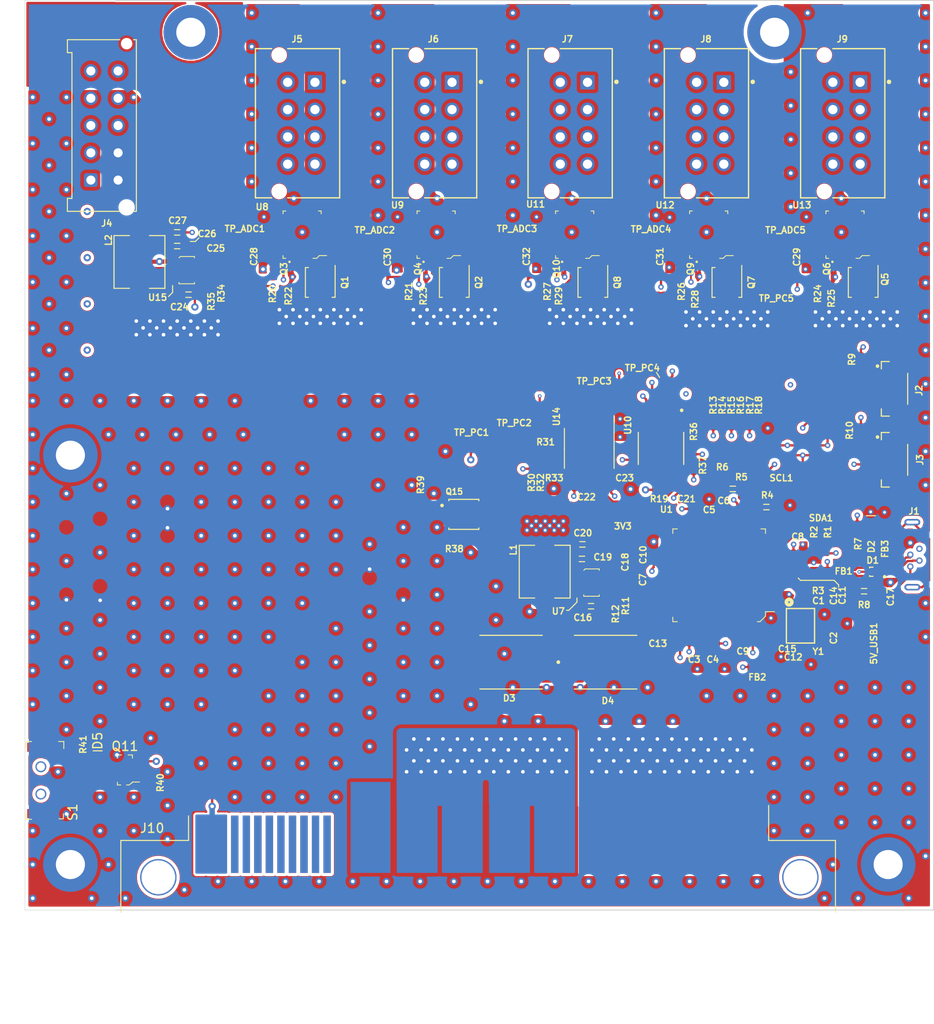
<source format=kicad_pcb>
(kicad_pcb (version 20171130) (host pcbnew 5.1.9+dfsg1-1)
  (layers (0 F.Cu mixed) (1 In1.Cu power) (2 In2.Cu mixed) (31 B.Cu power) (34 B.Paste user) (35 F.Paste user) (36 B.SilkS user) (37 F.SilkS user) (38 B.Mask user) (39 F.Mask user) (44 Edge.Cuts user))
  (net 0 "")
  (net 1 VCC3V3)
  (net 2 VCC5V0)
  (net 3 VCC5V0_USB)
  (net 4 GND)
  (net 5 OSCO)
  (net 6 OSCI)
  (net 7 1V8_FT)
  (net 8 "Net-(C11-Pad1)")
  (net 9 "Net-(C12-Pad1)")
  (net 10 "Net-(C16-Pad1)")
  (net 11 VBUS)
  (net 12 "Net-(C18-Pad2)")
  (net 13 "Net-(C18-Pad1)")
  (net 14 VCC12V0)
  (net 15 "Net-(C25-Pad2)")
  (net 16 "Net-(C25-Pad1)")
  (net 17 /FTDI/USB_D+)
  (net 18 /FTDI/USB_D-)
  (net 19 "Net-(D2-Pad1)")
  (net 20 "Net-(FB3-Pad1)")
  (net 21 SCL)
  (net 22 SDA)
  (net 23 "Net-(J2-Pad1)")
  (net 24 "Net-(J3-Pad1)")
  (net 25 "Net-(Q1-Pad4)")
  (net 26 C_MEAS_1)
  (net 27 "Net-(Q2-Pad4)")
  (net 28 C_MEAS_2)
  (net 29 "/Power Cycling & Current Measurement/PC_1")
  (net 30 "/Power Cycling & Current Measurement/PC_2")
  (net 31 "Net-(Q5-Pad4)")
  (net 32 C_MEAS_5)
  (net 33 "/Power Cycling & Current Measurement/PC_5")
  (net 34 "Net-(Q7-Pad4)")
  (net 35 C_MEAS_4)
  (net 36 "Net-(Q10-Pad3)")
  (net 37 C_MEAS_3)
  (net 38 "/Power Cycling & Current Measurement/PC_4")
  (net 39 "/Power Cycling & Current Measurement/PC_3")
  (net 40 /FTDI/FTDI_RST)
  (net 41 "Net-(R3-Pad2)")
  (net 42 "Net-(R4-Pad1)")
  (net 43 "Net-(R5-Pad1)")
  (net 44 WP)
  (net 45 "Net-(R11-Pad2)")
  (net 46 "Net-(R13-Pad2)")
  (net 47 "Net-(R15-Pad2)")
  (net 48 "Net-(R17-Pad2)")
  (net 49 "Net-(R19-Pad2)")
  (net 50 "Net-(R30-Pad2)")
  (net 51 "Net-(R32-Pad2)")
  (net 52 "Net-(R34-Pad2)")
  (net 53 LOAD_1)
  (net 54 LOAD_3)
  (net 55 LOAD_5)
  (net 56 LOAD_2)
  (net 57 LOAD_4)
  (net 58 "/Power Cycling & Current Measurement/C_ADC1")
  (net 59 "/Power Cycling & Current Measurement/C_ADC2")
  (net 60 "/Power Cycling & Current Measurement/C_ADC3")
  (net 61 "/Power Cycling & Current Measurement/C_ADC4")
  (net 62 "/Power Cycling & Current Measurement/C_ADC5")
  (net 63 "Net-(J1-Pad4)")
  (net 64 DB_3V3)
  (net 65 "Net-(S1-Pad1)")
  (net 66 PSU_ON)
  (net 67 "Net-(U1-Pad63)")
  (net 68 "Net-(U1-Pad62)")
  (net 69 "Net-(U1-Pad61)")
  (net 70 "Net-(U1-Pad60)")
  (net 71 "Net-(U1-Pad59)")
  (net 72 "Net-(U1-Pad58)")
  (net 73 "Net-(U1-Pad57)")
  (net 74 "Net-(U1-Pad55)")
  (net 75 "Net-(U1-Pad54)")
  (net 76 "Net-(U1-Pad53)")
  (net 77 "Net-(U1-Pad52)")
  (net 78 "Net-(U1-Pad48)")
  (net 79 "Net-(U1-Pad46)")
  (net 80 "Net-(U1-Pad45)")
  (net 81 "Net-(U1-Pad44)")
  (net 82 "Net-(U1-Pad43)")
  (net 83 "Net-(U1-Pad41)")
  (net 84 "Net-(U1-Pad40)")
  (net 85 "Net-(U1-Pad39)")
  (net 86 "Net-(U1-Pad38)")
  (net 87 "Net-(U1-Pad36)")
  (net 88 "Net-(U1-Pad34)")
  (net 89 "Net-(U1-Pad33)")
  (net 90 "Net-(U1-Pad32)")
  (net 91 "Net-(U1-Pad30)")
  (net 92 "Net-(U1-Pad29)")
  (net 93 "Net-(U1-Pad28)")
  (net 94 "Net-(U1-Pad27)")
  (net 95 "Net-(U1-Pad26)")
  (net 96 "Net-(U1-Pad24)")
  (net 97 "Net-(U1-Pad23)")
  (net 98 "Net-(U1-Pad22)")
  (net 99 "Net-(U1-Pad21)")
  (net 100 "Net-(U7-Pad5)")
  (net 101 "Net-(U10-Pad10)")
  (net 102 "Net-(U10-Pad11)")
  (net 103 "Net-(U10-Pad12)")
  (net 104 "Net-(U14-Pad8)")
  (net 105 "Net-(U14-Pad7)")
  (net 106 "Net-(U14-Pad6)")
  (net 107 "Net-(U15-Pad5)")
  (net 108 "Net-(J3-Pad4)")
  (net 109 "Net-(D5-Pad1)")
  (net 110 "Net-(D5-Pad2)")
  (net 111 "Net-(Q11-Pad1)")
  (net 112 "Net-(J10-PadS24)")
  (net 113 "Net-(J10-PadS12)")
  (net 114 "Net-(J10-PadS11)")
  (net 115 "Net-(J10-PadS10)")
  (net 116 "Net-(J10-PadS9)")
  (net 117 "Net-(J10-PadS5)")
  (net 118 "Net-(J10-PadS6)")
  (net 119 "Net-(J10-PadS7)")
  (net 120 "Net-(J10-PadS8)")
  (net 121 "Net-(J10-PadS1)")
  (net 122 "Net-(J10-PadS2)")
  (net 123 "Net-(J10-PadS3)")
  (net 124 "Net-(J10-PadS4)")
  (net 125 "Net-(J10-PadS23)")
  (net 126 "Net-(J10-PadS21)")
  (net 127 "Net-(J10-PadS22)")
  (net 128 "Net-(J10-PadS19)")
  (net 129 "Net-(J10-PadS17)")
  (net 130 "Net-(J10-PadS18)")
  (net 131 "Net-(J10-PadS20)")
  (net 132 "Net-(J10-PadS16)")
  (net 133 "Net-(J10-PadP19/20)")
  (module antmicro-footprints:OSHW-Logo2_7.3x6mm_Copper_Mask (layer F.Cu) (at 96.4 107.3)
    (fp_text reference REF** hide)
    (fp_text value OSHW-Logo2_7.3x6mm_Copper_Mask hide)
    (fp_poly (pts (xy -2.400256 1.919918) (xy -2.344799 1.947568) (xy -2.295852 1.99848) (xy -2.282371 2.017338) (xy -2.267686 2.042015) (xy -2.258158 2.068816) (xy -2.252707 2.104587) (xy -2.250253 2.156169) (xy -2.249714 2.224267) (xy -2.252148 2.317588) (xy -2.260606 2.387657) (xy -2.276826 2.439931) (xy -2.302546 2.479869) (xy -2.339503 2.512929) (xy -2.342218 2.514886) (xy -2.37864 2.534908) (xy -2.422498 2.544815) (xy -2.478276 2.547257) (xy -2.568952 2.547257) (xy -2.56899 2.635283) (xy -2.569834 2.684308) (xy -2.574976 2.713065) (xy -2.588413 2.730311) (xy -2.614142 2.744808) (xy -2.620321 2.747769) (xy -2.649236 2.761648) (xy -2.671624 2.770414) (xy -2.688271 2.771171) (xy -2.699964 2.761023) (xy -2.70749 2.737073) (xy -2.711634 2.696426) (xy -2.713185 2.636186) (xy -2.712929 2.553455) (xy -2.711651 2.445339) (xy -2.711252 2.413) (xy -2.709815 2.301524) (xy -2.708528 2.228603) (xy -2.569029 2.228603) (xy -2.568245 2.290499) (xy -2.56476 2.330997) (xy -2.556876 2.357708) (xy -2.542895 2.378244) (xy -2.533403 2.38826) (xy -2.494596 2.417567) (xy -2.460237 2.419952) (xy -2.424784 2.39575) (xy -2.423886 2.394857) (xy -2.409461 2.376153) (xy -2.400687 2.350732) (xy -2.396261 2.311584) (xy -2.394882 2.251697) (xy -2.394857 2.23843) (xy -2.398188 2.155901) (xy -2.409031 2.098691) (xy -2.42866 2.063766) (xy -2.45835 2.048094) (xy -2.475509 2.046514) (xy -2.516234 2.053926) (xy -2.544168 2.07833) (xy -2.560983 2.12298) (xy -2.56835 2.19113) (xy -2.569029 2.228603) (xy -2.708528 2.228603) (xy -2.708292 2.215245) (xy -2.706323 2.150333) (xy -2.70355 2.102958) (xy -2.699612 2.06929) (xy -2.694151 2.045498) (xy -2.686808 2.027753) (xy -2.677223 2.012224) (xy -2.673113 2.006381) (xy -2.618595 1.951185) (xy -2.549664 1.91989) (xy -2.469928 1.911165) (xy -2.400256 1.919918)) (layer F.Cu) (width 0.01))
    (fp_poly (pts (xy -1.283907 1.92778) (xy -1.237328 1.954723) (xy -1.204943 1.981466) (xy -1.181258 2.009484) (xy -1.164941 2.043748) (xy -1.154661 2.089227) (xy -1.149086 2.150892) (xy -1.146884 2.233711) (xy -1.146629 2.293246) (xy -1.146629 2.512391) (xy -1.208314 2.540044) (xy -1.27 2.567697) (xy -1.277257 2.32767) (xy -1.280256 2.238028) (xy -1.283402 2.172962) (xy -1.287299 2.128026) (xy -1.292553 2.09877) (xy -1.299769 2.080748) (xy -1.30955 2.069511) (xy -1.312688 2.067079) (xy -1.360239 2.048083) (xy -1.408303 2.0556) (xy -1.436914 2.075543) (xy -1.448553 2.089675) (xy -1.456609 2.10822) (xy -1.461729 2.136334) (xy -1.464559 2.179173) (xy -1.465744 2.241895) (xy -1.465943 2.307261) (xy -1.465982 2.389268) (xy -1.467386 2.447316) (xy -1.472086 2.486465) (xy -1.482013 2.51178) (xy -1.499097 2.528323) (xy -1.525268 2.541156) (xy -1.560225 2.554491) (xy -1.598404 2.569007) (xy -1.593859 2.311389) (xy -1.592029 2.218519) (xy -1.589888 2.149889) (xy -1.586819 2.100711) (xy -1.582206 2.066198) (xy -1.575432 2.041562) (xy -1.565881 2.022016) (xy -1.554366 2.00477) (xy -1.49881 1.94968) (xy -1.43102 1.917822) (xy -1.357287 1.910191) (xy -1.283907 1.92778)) (layer F.Cu) (width 0.01))
    (fp_poly (pts (xy -1.831697 1.931239) (xy -1.774473 1.969735) (xy -1.730251 2.025335) (xy -1.703833 2.096086) (xy -1.69849 2.148162) (xy -1.699097 2.169893) (xy -1.704178 2.186531) (xy -1.718145 2.201437) (xy -1.745411 2.217973) (xy -1.790388 2.239498) (xy -1.857489 2.269374) (xy -1.857829 2.269524) (xy -1.919593 2.297813) (xy -1.970241 2.322933) (xy -2.004596 2.342179) (xy -2.017482 2.352848) (xy -2.017486 2.352934) (xy -2.006128 2.376166) (xy -1.979569 2.401774) (xy -1.949077 2.420221) (xy -1.93363 2.423886) (xy -1.891485 2.411212) (xy -1.855192 2.379471) (xy -1.837483 2.344572) (xy -1.820448 2.318845) (xy -1.787078 2.289546) (xy -1.747851 2.264235) (xy -1.713244 2.250471) (xy -1.706007 2.249714) (xy -1.697861 2.26216) (xy -1.69737 2.293972) (xy -1.703357 2.336866) (xy -1.714643 2.382558) (xy -1.73005 2.422761) (xy -1.730829 2.424322) (xy -1.777196 2.489062) (xy -1.837289 2.533097) (xy -1.905535 2.554711) (xy -1.976362 2.552185) (xy -2.044196 2.523804) (xy -2.047212 2.521808) (xy -2.100573 2.473448) (xy -2.13566 2.410352) (xy -2.155078 2.327387) (xy -2.157684 2.304078) (xy -2.162299 2.194055) (xy -2.156767 2.142748) (xy -2.017486 2.142748) (xy -2.015676 2.174753) (xy -2.005778 2.184093) (xy -1.981102 2.177105) (xy -1.942205 2.160587) (xy -1.898725 2.139881) (xy -1.897644 2.139333) (xy -1.860791 2.119949) (xy -1.846 2.107013) (xy -1.849647 2.093451) (xy -1.865005 2.075632) (xy -1.904077 2.049845) (xy -1.946154 2.04795) (xy -1.983897 2.066717) (xy -2.009966 2.102915) (xy -2.017486 2.142748) (xy -2.156767 2.142748) (xy -2.152806 2.106027) (xy -2.12845 2.036212) (xy -2.094544 1.987302) (xy -2.033347 1.937878) (xy -1.965937 1.913359) (xy -1.89712 1.911797) (xy -1.831697 1.931239)) (layer F.Cu) (width 0.01))
    (fp_poly (pts (xy 1.190117 2.065358) (xy 1.189933 2.173837) (xy 1.189219 2.257287) (xy 1.187675 2.319704) (xy 1.185001 2.365085) (xy 1.180894 2.397429) (xy 1.175055 2.420733) (xy 1.167182 2.438995) (xy 1.161221 2.449418) (xy 1.111855 2.505945) (xy 1.049264 2.541377) (xy 0.980013 2.55409) (xy 0.910668 2.542463) (xy 0.869375 2.521568) (xy 0.826025 2.485422) (xy 0.796481 2.441276) (xy 0.778655 2.383462) (xy 0.770463 2.306313) (xy 0.769302 2.249714) (xy 0.769458 2.245647) (xy 0.870857 2.245647) (xy 0.871476 2.31055) (xy 0.874314 2.353514) (xy 0.88084 2.381622) (xy 0.892523 2.401953) (xy 0.906483 2.417288) (xy 0.953365 2.44689) (xy 1.003701 2.449419) (xy 1.051276 2.424705) (xy 1.054979 2.421356) (xy 1.070783 2.403935) (xy 1.080693 2.383209) (xy 1.086058 2.352362) (xy 1.088228 2.304577) (xy 1.088571 2.251748) (xy 1.087827 2.185381) (xy 1.084748 2.141106) (xy 1.078061 2.112009) (xy 1.066496 2.091173) (xy 1.057013 2.080107) (xy 1.01296 2.052198) (xy 0.962224 2.048843) (xy 0.913796 2.070159) (xy 0.90445 2.078073) (xy 0.88854 2.095647) (xy 0.87861 2.116587) (xy 0.873278 2.147782) (xy 0.871163 2.196122) (xy 0.870857 2.245647) (xy 0.769458 2.245647) (xy 0.77281 2.158568) (xy 0.784726 2.090086) (xy 0.807135 2.0386) (xy 0.842124 1.998443) (xy 0.869375 1.977861) (xy 0.918907 1.955625) (xy 0.976316 1.945304) (xy 1.029682 1.948067) (xy 1.059543 1.959212) (xy 1.071261 1.962383) (xy 1.079037 1.950557) (xy 1.084465 1.918866) (xy 1.088571 1.870593) (xy 1.093067 1.816829) (xy 1.099313 1.784482) (xy 1.110676 1.765985) (xy 1.130528 1.75377) (xy 1.143 1.748362) (xy 1.190171 1.728601) (xy 1.190117 2.065358)) (layer F.Cu) (width 0.01))
    (fp_poly (pts (xy 3.153595 1.966966) (xy 3.211021 2.004497) (xy 3.238719 2.038096) (xy 3.260662 2.099064) (xy 3.262405 2.147308) (xy 3.258457 2.211816) (xy 3.109686 2.276934) (xy 3.037349 2.310202) (xy 2.990084 2.336964) (xy 2.965507 2.360144) (xy 2.961237 2.382667) (xy 2.974889 2.407455) (xy 2.989943 2.423886) (xy 3.033746 2.450235) (xy 3.081389 2.452081) (xy 3.125145 2.431546) (xy 3.157289 2.390752) (xy 3.163038 2.376347) (xy 3.190576 2.331356) (xy 3.222258 2.312182) (xy 3.265714 2.295779) (xy 3.265714 2.357966) (xy 3.261872 2.400283) (xy 3.246823 2.435969) (xy 3.21528 2.476943) (xy 3.210592 2.482267) (xy 3.175506 2.51872) (xy 3.145347 2.538283) (xy 3.107615 2.547283) (xy 3.076335 2.55023) (xy 3.020385 2.550965) (xy 2.980555 2.54166) (xy 2.955708 2.527846) (xy 2.916656 2.497467) (xy 2.889625 2.464613) (xy 2.872517 2.423294) (xy 2.863238 2.367521) (xy 2.859693 2.291305) (xy 2.85941 2.252622) (xy 2.860372 2.206247) (xy 2.948007 2.206247) (xy 2.949023 2.231126) (xy 2.951556 2.2352) (xy 2.968274 2.229665) (xy 3.004249 2.215017) (xy 3.052331 2.19419) (xy 3.062386 2.189714) (xy 3.123152 2.158814) (xy 3.156632 2.131657) (xy 3.16399 2.10622) (xy 3.146391 2.080481) (xy 3.131856 2.069109) (xy 3.07941 2.046364) (xy 3.030322 2.050122) (xy 2.989227 2.077884) (xy 2.960758 2.127152) (xy 2.951631 2.166257) (xy 2.948007 2.206247) (xy 2.860372 2.206247) (xy 2.861285 2.162249) (xy 2.868196 2.095384) (xy 2.881884 2.046695) (xy 2.904096 2.010849) (xy 2.936574 1.982513) (xy 2.950733 1.973355) (xy 3.015053 1.949507) (xy 3.085473 1.948006) (xy 3.153595 1.966966)) (layer F.Cu) (width 0.01))
    (fp_poly (pts (xy 0.10391 -2.757652) (xy 0.182454 -2.757222) (xy 0.239298 -2.756058) (xy 0.278105 -2.753793) (xy 0.302538 -2.75006) (xy 0.316262 -2.744494) (xy 0.32294 -2.736727) (xy 0.326236 -2.726395) (xy 0.326556 -2.725057) (xy 0.331562 -2.700921) (xy 0.340829 -2.653299) (xy 0.353392 -2.587259) (xy 0.368287 -2.507872) (xy 0.384551 -2.420204) (xy 0.385119 -2.417125) (xy 0.40141 -2.331211) (xy 0.416652 -2.255304) (xy 0.429861 -2.193955) (xy 0.440054 -2.151718) (xy 0.446248 -2.133145) (xy 0.446543 -2.132816) (xy 0.464788 -2.123747) (xy 0.502405 -2.108633) (xy 0.551271 -2.090738) (xy 0.551543 -2.090642) (xy 0.613093 -2.067507) (xy 0.685657 -2.038035) (xy 0.754057 -2.008403) (xy 0.757294 -2.006938) (xy 0.868702 -1.956374) (xy 1.115399 -2.12484) (xy 1.191077 -2.176197) (xy 1.259631 -2.222111) (xy 1.317088 -2.25997) (xy 1.359476 -2.287163) (xy 1.382825 -2.301079) (xy 1.385042 -2.302111) (xy 1.40201 -2.297516) (xy 1.433701 -2.275345) (xy 1.481352 -2.234553) (xy 1.546198 -2.174095) (xy 1.612397 -2.109773) (xy 1.676214 -2.046388) (xy 1.733329 -1.988549) (xy 1.780305 -1.939825) (xy 1.813703 -1.90379) (xy 1.830085 -1.884016) (xy 1.830694 -1.882998) (xy 1.832505 -1.869428) (xy 1.825683 -1.847267) (xy 1.80854 -1.813522) (xy 1.779393 -1.7652) (xy 1.736555 -1.699308) (xy 1.679448 -1.614483) (xy 1.628766 -1.539823) (xy 1.583461 -1.47286) (xy 1.54615 -1.417484) (xy 1.519452 -1.37758) (xy 1.505985 -1.357038) (xy 1.505137 -1.355644) (xy 1.506781 -1.335962) (xy 1.519245 -1.297707) (xy 1.540048 -1.248111) (xy 1.547462 -1.232272) (xy 1.579814 -1.16171) (xy 1.614328 -1.081647) (xy 1.642365 -1.012371) (xy 1.662568 -0.960955) (xy 1.678615 -0.921881) (xy 1.687888 -0.901459) (xy 1.689041 -0.899886) (xy 1.706096 -0.897279) (xy 1.746298 -0.890137) (xy 1.804302 -0.879477) (xy 1.874763 -0.866315) (xy 1.952335 -0.851667) (xy 2.031672 -0.836551) (xy 2.107431 -0.821982) (xy 2.174264 -0.808978) (xy 2.226828 -0.798555) (xy 2.259776 -0.79173) (xy 2.267857 -0.789801) (xy 2.276205 -0.785038) (xy 2.282506 -0.774282) (xy 2.287045 -0.753902) (xy 2.290104 -0.720266) (xy 2.291967 -0.669745) (xy 2.292918 -0.598708) (xy 2.29324 -0.503524) (xy 2.293257 -0.464508) (xy 2.293257 -0.147201) (xy 2.217057 -0.132161) (xy 2.174663 -0.124005) (xy 2.1114 -0.112101) (xy 2.034962 -0.097884) (xy 1.953043 -0.08279) (xy 1.9304 -0.078645) (xy 1.854806 -0.063947) (xy 1.788953 -0.049495) (xy 1.738366 -0.036625) (xy 1.708574 -0.026678) (xy 1.703612 -0.023713) (xy 1.691426 -0.002717) (xy 1.673953 0.037967) (xy 1.654577 0.090322) (xy 1.650734 0.1016) (xy 1.625339 0.171523) (xy 1.593817 0.250418) (xy 1.562969 0.321266) (xy 1.562817 0.321595) (xy 1.511447 0.432733) (xy 1.680399 0.681253) (xy 1.849352 0.929772) (xy 1.632429 1.147058) (xy 1.566819 1.211726) (xy 1.506979 1.268733) (xy 1.456267 1.315033) (xy 1.418046 1.347584) (xy 1.395675 1.363343) (xy 1.392466 1.364343) (xy 1.373626 1.356469) (xy 1.33518 1.334578) (xy 1.28133 1.301267) (xy 1.216276 1.259131) (xy 1.14594 1.211943) (xy 1.074555 1.16381) (xy 1.010908 1.121928) (xy 0.959041 1.088871) (xy 0.922995 1.067218) (xy 0.906867 1.059543) (xy 0.887189 1.066037) (xy 0.849875 1.08315) (xy 0.802621 1.107326) (xy 0.797612 1.110013) (xy 0.733977 1.141927) (xy 0.690341 1.157579) (xy 0.663202 1.157745) (xy 0.649057 1.143204) (xy 0.648975 1.143) (xy 0.641905 1.125779) (xy 0.625042 1.084899) (xy 0.599695 1.023525) (xy 0.567171 0.944819) (xy 0.528778 0.851947) (xy 0.485822 0.748072) (xy 0.444222 0.647502) (xy 0.398504 0.536516) (xy 0.356526 0.433703) (xy 0.319548 0.342215) (xy 0.288827 0.265201) (xy 0.265622 0.205815) (xy 0.25119 0.167209) (xy 0.246743 0.1528) (xy 0.257896 0.136272) (xy 0.287069 0.10993) (xy 0.325971 0.080887) (xy 0.436757 -0.010961) (xy 0.523351 -0.116241) (xy 0.584716 -0.232734) (xy 0.619815 -0.358224) (xy 0.627608 -0.490493) (xy 0.621943 -0.551543) (xy 0.591078 -0.678205) (xy 0.53792 -0.790059) (xy 0.465767 -0.885999) (xy 0.377917 -0.964924) (xy 0.277665 -1.02573) (xy 0.16831 -1.067313) (xy 0.053147 -1.088572) (xy -0.064525 -1.088401) (xy -0.18141 -1.065699) (xy -0.294211 -1.019362) (xy -0.399631 -0.948287) (xy -0.443632 -0.908089) (xy -0.528021 -0.804871) (xy -0.586778 -0.692075) (xy -0.620296 -0.57299) (xy -0.628965 -0.450905) (xy -0.613177 -0.329107) (xy -0.573322 -0.210884) (xy -0.509793 -0.099525) (xy -0.422979 0.001684) (xy -0.325971 0.080887) (xy -0.285563 0.111162) (xy -0.257018 0.137219) (xy -0.246743 0.152825) (xy -0.252123 0.169843) (xy -0.267425 0.2105) (xy -0.291388 0.271642) (xy -0.322756 0.350119) (xy -0.360268 0.44278) (xy -0.402667 0.546472) (xy -0.444337 0.647526) (xy -0.49031 0.758607) (xy -0.532893 0.861541) (xy -0.570779 0.953165) (xy -0.60266 1.030316) (xy -0.627229 1.089831) (xy -0.64318 1.128544) (xy -0.64909 1.143) (xy -0.663052 1.157685) (xy -0.69006 1.157642) (xy -0.733587 1.142099) (xy -0.79711 1.110284) (xy -0.797612 1.110013) (xy -0.84544 1.085323) (xy -0.884103 1.067338) (xy -0.905905 1.059614) (xy -0.906867 1.059543) (xy -0.923279 1.067378) (xy -0.959513 1.089165) (xy -1.011526 1.122328) (xy -1.075275 1.164291) (xy -1.14594 1.211943) (xy -1.217884 1.260191) (xy -1.282726 1.302151) (xy -1.336265 1.335227) (xy -1.374303 1.356821) (xy -1.392467 1.364343) (xy -1.409192 1.354457) (xy -1.44282 1.326826) (xy -1.48999 1.284495) (xy -1.547342 1.230505) (xy -1.611516 1.167899) (xy -1.632503 1.146983) (xy -1.849501 0.929623) (xy -1.684332 0.68722) (xy -1.634136 0.612781) (xy -1.590081 0.545972) (xy -1.554638 0.490665) (xy -1.530281 0.450729) (xy -1.519478 0.430036) (xy -1.519162 0.428563) (xy -1.524857 0.409058) (xy -1.540174 0.369822) (xy -1.562463 0.31743) (xy -1.578107 0.282355) (xy -1.607359 0.215201) (xy -1.634906 0.147358) (xy -1.656263 0.090034) (xy -1.662065 0.072572) (xy -1.678548 0.025938) (xy -1.69466 -0.010095) (xy -1.70351 -0.023713) (xy -1.72304 -0.032048) (xy -1.765666 -0.043863) (xy -1.825855 -0.057819) (xy -1.898078 -0.072578) (xy -1.9304 -0.078645) (xy -2.012478 -0.093727) (xy -2.091205 -0.108331) (xy -2.158891 -0.12102) (xy -2.20784 -0.130358) (xy -2.217057 -0.132161) (xy -2.293257 -0.147201) (xy -2.293257 -0.464508) (xy -2.293086 -0.568846) (xy -2.292384 -0.647787) (xy -2.290866 -0.704962) (xy -2.288251 -0.744001) (xy -2.284254 -0.768535) (xy -2.278591 -0.782195) (xy -2.27098 -0.788611) (xy -2.267857 -0.789801) (xy -2.249022 -0.79402) (xy -2.207412 -0.802438) (xy -2.14837 -0.814039) (xy -2.077243 -0.827805) (xy -1.999375 -0.84272) (xy -1.920113 -0.857768) (xy -1.844802 -0.871931) (xy -1.778787 -0.884194) (xy -1.727413 -0.893539) (xy -1.696025 -0.89895) (xy -1.689041 -0.899886) (xy -1.682715 -0.912404) (xy -1.66871 -0.945754) (xy -1.649645 -0.993623) (xy -1.642366 -1.012371) (xy -1.613004 -1.084805) (xy -1.578429 -1.16483) (xy -1.547463 -1.232272) (xy -1.524677 -1.283841) (xy -1.509518 -1.326215) (xy -1.504458 -1.352166) (xy -1.505264 -1.355644) (xy -1.515959 -1.372064) (xy -1.54038 -1.408583) (xy -1.575905 -1.461313) (xy -1.619913 -1.526365) (xy -1.669783 -1.599849) (xy -1.679644 -1.614355) (xy -1.737508 -1.700296) (xy -1.780044 -1.765739) (xy -1.808946 -1.813696) (xy -1.82591 -1.84718) (xy -1.832633 -1.869205) (xy -1.83081 -1.882783) (xy -1.830764 -1.882869) (xy -1.816414 -1.900703) (xy -1.784677 -1.935183) (xy -1.73899 -1.982732) (xy -1.682796 -2.039778) (xy -1.619532 -2.102745) (xy -1.612398 -2.109773) (xy -1.53267 -2.18698) (xy -1.471143 -2.24367) (xy -1.426579 -2.28089) (xy -1.397743 -2.299685) (xy -1.385042 -2.302111) (xy -1.366506 -2.291529) (xy -1.328039 -2.267084) (xy -1.273614 -2.231388) (xy -1.207202 -2.187053) (xy -1.132775 -2.136689) (xy -1.115399 -2.12484) (xy -0.868703 -1.956374) (xy -0.757294 -2.006938) (xy -0.689543 -2.036405) (xy -0.616817 -2.066041) (xy -0.554297 -2.08967) (xy -0.551543 -2.090642) (xy -0.50264 -2.108543) (xy -0.464943 -2.12368) (xy -0.446575 -2.13279) (xy -0.446544 -2.132816) (xy -0.440715 -2.149283) (xy -0.430808 -2.189781) (xy -0.417805 -2.249758) (xy -0.402691 -2.32466) (xy -0.386448 -2.409936) (xy -0.385119 -2.417125) (xy -0.368825 -2.504986) (xy -0.353867 -2.58474) (xy -0.341209 -2.651319) (xy -0.331814 -2.699653) (xy -0.326646 -2.724675) (xy -0.326556 -2.725057) (xy -0.323411 -2.735701) (xy -0.317296 -2.743738) (xy -0.304547 -2.749533) (xy -0.2815 -2.753453) (xy -0.244491 -2.755865) (xy -0.189856 -2.757135) (xy -0.113933 -2.757629) (xy -0.013056 -2.757714) (xy 0 -2.757714) (xy 0.10391 -2.757652)) (layer F.Cu) (width 0.01))
    (fp_poly (pts (xy 0.039744 1.950968) (xy 0.096616 1.972087) (xy 0.097267 1.972493) (xy 0.13244 1.99838) (xy 0.158407 2.028633) (xy 0.17667 2.068058) (xy 0.188732 2.121462) (xy 0.196096 2.193651) (xy 0.200264 2.289432) (xy 0.200629 2.303078) (xy 0.205876 2.508842) (xy 0.161716 2.531678) (xy 0.129763 2.54711) (xy 0.11047 2.554423) (xy 0.109578 2.554514) (xy 0.106239 2.541022) (xy 0.103587 2.504626) (xy 0.101956 2.451452) (xy 0.1016 2.408393) (xy 0.101592 2.338641) (xy 0.098403 2.294837) (xy 0.087288 2.273944) (xy 0.063501 2.272925) (xy 0.022296 2.288741) (xy -0.039914 2.317815) (xy -0.085659 2.341963) (xy -0.109187 2.362913) (xy -0.116104 2.385747) (xy -0.116114 2.386877) (xy -0.104701 2.426212) (xy -0.070908 2.447462) (xy -0.019191 2.450539) (xy 0.018061 2.450006) (xy 0.037703 2.460735) (xy 0.049952 2.486505) (xy 0.057002 2.519337) (xy 0.046842 2.537966) (xy 0.043017 2.540632) (xy 0.007001 2.55134) (xy -0.043434 2.552856) (xy -0.095374 2.545759) (xy -0.132178 2.532788) (xy -0.183062 2.489585) (xy -0.211986 2.429446) (xy -0.217714 2.382462) (xy -0.213343 2.340082) (xy -0.197525 2.305488) (xy -0.166203 2.274763) (xy -0.115322 2.24399) (xy -0.040824 2.209252) (xy -0.036286 2.207288) (xy 0.030821 2.176287) (xy 0.072232 2.150862) (xy 0.089981 2.128014) (xy 0.086107 2.104745) (xy 0.062643 2.078056) (xy 0.055627 2.071914) (xy 0.00863 2.0481) (xy -0.040067 2.049103) (xy -0.082478 2.072451) (xy -0.110616 2.115675) (xy -0.113231 2.12416) (xy -0.138692 2.165308) (xy -0.170999 2.185128) (xy -0.217714 2.20477) (xy -0.217714 2.15395) (xy -0.203504 2.080082) (xy -0.161325 2.012327) (xy -0.139376 1.989661) (xy -0.089483 1.960569) (xy -0.026033 1.9474) (xy 0.039744 1.950968)) (layer F.Cu) (width 0.01))
    (fp_poly (pts (xy -2.958885 1.921962) (xy -2.890855 1.957733) (xy -2.840649 2.015301) (xy -2.822815 2.052312) (xy -2.808937 2.107882) (xy -2.801833 2.178096) (xy -2.80116 2.254727) (xy -2.806573 2.329552) (xy -2.81773 2.394342) (xy -2.834286 2.440873) (xy -2.839374 2.448887) (xy -2.899645 2.508707) (xy -2.971231 2.544535) (xy -3.048908 2.55502) (xy -3.127452 2.53881) (xy -3.149311 2.529092) (xy -3.191878 2.499143) (xy -3.229237 2.459433) (xy -3.232768 2.454397) (xy -3.247119 2.430124) (xy -3.256606 2.404178) (xy -3.26221 2.370022) (xy -3.264914 2.321119) (xy -3.265701 2.250935) (xy -3.265714 2.2352) (xy -3.265678 2.230192) (xy -3.120571 2.230192) (xy -3.119727 2.29643) (xy -3.116404 2.340386) (xy -3.109417 2.368779) (xy -3.097584 2.388325) (xy -3.091543 2.394857) (xy -3.056814 2.41968) (xy -3.023097 2.418548) (xy -2.989005 2.397016) (xy -2.968671 2.374029) (xy -2.956629 2.340478) (xy -2.949866 2.287569) (xy -2.949402 2.281399) (xy -2.948248 2.185513) (xy -2.960312 2.114299) (xy -2.98543 2.068194) (xy -3.02344 2.047635) (xy -3.037008 2.046514) (xy -3.072636 2.052152) (xy -3.097006 2.071686) (xy -3.111907 2.109042) (xy -3.119125 2.16815) (xy -3.120571 2.230192) (xy -3.265678 2.230192) (xy -3.265174 2.160413) (xy -3.262904 2.108159) (xy -3.257932 2.071949) (xy -3.249287 2.045299) (xy -3.235995 2.021722) (xy -3.233057 2.017338) (xy -3.183687 1.958249) (xy -3.129891 1.923947) (xy -3.064398 1.910331) (xy -3.042158 1.909665) (xy -2.958885 1.921962)) (layer F.Cu) (width 0.01))
    (fp_poly (pts (xy 0.529926 1.949755) (xy 0.595858 1.974084) (xy 0.649273 2.017117) (xy 0.670164 2.047409) (xy 0.692939 2.102994) (xy 0.692466 2.143186) (xy 0.668562 2.170217) (xy 0.659717 2.174813) (xy 0.62153 2.189144) (xy 0.602028 2.185472) (xy 0.595422 2.161407) (xy 0.595086 2.148114) (xy 0.582992 2.09921) (xy 0.551471 2.064999) (xy 0.507659 2.048476) (xy 0.458695 2.052634) (xy 0.418894 2.074227) (xy 0.40545 2.086544) (xy 0.395921 2.101487) (xy 0.389485 2.124075) (xy 0.385317 2.159328) (xy 0.382597 2.212266) (xy 0.380502 2.287907) (xy 0.37996 2.311857) (xy 0.377981 2.39379) (xy 0.375731 2.451455) (xy 0.372357 2.489608) (xy 0.367006 2.513004) (xy 0.358824 2.526398) (xy 0.346959 2.534545) (xy 0.339362 2.538144) (xy 0.307102 2.550452) (xy 0.288111 2.554514) (xy 0.281836 2.540948) (xy 0.278006 2.499934) (xy 0.2766 2.430999) (xy 0.277598 2.333669) (xy 0.277908 2.318657) (xy 0.280101 2.229859) (xy 0.282693 2.165019) (xy 0.286382 2.119067) (xy 0.291864 2.086935) (xy 0.299835 2.063553) (xy 0.310993 2.043852) (xy 0.31683 2.03541) (xy 0.350296 1.998057) (xy 0.387727 1.969003) (xy 0.392309 1.966467) (xy 0.459426 1.946443) (xy 0.529926 1.949755)) (layer F.Cu) (width 0.01))
    (fp_poly (pts (xy 2.144876 1.956335) (xy 2.186667 1.975344) (xy 2.219469 1.998378) (xy 2.243503 2.024133) (xy 2.260097 2.057358) (xy 2.270577 2.1028) (xy 2.276271 2.165207) (xy 2.278507 2.249327) (xy 2.278743 2.304721) (xy 2.278743 2.520826) (xy 2.241774 2.53767) (xy 2.212656 2.549981) (xy 2.198231 2.554514) (xy 2.195472 2.541025) (xy 2.193282 2.504653) (xy 2.191942 2.451542) (xy 2.191657 2.409372) (xy 2.190434 2.348447) (xy 2.187136 2.300115) (xy 2.182321 2.270518) (xy 2.178496 2.264229) (xy 2.152783 2.270652) (xy 2.112418 2.287125) (xy 2.065679 2.309458) (xy 2.020845 2.333457) (xy 1.986193 2.35493) (xy 1.970002 2.369685) (xy 1.969938 2.369845) (xy 1.97133 2.397152) (xy 1.983818 2.423219) (xy 2.005743 2.444392) (xy 2.037743 2.451474) (xy 2.065092 2.450649) (xy 2.103826 2.450042) (xy 2.124158 2.459116) (xy 2.136369 2.483092) (xy 2.137909 2.487613) (xy 2.143203 2.521806) (xy 2.129047 2.542568) (xy 2.092148 2.552462) (xy 2.052289 2.554292) (xy 1.980562 2.540727) (xy 1.943432 2.521355) (xy 1.897576 2.475845) (xy 1.873256 2.419983) (xy 1.871073 2.360957) (xy 1.891629 2.305953) (xy 1.922549 2.271486) (xy 1.95342 2.252189) (xy 2.001942 2.227759) (xy 2.058485 2.202985) (xy 2.06791 2.199199) (xy 2.130019 2.171791) (xy 2.165822 2.147634) (xy 2.177337 2.123619) (xy 2.16658 2.096635) (xy 2.148114 2.075543) (xy 2.104469 2.049572) (xy 2.056446 2.047624) (xy 2.012406 2.067637) (xy 1.980709 2.107551) (xy 1.976549 2.117848) (xy 1.952327 2.155724) (xy 1.916965 2.183842) (xy 1.872343 2.206917) (xy 1.872343 2.141485) (xy 1.874969 2.101506) (xy 1.88623 2.069997) (xy 1.911199 2.036378) (xy 1.935169 2.010484) (xy 1.972441 1.973817) (xy 2.001401 1.954121) (xy 2.032505 1.94622) (xy 2.067713 1.944914) (xy 2.144876 1.956335)) (layer F.Cu) (width 0.01))
    (fp_poly (pts (xy 1.779833 1.958663) (xy 1.782048 1.99685) (xy 1.783784 2.054886) (xy 1.784899 2.12818) (xy 1.785257 2.205055) (xy 1.785257 2.465196) (xy 1.739326 2.511127) (xy 1.707675 2.539429) (xy 1.67989 2.550893) (xy 1.641915 2.550168) (xy 1.62684 2.548321) (xy 1.579726 2.542948) (xy 1.540756 2.539869) (xy 1.531257 2.539585) (xy 1.499233 2.541445) (xy 1.453432 2.546114) (xy 1.435674 2.548321) (xy 1.392057 2.551735) (xy 1.362745 2.54432) (xy 1.33368 2.521427) (xy 1.323188 2.511127) (xy 1.277257 2.465196) (xy 1.277257 1.978602) (xy 1.314226 1.961758) (xy 1.346059 1.949282) (xy 1.364683 1.944914) (xy 1.369458 1.958718) (xy 1.373921 1.997286) (xy 1.377775 2.056356) (xy 1.380722 2.131663) (xy 1.382143 2.195286) (xy 1.386114 2.445657) (xy 1.420759 2.450556) (xy 1.452268 2.447131) (xy 1.467708 2.436041) (xy 1.472023 2.415308) (xy 1.475708 2.371145) (xy 1.478469 2.309146) (xy 1.480012 2.234909) (xy 1.480235 2.196706) (xy 1.480457 1.976783) (xy 1.526166 1.960849) (xy 1.558518 1.950015) (xy 1.576115 1.944962) (xy 1.576623 1.944914) (xy 1.578388 1.958648) (xy 1.580329 1.99673) (xy 1.582282 2.054482) (xy 1.584084 2.127227) (xy 1.585343 2.195286) (xy 1.589314 2.445657) (xy 1.6764 2.445657) (xy 1.680396 2.21724) (xy 1.684392 1.988822) (xy 1.726847 1.966868) (xy 1.758192 1.951793) (xy 1.776744 1.944951) (xy 1.777279 1.944914) (xy 1.779833 1.958663)) (layer F.Cu) (width 0.01))
    (fp_poly (pts (xy -0.624114 1.851289) (xy -0.619861 1.910613) (xy -0.614975 1.945572) (xy -0.608205 1.96082) (xy -0.598298 1.961015) (xy -0.595086 1.959195) (xy -0.552356 1.946015) (xy -0.496773 1.946785) (xy -0.440263 1.960333) (xy -0.404918 1.977861) (xy -0.368679 2.005861) (xy -0.342187 2.037549) (xy -0.324001 2.077813) (xy -0.312678 2.131543) (xy -0.306778 2.203626) (xy -0.304857 2.298951) (xy -0.304823 2.317237) (xy -0.3048 2.522646) (xy -0.350509 2.53858) (xy -0.382973 2.54942) (xy -0.400785 2.554468) (xy -0.401309 2.554514) (xy -0.403063 2.540828) (xy -0.404556 2.503076) (xy -0.405674 2.446224) (xy -0.406303 2.375234) (xy -0.4064 2.332073) (xy -0.406602 2.246973) (xy -0.407642 2.185981) (xy -0.410169 2.144177) (xy -0.414836 2.116642) (xy -0.422293 2.098456) (xy -0.433189 2.084698) (xy -0.439993 2.078073) (xy -0.486728 2.051375) (xy -0.537728 2.049375) (xy -0.583999 2.071955) (xy -0.592556 2.080107) (xy -0.605107 2.095436) (xy -0.613812 2.113618) (xy -0.619369 2.139909) (xy -0.622474 2.179562) (xy -0.623824 2.237832) (xy -0.624114 2.318173) (xy -0.624114 2.522646) (xy -0.669823 2.53858) (xy -0.702287 2.54942) (xy -0.720099 2.554468) (xy -0.720623 2.554514) (xy -0.721963 2.540623) (xy -0.723172 2.501439) (xy -0.724199 2.4407) (xy -0.724998 2.362141) (xy -0.725519 2.269498) (xy -0.725714 2.166509) (xy -0.725714 1.769342) (xy -0.678543 1.749444) (xy -0.631371 1.729547) (xy -0.624114 1.851289)) (layer F.Cu) (width 0.01))
    (fp_poly (pts (xy 2.6526 1.958752) (xy 2.669948 1.966334) (xy 2.711356 1.999128) (xy 2.746765 2.046547) (xy 2.768664 2.097151) (xy 2.772229 2.122098) (xy 2.760279 2.156927) (xy 2.734067 2.175357) (xy 2.705964 2.186516) (xy 2.693095 2.188572) (xy 2.686829 2.173649) (xy 2.674456 2.141175) (xy 2.669028 2.126502) (xy 2.63859 2.075744) (xy 2.59452 2.050427) (xy 2.53801 2.051206) (xy 2.533825 2.052203) (xy 2.503655 2.066507) (xy 2.481476 2.094393) (xy 2.466327 2.139287) (xy 2.45725 2.204615) (xy 2.453286 2.293804) (xy 2.452914 2.341261) (xy 2.45273 2.416071) (xy 2.451522 2.467069) (xy 2.448309 2.499471) (xy 2.442109 2.518495) (xy 2.43194 2.529356) (xy 2.416819 2.537272) (xy 2.415946 2.53767) (xy 2.386828 2.549981) (xy 2.372403 2.554514) (xy 2.370186 2.540809) (xy 2.368289 2.502925) (xy 2.366847 2.445715) (xy 2.365998 2.374027) (xy 2.365829 2.321565) (xy 2.366692 2.220047) (xy 2.37007 2.143032) (xy 2.377142 2.086023) (xy 2.389088 2.044526) (xy 2.40709 2.014043) (xy 2.432327 1.99008) (xy 2.457247 1.973355) (xy 2.517171 1.951097) (xy 2.586911 1.946076) (xy 2.6526 1.958752)) (layer F.Cu) (width 0.01))
  )
  (module antmicro-footprints:antmicro-logo_scaled_20mm_mask (layer F.Cu) (at 112.9 107.1)
    (fp_text reference G*** hide)
    (fp_text value antmicro-logo_scaled_20mm hide)
  )
  (module nuc-compute-cluster-power-breakout-footprints:POWERVDFN-8 (layer F.Cu) (at 138.3 106.5)
    (fp_text reference Q15 (at -1.05 -2.5) (layer F.SilkS) (effects (font (size 0.64 0.64))))
    (fp_text value DMN4010LFG-7 hide)
    (pad 5 smd custom (at 1.58 0.975) (size 0.54 0.42) (layers F.Cu F.Paste F.Mask) (net 1 VCC3V3) (options (clearance outline) (anchor rect)) (primitives (gr_poly (pts (xy -1.98 -2.16) (xy 0.27 -2.16) (xy 0.27 -1.74) (xy -0.27 -1.74) (xy -0.27 -1.51) (xy 0.27 -1.51) (xy 0.27 -1.09) (xy -0.27 -1.09) (xy -0.27 -0.86) (xy 0.27 -0.86) (xy 0.27 -0.44) (xy -0.27 -0.44) (xy -0.27 -0.21) (xy 0.27 -0.21) (xy 0.27 0.21) (xy -1.98 0.21)) (width 0.0001))))
    (pad 6 smd rect (at 1.58 0.325 180) (size 0.54 0.42) (layers F.Cu F.Paste F.Mask) (net 1 VCC3V3))
    (pad 7 smd rect (at 1.58 -0.325 180) (size 0.54 0.42) (layers F.Cu F.Paste F.Mask) (net 1 VCC3V3))
    (pad 8 smd rect (at 1.58 -0.975 180) (size 0.54 0.42) (layers F.Cu F.Paste F.Mask) (net 1 VCC3V3))
    (pad 1 smd rect (at -1.5 -0.975) (size 0.7 0.42) (layers F.Cu F.Paste F.Mask) (net 64 DB_3V3))
    (pad 2 smd rect (at -1.5 -0.325) (size 0.7 0.42) (layers F.Cu F.Paste F.Mask) (net 64 DB_3V3))
    (pad 3 smd rect (at -1.5 0.325) (size 0.7 0.42) (layers F.Cu F.Paste F.Mask) (net 64 DB_3V3))
    (pad 4 smd rect (at -1.5 0.975) (size 0.7 0.42) (layers F.Cu F.Paste F.Mask) (net 14 VCC12V0))
  )
  (module nuc-compute-cluster-power-breakout-footprints:mounting-hole-3.2mm (layer F.Cu) (at 108.25 53.5)
    (fp_text reference MP5 hide)
    (fp_text value PCB_Mount_Hole_3mm_6mm_pad)
    (pad 1 thru_hole circle (at 0 0) (size 6 6) (drill 3.2) (layers *.Cu *.Mask) (net 4 GND))
  )
  (module nuc-compute-cluster-power-breakout-footprints:mounting-hole-3.2mm (layer F.Cu) (at 185 145)
    (fp_text reference MP4 hide)
    (fp_text value PCB_Mount_Hole_3mm_6mm_pad)
    (pad 1 thru_hole circle (at 0 0) (size 6 6) (drill 3.2) (layers *.Cu *.Mask) (net 4 GND))
  )
  (module nuc-compute-cluster-power-breakout-footprints:mounting-hole-3.2mm (layer F.Cu) (at 172.5 53.5)
    (fp_text reference MP3 hide)
    (fp_text value PCB_Mount_Hole_3mm_6mm_pad)
    (pad 1 thru_hole circle (at 0 0) (size 6 6) (drill 3.2) (layers *.Cu *.Mask) (net 4 GND))
  )
  (module nuc-compute-cluster-power-breakout-footprints:mounting-hole-3.2mm (layer F.Cu) (at 95 145)
    (fp_text reference MP2 hide)
    (fp_text value PCB_Mount_Hole_3mm_6mm_pad)
    (pad 1 thru_hole circle (at 0 0) (size 6 6) (drill 3.2) (layers *.Cu *.Mask) (net 4 GND))
  )
  (module nuc-compute-cluster-power-breakout-footprints:mounting-hole-3.2mm (layer F.Cu) (at 95 100)
    (fp_text reference MP1 hide)
    (fp_text value PCB_Mount_Hole_3mm_6mm_pad)
    (pad 1 thru_hole circle (at 0 0) (size 6 6) (drill 3.2) (layers *.Cu *.Mask) (net 4 GND))
  )
  (module nuc-compute-cluster-power-breakout-footprints:10107844-002LF (layer F.Cu) (at 139.45 150)
    (fp_text reference J10 (at -35.45 -9) (layer F.SilkS))
    (fp_text value 10107844-002LF)
    (pad P17/18 smd rect (at -11.42 -9.08 90) (size 10 4.381) (layers F.Cu) (net 4 GND))
    (pad S24 smd rect (at -16.2 -7.225) (size 0.81 6.3) (layers B.Cu B.Paste B.Mask) (net 112 "Net-(J10-PadS24)"))
    (pad S12 smd rect (at -30.17 -7.225) (size 0.81 6.3) (layers F.Cu F.Paste F.Mask) (net 113 "Net-(J10-PadS12)"))
    (pad 101 thru_hole circle (at 35.89 -3.6) (size 4 4) (drill 3.7) (layers *.Cu *.Mask))
    (pad 101 thru_hole circle (at -34.77 -3.6) (size 4 4) (drill 3.7) (layers *.Cu *.Mask))
    (pad S11 smd rect (at -28.9 -7.225) (size 0.81 6.3) (layers F.Cu F.Paste F.Mask) (net 114 "Net-(J10-PadS11)"))
    (pad S10 smd rect (at -27.63 -7.225) (size 0.81 6.3) (layers F.Cu F.Paste F.Mask) (net 115 "Net-(J10-PadS10)"))
    (pad S9 smd rect (at -26.36 -7.225) (size 0.81 6.3) (layers F.Cu F.Paste F.Mask) (net 116 "Net-(J10-PadS9)"))
    (pad S5 smd rect (at -21.28 -7.225) (size 0.81 6.3) (layers F.Cu F.Paste F.Mask) (net 117 "Net-(J10-PadS5)"))
    (pad S6 smd rect (at -22.55 -7.225) (size 0.81 6.3) (layers F.Cu F.Paste F.Mask) (net 118 "Net-(J10-PadS6)"))
    (pad S7 smd rect (at -23.82 -7.225) (size 0.81 6.3) (layers F.Cu F.Paste F.Mask) (net 119 "Net-(J10-PadS7)"))
    (pad S8 smd rect (at -25.09 -7.225) (size 0.81 6.3) (layers F.Cu F.Paste F.Mask) (net 120 "Net-(J10-PadS8)"))
    (pad S1 smd rect (at -16.2 -7.225) (size 0.81 6.3) (layers F.Cu F.Paste F.Mask) (net 121 "Net-(J10-PadS1)"))
    (pad S2 smd rect (at -17.47 -7.225) (size 0.81 6.3) (layers F.Cu F.Paste F.Mask) (net 122 "Net-(J10-PadS2)"))
    (pad S3 smd rect (at -18.74 -7.225) (size 0.81 6.3) (layers F.Cu F.Paste F.Mask) (net 123 "Net-(J10-PadS3)"))
    (pad S4 smd rect (at -20.01 -7.225) (size 0.81 6.3) (layers F.Cu F.Paste F.Mask) (net 124 "Net-(J10-PadS4)"))
    (pad S23 smd rect (at -17.47 -7.225) (size 0.81 6.3) (layers B.Cu B.Paste B.Mask) (net 125 "Net-(J10-PadS23)"))
    (pad S21 smd rect (at -20.01 -7.225) (size 0.81 6.3) (layers B.Cu B.Paste B.Mask) (net 126 "Net-(J10-PadS21)"))
    (pad S22 smd rect (at -18.74 -7.225) (size 0.81 6.3) (layers B.Cu B.Paste B.Mask) (net 127 "Net-(J10-PadS22)"))
    (pad S19 smd rect (at -22.55 -7.225) (size 0.81 6.3) (layers B.Cu B.Paste B.Mask) (net 128 "Net-(J10-PadS19)"))
    (pad S17 smd rect (at -25.09 -7.225) (size 0.81 6.3) (layers B.Cu B.Paste B.Mask) (net 129 "Net-(J10-PadS17)"))
    (pad S18 smd rect (at -23.82 -7.225) (size 0.81 6.3) (layers B.Cu B.Paste B.Mask) (net 130 "Net-(J10-PadS18)"))
    (pad S20 smd rect (at -21.28 -7.225) (size 0.81 6.3) (layers B.Cu B.Paste B.Mask) (net 131 "Net-(J10-PadS20)"))
    (pad S16 smd rect (at -26.36 -7.225) (size 0.81 6.3) (layers B.Cu B.Paste B.Mask) (net 132 "Net-(J10-PadS16)"))
    (pad S14 smd rect (at -28.9 -7.225) (size 0.81 6.3) (layers B.Cu B.Paste B.Mask) (net 66 PSU_ON))
    (pad S15 smd rect (at -27.63 -7.225) (size 0.81 6.3) (layers B.Cu B.Paste B.Mask) (net 66 PSU_ON))
    (pad S13 smd rect (at -30.17 -7.225) (size 0.81 6.3) (layers B.Cu B.Paste B.Mask) (net 66 PSU_ON))
    (pad P1/2 smd rect (at 29.1625 -9.08 90) (size 10 4.495) (layers F.Cu) (net 14 VCC12V0))
    (pad P5/6 smd rect (at 19.0025 -9.08 90) (size 10 4.495) (layers F.Cu) (net 14 VCC12V0))
    (pad P3/4 smd rect (at 24.1975 -9.08 90) (size 10 4.495) (layers F.Cu) (net 14 VCC12V0))
    (pad P7/8 smd rect (at 14.0375 -9.08 90) (size 10 4.495) (layers F.Cu) (net 14 VCC12V0))
    (pad P13/14 smd rect (at -1.3175 -9.08 90) (size 10 4.495) (layers F.Cu) (net 4 GND))
    (pad P9/10 smd rect (at 8.8425 -9.08 90) (size 10 4.495) (layers F.Cu) (net 4 GND))
    (pad P11/12 smd rect (at 3.8775 -9.08 90) (size 10 4.495) (layers F.Cu) (net 4 GND))
    (pad P15/16 smd rect (at -6.2825 -9.08 90) (size 10 4.495) (layers F.Cu) (net 4 GND))
    (pad P25/26 smd rect (at 3.8775 -9.08 90) (size 10 4.495) (layers B.Cu) (net 4 GND))
    (pad P27/28 smd rect (at 8.8425 -9.08 90) (size 10 4.495) (layers B.Cu) (net 4 GND))
    (pad P23/24 smd rect (at -1.3175 -9.08 90) (size 10 4.495) (layers B.Cu) (net 4 GND))
    (pad P31/32 smd rect (at 19.0025 -9.08 90) (size 10 4.495) (layers B.Cu) (net 14 VCC12V0))
    (pad P21/22 smd rect (at -6.2825 -9.08 90) (size 10 4.495) (layers B.Cu) (net 4 GND))
    (pad P35/36 smd rect (at 29.1625 -9.08 90) (size 10 4.495) (layers B.Cu) (net 14 VCC12V0))
    (pad P19/20 smd rect (at -11.42 -9.08 90) (size 10 4.381) (layers B.Cu) (net 133 "Net-(J10-PadP19/20)"))
    (pad P33/34 smd rect (at 24.1975 -9.08 90) (size 10 4.495) (layers B.Cu) (net 14 VCC12V0))
    (pad P29/30 smd rect (at 14.0375 -9.08 90) (size 10 4.495) (layers B.Cu) (net 14 VCC12V0))
  )
  (module nuc-compute-cluster-power-breakout-footprints:0402-res (layer F.Cu) (at 96.4 133.8 270)
    (fp_text reference R41 (at -2 0 90) (layer F.SilkS) (effects (font (size 0.7 0.7))))
    (fp_text value R_680R_0402)
    (pad 2 smd roundrect (at 0.485 0 270) (size 0.59 0.64) (layers F.Cu F.Paste F.Mask) (net 4 GND))
    (pad 1 smd roundrect (at -0.485 0 270) (size 0.59 0.64) (layers F.Cu F.Paste F.Mask) (net 110 "Net-(D5-Pad2)"))
  )
  (module nuc-compute-cluster-power-breakout-footprints:0402-res (layer F.Cu) (at 103.8 136 270)
    (fp_text reference R40 (at 0 -1.1 90) (layer F.SilkS) (effects (font (size 0.7 0.7))))
    (fp_text value R_10k_0402)
    (pad 2 smd roundrect (at 0.485 0 270) (size 0.59 0.64) (layers F.Cu F.Paste F.Mask) (net 66 PSU_ON))
    (pad 1 smd roundrect (at -0.485 0 270) (size 0.59 0.64) (layers F.Cu F.Paste F.Mask) (net 111 "Net-(Q11-Pad1)"))
  )
  (module nuc-compute-cluster-power-breakout-footprints:SOT-23-3 (layer F.Cu) (at 101 134.6 180)
    (fp_text reference Q11 (at 0 2.6) (layer F.SilkS))
    (fp_text value BC856,215)
    (pad 1 smd rect (at -1.05 -0.95 180) (size 1.3 0.6) (layers F.Cu F.Paste F.Mask) (net 111 "Net-(Q11-Pad1)"))
    (pad 2 smd rect (at -1.05 0.95 180) (size 1.3 0.6) (layers F.Cu F.Paste F.Mask) (net 1 VCC3V3))
    (pad 3 smd rect (at 1.05 0 180) (size 1.3 0.6) (layers F.Cu F.Paste F.Mask) (net 109 "Net-(D5-Pad1)"))
  )
  (module nuc-compute-cluster-power-breakout-footprints:LED_0603 (layer F.Cu) (at 98 133.8 270)
    (fp_text reference D5 (at -2.4 0 90) (layer F.SilkS))
    (fp_text value LG_L29K-G2J1-24-Z)
    (pad 1 smd rect (at 0.75 0 270) (size 0.8 0.8) (layers F.Cu F.Paste F.Mask) (net 109 "Net-(D5-Pad1)"))
    (pad 2 smd rect (at -0.75 0 270) (size 0.8 0.8) (layers F.Cu F.Paste F.Mask) (net 110 "Net-(D5-Pad2)"))
  )
  (module nuc-compute-cluster-power-breakout-footprints:TSSOP-16 (layer F.Cu) (at 160 99.25 270)
    (fp_text reference U10 (at -2.55 3.65 270) (layer F.SilkS) (effects (font (size 0.7 0.7))))
    (fp_text value TCA9534 hide)
    (pad 1 smd roundrect (at -2.87 -2.275 270) (size 1.57 0.41) (layers F.Cu F.Paste F.Mask) (roundrect_rratio 0.05) (net 46 "Net-(R13-Pad2)"))
    (pad 2 smd roundrect (at -2.87 -1.625 270) (size 1.57 0.41) (layers F.Cu F.Paste F.Mask) (roundrect_rratio 0.05) (net 47 "Net-(R15-Pad2)"))
    (pad 3 smd roundrect (at -2.87 -0.975 270) (size 1.57 0.41) (layers F.Cu F.Paste F.Mask) (roundrect_rratio 0.05) (net 48 "Net-(R17-Pad2)"))
    (pad 4 smd roundrect (at -2.87 -0.325 270) (size 1.57 0.41) (layers F.Cu F.Paste F.Mask) (roundrect_rratio 0.05) (net 33 "/Power Cycling & Current Measurement/PC_5"))
    (pad 5 smd roundrect (at -2.87 0.325 270) (size 1.57 0.41) (layers F.Cu F.Paste F.Mask) (roundrect_rratio 0.05) (net 38 "/Power Cycling & Current Measurement/PC_4"))
    (pad 6 smd roundrect (at -2.87 0.975 270) (size 1.57 0.41) (layers F.Cu F.Paste F.Mask) (roundrect_rratio 0.05) (net 39 "/Power Cycling & Current Measurement/PC_3"))
    (pad 7 smd roundrect (at -2.87 1.625 270) (size 1.57 0.41) (layers F.Cu F.Paste F.Mask) (roundrect_rratio 0.05) (net 30 "/Power Cycling & Current Measurement/PC_2"))
    (pad 8 smd roundrect (at -2.87 2.275 270) (size 1.57 0.41) (layers F.Cu F.Paste F.Mask) (roundrect_rratio 0.05) (net 4 GND))
    (pad 9 smd roundrect (at 2.87 2.275 270) (size 1.57 0.41) (layers F.Cu F.Paste F.Mask) (roundrect_rratio 0.05) (net 29 "/Power Cycling & Current Measurement/PC_1"))
    (pad 10 smd roundrect (at 2.87 1.625 270) (size 1.57 0.41) (layers F.Cu F.Paste F.Mask) (roundrect_rratio 0.05) (net 101 "Net-(U10-Pad10)"))
    (pad 11 smd roundrect (at 2.87 0.975 270) (size 1.57 0.41) (layers F.Cu F.Paste F.Mask) (roundrect_rratio 0.05) (net 102 "Net-(U10-Pad11)"))
    (pad 12 smd roundrect (at 2.87 0.325 270) (size 1.57 0.41) (layers F.Cu F.Paste F.Mask) (roundrect_rratio 0.05) (net 103 "Net-(U10-Pad12)"))
    (pad 13 smd roundrect (at 2.87 -0.325 270) (size 1.57 0.41) (layers F.Cu F.Paste F.Mask) (roundrect_rratio 0.05) (net 49 "Net-(R19-Pad2)"))
    (pad 14 smd roundrect (at 2.87 -0.975 270) (size 1.57 0.41) (layers F.Cu F.Paste F.Mask) (roundrect_rratio 0.05) (net 21 SCL))
    (pad 15 smd roundrect (at 2.87 -1.625 270) (size 1.57 0.41) (layers F.Cu F.Paste F.Mask) (roundrect_rratio 0.05) (net 22 SDA))
    (pad 16 smd roundrect (at 2.87 -2.275 270) (size 1.57 0.41) (layers F.Cu F.Paste F.Mask) (roundrect_rratio 0.05) (net 1 VCC3V3))
  )
  (module nuc-compute-cluster-power-breakout-footprints:0402-cap (layer F.Cu) (at 177.9 119.45 90)
    (fp_text reference C2 (at -0.65 1.1 90) (layer F.SilkS) (effects (font (size 0.7 0.7))))
    (fp_text value C_27p_0402 hide)
    (pad 2 smd roundrect (at 0.485 0 90) (size 0.59 0.64) (layers F.Cu F.Paste F.Mask) (net 4 GND))
    (pad 1 smd roundrect (at -0.485 0 90) (size 0.59 0.64) (layers F.Cu F.Paste F.Mask) (net 6 OSCI))
  )
  (module nuc-compute-cluster-power-breakout-footprints:0402-res (layer F.Cu) (at 176.8 110.3 270)
    (fp_text reference R2 (at -1.85 -0.05 90) (layer F.SilkS) (effects (font (size 0.7 0.7))))
    (fp_text value R_10k_0402 hide)
    (pad 2 smd roundrect (at 0.485 0 270) (size 0.59 0.64) (layers F.Cu F.Paste F.Mask) (net 4 GND))
    (pad 1 smd roundrect (at -0.485 0 270) (size 0.59 0.64) (layers F.Cu F.Paste F.Mask) (net 40 /FTDI/FTDI_RST))
  )
  (module nuc-compute-cluster-power-breakout-footprints:0402-cap (layer F.Cu) (at 174.5 112.27 90)
    (fp_text reference C14 (at -3.18 4.5 270) (layer F.SilkS) (effects (font (size 0.7 0.7))))
    (fp_text value C_4n7_0402 hide)
    (pad 2 smd roundrect (at 0.485 0 90) (size 0.59 0.64) (layers F.Cu F.Paste F.Mask) (net 4 GND))
    (pad 1 smd roundrect (at -0.485 0 90) (size 0.59 0.64) (layers F.Cu F.Paste F.Mask) (net 8 "Net-(C11-Pad1)"))
  )
  (module nuc-compute-cluster-power-breakout-footprints:0402-cap (layer F.Cu) (at 175.62 112.27 90)
    (fp_text reference C11 (at -3.13 4.33 270) (layer F.SilkS) (effects (font (size 0.7 0.7))))
    (fp_text value C_100n_0402 hide)
    (pad 2 smd roundrect (at 0.485 0 90) (size 0.59 0.64) (layers F.Cu F.Paste F.Mask) (net 4 GND))
    (pad 1 smd roundrect (at -0.485 0 90) (size 0.59 0.64) (layers F.Cu F.Paste F.Mask) (net 8 "Net-(C11-Pad1)"))
  )
  (module nuc-compute-cluster-power-breakout-footprints:0402-cap (layer F.Cu) (at 175.065 110.675)
    (fp_text reference C8 (at -0.015 -1.725) (layer F.SilkS) (effects (font (size 0.7 0.7))))
    (fp_text value C_100n_0402 hide)
    (pad 2 smd roundrect (at 0.485 0) (size 0.59 0.64) (layers F.Cu F.Paste F.Mask) (net 4 GND))
    (pad 1 smd roundrect (at -0.485 0) (size 0.59 0.64) (layers F.Cu F.Paste F.Mask) (net 7 1V8_FT))
  )
  (module nuc-compute-cluster-power-breakout-footprints:WE_74437336033 (layer F.Cu) (at 147.1 112.8 90)
    (fp_text reference L1 (at 2.4 -3.35 270) (layer F.SilkS) (effects (font (size 0.7 0.7))))
    (fp_text value 74437336033 hide)
    (pad 1 smd rect (at -2.25 0 270) (size 2 1.8) (layers F.Cu F.Paste F.Mask) (net 13 "Net-(C18-Pad1)"))
    (pad 2 smd rect (at 2.25 0 90) (size 2 1.8) (layers F.Cu F.Paste F.Mask) (net 1 VCC3V3))
  )
  (module nuc-compute-cluster-power-breakout-footprints:Testpoint_smd_1mm (layer F.Cu) (at 175.25 83.25)
    (fp_text reference TP_PC5 (at -2.55 -0.5) (layer F.SilkS) (effects (font (size 0.7 0.7))))
    (fp_text value TP_SMD1MM hide)
    (pad 1 smd circle (at 0 -0.0508) (size 1 1) (layers F.Cu F.Mask) (net 33 "/Power Cycling & Current Measurement/PC_5"))
  )
  (module nuc-compute-cluster-power-breakout-footprints:Testpoint_smd_1mm (layer F.Cu) (at 160.4 92.2)
    (fp_text reference TP_PC4 (at -2.45 -1.8) (layer F.SilkS) (effects (font (size 0.7 0.7))))
    (fp_text value TP_SMD1MM hide)
    (pad 1 smd circle (at 0 -0.0508) (size 1 1) (layers F.Cu F.Mask) (net 38 "/Power Cycling & Current Measurement/PC_4"))
  )
  (module nuc-compute-cluster-power-breakout-footprints:Testpoint_smd_1mm (layer F.Cu) (at 153.5 93.2508)
    (fp_text reference TP_PC3 (at -0.85 -1.4008) (layer F.SilkS) (effects (font (size 0.7 0.7))))
    (fp_text value TP_SMD1MM hide)
    (pad 1 smd circle (at 0 -0.0508) (size 1 1) (layers F.Cu F.Mask) (net 39 "/Power Cycling & Current Measurement/PC_3"))
  )
  (module nuc-compute-cluster-power-breakout-footprints:Testpoint_smd_1mm (layer F.Cu) (at 146.65 96.5)
    (fp_text reference TP_PC2 (at -2.8 -0.05) (layer F.SilkS) (effects (font (size 0.7 0.7))))
    (fp_text value TP_SMD1MM hide)
    (pad 1 smd circle (at 0 -0.0508) (size 1 1) (layers F.Cu F.Mask) (net 30 "/Power Cycling & Current Measurement/PC_2"))
  )
  (module nuc-compute-cluster-power-breakout-footprints:Testpoint_smd_1mm (layer F.Cu) (at 141 98.8)
    (fp_text reference TP_PC1 (at -1.85 -1.3) (layer F.SilkS) (effects (font (size 0.7 0.7))))
    (fp_text value TP_SMD1MM hide)
    (pad 1 smd circle (at 0 -0.0508) (size 1 1) (layers F.Cu F.Mask) (net 29 "/Power Cycling & Current Measurement/PC_1"))
  )
  (module nuc-compute-cluster-power-breakout-footprints:Testpoint_smd_1mm (layer F.Cu) (at 174.55 76.6)
    (fp_text reference TP_ADC5 (at -0.85 -1.35) (layer F.SilkS) (effects (font (size 0.7 0.7))))
    (fp_text value TP_SMD1MM hide)
    (pad 1 smd circle (at 0 -0.0508) (size 1 1) (layers F.Cu F.Mask) (net 62 "/Power Cycling & Current Measurement/C_ADC5"))
  )
  (module nuc-compute-cluster-power-breakout-footprints:Testpoint_smd_1mm (layer F.Cu) (at 159.45 76.4508)
    (fp_text reference TP_ADC4 (at -0.55 -1.3008) (layer F.SilkS) (effects (font (size 0.7 0.7))))
    (fp_text value TP_SMD1MM hide)
    (pad 1 smd circle (at 0 -0.0508) (size 1 1) (layers F.Cu F.Mask) (net 61 "/Power Cycling & Current Measurement/C_ADC4"))
  )
  (module nuc-compute-cluster-power-breakout-footprints:Testpoint_smd_1mm (layer F.Cu) (at 144.25 76.45)
    (fp_text reference TP_ADC3 (at -0.1 -1.35) (layer F.SilkS) (effects (font (size 0.7 0.7))))
    (fp_text value TP_SMD1MM hide)
    (pad 1 smd circle (at 0 -0.0508) (size 1 1) (layers F.Cu F.Mask) (net 60 "/Power Cycling & Current Measurement/C_ADC3"))
  )
  (module nuc-compute-cluster-power-breakout-footprints:Testpoint_smd_1mm (layer F.Cu) (at 130.05 76.4)
    (fp_text reference TP_ADC2 (at -1.55 -1.15) (layer F.SilkS) (effects (font (size 0.7 0.7))))
    (fp_text value TP_SMD1MM hide)
    (pad 1 smd circle (at 0 -0.0508) (size 1 1) (layers F.Cu F.Mask) (net 59 "/Power Cycling & Current Measurement/C_ADC2"))
  )
  (module nuc-compute-cluster-power-breakout-footprints:Testpoint_smd_1mm (layer F.Cu) (at 115.45 76.45)
    (fp_text reference TP_ADC1 (at -1.25 -1.35) (layer F.SilkS) (effects (font (size 0.7 0.7))))
    (fp_text value TP_SMD1MM hide)
    (pad 1 smd circle (at 0 -0.0508) (size 1 1) (layers F.Cu F.Mask) (net 58 "/Power Cycling & Current Measurement/C_ADC1"))
  )
  (module nuc-compute-cluster-power-breakout-footprints:Switch_Slide_MSS3 (layer F.Cu) (at 91.75 135.75 270)
    (fp_text reference S1 (at 3.5 -3.5 90) (layer F.SilkS))
    (fp_text value MSS3-V-T_R)
    (pad 3 smd rect (at 2.25 -1.75 270) (size 0.7 1.5) (layers F.Cu F.Paste F.Mask) (net 4 GND))
    (pad 1 smd rect (at -2.25 -1.75 270) (size 0.7 1.5) (layers F.Cu F.Paste F.Mask) (net 65 "Net-(S1-Pad1)"))
    (pad 2 smd rect (at 0.75 -1.75 270) (size 0.7 1.5) (layers F.Cu F.Paste F.Mask) (net 66 PSU_ON))
    (pad "" thru_hole circle (at -1.5 0 270) (size 1.2 1.2) (drill 0.9) (layers *.Cu *.Mask))
    (pad "" thru_hole circle (at 1.5 0 270) (size 1.2 1.2) (drill 0.9) (layers *.Cu *.Mask))
    (pad 0 smd rect (at -3.65 1.1 270) (size 1 0.8) (layers F.Cu F.Paste F.Mask))
    (pad 0 smd rect (at -3.65 -1 270) (size 1 0.8) (layers F.Cu F.Paste F.Mask))
    (pad 0 smd rect (at 3.65 -1 270) (size 1 0.8) (layers F.Cu F.Paste F.Mask))
    (pad 0 smd rect (at 3.65 1.1 270) (size 1 0.8) (layers F.Cu F.Paste F.Mask))
  )
  (module nuc-compute-cluster-power-breakout-footprints:0402-res (layer F.Cu) (at 133.45 105.25 90)
    (fp_text reference R39 (at 2 0.1 90) (layer F.SilkS) (effects (font (size 0.7 0.7))))
    (fp_text value R_10k_0402)
    (pad 2 smd roundrect (at 0.485 0 90) (size 0.59 0.64) (layers F.Cu F.Paste F.Mask) (net 4 GND))
    (pad 1 smd roundrect (at -0.485 0 90) (size 0.59 0.64) (layers F.Cu F.Paste F.Mask) (net 64 DB_3V3))
  )
  (module nuc-compute-cluster-power-breakout-footprints:0402-res (layer F.Cu) (at 137.3 109.25)
    (fp_text reference R38 (at -0.05 1.05) (layer F.SilkS) (effects (font (size 0.7 0.7))))
    (fp_text value R_10k_0402)
    (pad 2 smd roundrect (at 0.485 0) (size 0.59 0.64) (layers F.Cu F.Paste F.Mask) (net 4 GND))
    (pad 1 smd roundrect (at -0.485 0) (size 0.59 0.64) (layers F.Cu F.Paste F.Mask) (net 14 VCC12V0))
  )
  (module nuc-compute-cluster-power-breakout-footprints:usb3106-30-0230 (layer F.Cu) (at 184.325 115.075 90)
    (fp_text reference J1 (at 8.925 3.525) (layer F.SilkS) (effects (font (size 0.7 0.7))))
    (fp_text value USB3106-30-0230-A hide)
    (pad 2 thru_hole circle (at 3.491624 4.115579 90) (size 0.7 0.7) (drill 0.4) (layers *.Cu *.Mask) (net 18 /FTDI/USB_D-))
    (pad 4 thru_hole circle (at 4.791624 4.115579 90) (size 0.7 0.7) (drill 0.4) (layers *.Cu *.Mask) (net 63 "Net-(J1-Pad4)"))
    (pad 5 thru_hole circle (at 5.441624 3.115579 90) (size 0.7 0.7) (drill 0.4) (layers *.Cu *.Mask) (net 4 GND))
    (pad 1 thru_hole circle (at 2.841624 3.115579 90) (size 0.7 0.7) (drill 0.4) (layers *.Cu *.Mask) (net 11 VBUS))
    (pad 3 thru_hole circle (at 4.141624 3.115579 90) (size 0.7 0.7) (drill 0.4) (layers *.Cu *.Mask) (net 17 /FTDI/USB_D+))
    (pad SH thru_hole oval (at 7.716624 3.335579 90) (size 0.7 1.75) (drill oval 0.35 1.35) (layers *.Cu *.Mask) (net 20 "Net-(FB3-Pad1)"))
    (pad SH thru_hole oval (at 0.566624 3.335579 90) (size 0.7 1.75) (drill oval 0.35 1.35) (layers *.Cu *.Mask) (net 20 "Net-(FB3-Pad1)"))
  )
  (module nuc-compute-cluster-power-breakout-footprints:SSM3K15ACT (layer F.Cu) (at 149.75 79.5)
    (fp_text reference Q10 (at -1.25 0 90) (layer F.SilkS) (effects (font (size 0.7 0.7))))
    (fp_text value SSM3K15ACT hide)
    (pad 1 smd rect (at -0.3175 -0.175001) (size 0.3048 0.2032) (layers F.Cu F.Paste F.Mask) (net 39 "/Power Cycling & Current Measurement/PC_3"))
    (pad 2 smd rect (at -0.3175 0.175001) (size 0.3048 0.2032) (layers F.Cu F.Paste F.Mask) (net 4 GND))
    (pad 3 smd rect (at 0.3175 0) (size 0.3048 0.5588) (layers F.Cu F.Paste F.Mask) (net 36 "Net-(Q10-Pad3)"))
  )
  (module nuc-compute-cluster-power-breakout-footprints:SSM3K15ACT (layer F.Cu) (at 164.5675 79.5)
    (fp_text reference Q9 (at -1.3175 0 90) (layer F.SilkS) (effects (font (size 0.7 0.7))))
    (fp_text value SSM3K15ACT hide)
    (pad 1 smd rect (at -0.3175 -0.175001) (size 0.3048 0.2032) (layers F.Cu F.Paste F.Mask) (net 38 "/Power Cycling & Current Measurement/PC_4"))
    (pad 2 smd rect (at -0.3175 0.175001) (size 0.3048 0.2032) (layers F.Cu F.Paste F.Mask) (net 4 GND))
    (pad 3 smd rect (at 0.3175 0) (size 0.3048 0.5588) (layers F.Cu F.Paste F.Mask) (net 34 "Net-(Q7-Pad4)"))
  )
  (module nuc-compute-cluster-power-breakout-footprints:SSM3K15ACT (layer F.Cu) (at 179.5 79.5)
    (fp_text reference Q6 (at -1.25 0 90) (layer F.SilkS) (effects (font (size 0.7 0.7))))
    (fp_text value SSM3K15ACT hide)
    (pad 1 smd rect (at -0.3175 -0.175001) (size 0.3048 0.2032) (layers F.Cu F.Paste F.Mask) (net 33 "/Power Cycling & Current Measurement/PC_5"))
    (pad 2 smd rect (at -0.3175 0.175001) (size 0.3048 0.2032) (layers F.Cu F.Paste F.Mask) (net 4 GND))
    (pad 3 smd rect (at 0.3175 0) (size 0.3048 0.5588) (layers F.Cu F.Paste F.Mask) (net 31 "Net-(Q5-Pad4)"))
  )
  (module nuc-compute-cluster-power-breakout-footprints:SSM3K15ACT (layer F.Cu) (at 134.5 79.5)
    (fp_text reference Q4 (at -1.25 0 90) (layer F.SilkS) (effects (font (size 0.7 0.7))))
    (fp_text value SSM3K15ACT hide)
    (pad 1 smd rect (at -0.3175 -0.175001) (size 0.3048 0.2032) (layers F.Cu F.Paste F.Mask) (net 30 "/Power Cycling & Current Measurement/PC_2"))
    (pad 2 smd rect (at -0.3175 0.175001) (size 0.3048 0.2032) (layers F.Cu F.Paste F.Mask) (net 4 GND))
    (pad 3 smd rect (at 0.3175 0) (size 0.3048 0.5588) (layers F.Cu F.Paste F.Mask) (net 27 "Net-(Q2-Pad4)"))
  )
  (module nuc-compute-cluster-power-breakout-footprints:SSM3K15ACT (layer F.Cu) (at 119.75 79.5)
    (fp_text reference Q3 (at -1.25 0 90) (layer F.SilkS) (effects (font (size 0.7 0.7))))
    (fp_text value SSM3K15ACT hide)
    (pad 1 smd rect (at -0.3175 -0.175001) (size 0.3048 0.2032) (layers F.Cu F.Paste F.Mask) (net 29 "/Power Cycling & Current Measurement/PC_1"))
    (pad 2 smd rect (at -0.3175 0.175001) (size 0.3048 0.2032) (layers F.Cu F.Paste F.Mask) (net 4 GND))
    (pad 3 smd rect (at 0.3175 0) (size 0.3048 0.5588) (layers F.Cu F.Paste F.Mask) (net 25 "Net-(Q1-Pad4)"))
  )
  (module nuc-compute-cluster-power-breakout-footprints:0402-res (layer F.Cu) (at 163.6 101.4 90)
    (fp_text reference R37 (at 0.3 1 90) (layer F.SilkS) (effects (font (size 0.7 0.7))))
    (fp_text value R_4k7_0402)
    (pad 2 smd roundrect (at 0.485 0 90) (size 0.59 0.64) (layers F.Cu F.Paste F.Mask) (net 22 SDA))
    (pad 1 smd roundrect (at -0.485 0 90) (size 0.59 0.64) (layers F.Cu F.Paste F.Mask) (net 1 VCC3V3))
  )
  (module nuc-compute-cluster-power-breakout-footprints:0402-res (layer F.Cu) (at 163.6 99.4 90)
    (fp_text reference R36 (at 2 0 90) (layer F.SilkS) (effects (font (size 0.7 0.7))))
    (fp_text value R_4k7_0402)
    (pad 2 smd roundrect (at 0.485 0 90) (size 0.59 0.64) (layers F.Cu F.Paste F.Mask) (net 21 SCL))
    (pad 1 smd roundrect (at -0.485 0 90) (size 0.59 0.64) (layers F.Cu F.Paste F.Mask) (net 1 VCC3V3))
  )
  (module nuc-compute-cluster-power-breakout-footprints:Molex-43045-0812 (layer F.Cu) (at 120 63.5 90)
    (fp_text reference J5 (at 9.25 -0.75 180) (layer F.SilkS) (effects (font (size 0.7 0.7)) (justify left)))
    (fp_text value 430450812 hide)
    (pad ~ np_thru_hole circle (at 7.5 -2.024999 90) (size 1.02 1.02) (drill 1.02) (layers *.Cu *.Mask))
    (pad ~ np_thru_hole circle (at -7.499998 -2.024999 270) (size 1.02 1.02) (drill 1.02) (layers *.Cu *.Mask))
    (pad 5 thru_hole circle (at 4.500001 -1.084998) (size 1.57 1.57) (drill 1.02) (layers *.Cu) (net 4 GND))
    (pad 6 thru_hole circle (at 1.500002 -1.084998) (size 1.57 1.57) (drill 1.02) (layers *.Cu) (net 4 GND))
    (pad 7 thru_hole circle (at -1.5 -1.084998) (size 1.57 1.57) (drill 1.02) (layers *.Cu) (net 4 GND))
    (pad 8 thru_hole circle (at -4.499999 -1.084998) (size 1.57 1.57) (drill 1.02) (layers *.Cu) (net 4 GND))
    (pad 1 thru_hole rect (at 4.500001 1.915001 90) (size 1.57 1.57) (drill 1.02) (layers *.Cu) (net 53 LOAD_1))
    (pad 2 thru_hole circle (at 1.500002 1.915001 90) (size 1.57 1.57) (drill 1.02) (layers *.Cu) (net 53 LOAD_1))
    (pad 3 thru_hole circle (at -1.5 1.915001 90) (size 1.57 1.57) (drill 1.02) (layers *.Cu) (net 53 LOAD_1))
    (pad 4 thru_hole circle (at -4.499999 1.915001 90) (size 1.57 1.57) (drill 1.02) (layers *.Cu) (net 53 LOAD_1))
  )
  (module nuc-compute-cluster-power-breakout-footprints:Molex-43045-0812 (layer F.Cu) (at 150 63.5 90)
    (fp_text reference J7 (at 9.25 -1) (layer F.SilkS) (effects (font (size 0.7 0.7)) (justify left)))
    (fp_text value 430450812 hide)
    (pad ~ np_thru_hole circle (at 7.5 -2.024999 90) (size 1.02 1.02) (drill 1.02) (layers *.Cu *.Mask))
    (pad ~ np_thru_hole circle (at -7.499998 -2.024999 270) (size 1.02 1.02) (drill 1.02) (layers *.Cu *.Mask))
    (pad 5 thru_hole circle (at 4.500001 -1.084998) (size 1.57 1.57) (drill 1.02) (layers *.Cu) (net 4 GND))
    (pad 6 thru_hole circle (at 1.500002 -1.084998) (size 1.57 1.57) (drill 1.02) (layers *.Cu) (net 4 GND))
    (pad 7 thru_hole circle (at -1.5 -1.084998) (size 1.57 1.57) (drill 1.02) (layers *.Cu) (net 4 GND))
    (pad 8 thru_hole circle (at -4.499999 -1.084998) (size 1.57 1.57) (drill 1.02) (layers *.Cu) (net 4 GND))
    (pad 1 thru_hole rect (at 4.500001 1.915001 90) (size 1.57 1.57) (drill 1.02) (layers *.Cu) (net 54 LOAD_3))
    (pad 2 thru_hole circle (at 1.500002 1.915001 90) (size 1.57 1.57) (drill 1.02) (layers *.Cu) (net 54 LOAD_3))
    (pad 3 thru_hole circle (at -1.5 1.915001 90) (size 1.57 1.57) (drill 1.02) (layers *.Cu) (net 54 LOAD_3))
    (pad 4 thru_hole circle (at -4.499999 1.915001 90) (size 1.57 1.57) (drill 1.02) (layers *.Cu) (net 54 LOAD_3))
  )
  (module nuc-compute-cluster-power-breakout-footprints:0603-res (layer F.Cu) (at 182.35 114.95 180)
    (fp_text reference R8 (at 0 -1.5) (layer F.SilkS) (effects (font (size 0.7 0.7))))
    (fp_text value R_0R_0603 hide)
    (pad 1 smd rect (at -0.7 0 180) (size 0.6 0.8) (layers F.Cu F.Paste F.Mask) (net 11 VBUS))
    (pad 2 smd rect (at 0.7 0 180) (size 0.6 0.8) (layers F.Cu F.Paste F.Mask) (net 3 VCC5V0_USB))
  )
  (module nuc-compute-cluster-power-breakout-footprints:TPD2E009DRTR (layer F.Cu) (at 183.36 112.81 180)
    (fp_text reference D1 (at 0.06 1.26) (layer F.SilkS) (effects (font (size 0.7 0.7))))
    (fp_text value PESD5V0S2BQA hide)
    (pad 3 smd rect (at 0.52 0 180) (size 0.46 0.2) (layers F.Cu F.Paste F.Mask) (net 4 GND))
    (pad 2 smd rect (at -0.52 0.35 180) (size 0.46 0.2) (layers F.Cu F.Paste F.Mask) (net 17 /FTDI/USB_D+))
    (pad 1 smd rect (at -0.52 -0.35 180) (size 0.46 0.2) (layers F.Cu F.Paste F.Mask) (net 18 /FTDI/USB_D-))
  )
  (module nuc-compute-cluster-power-breakout-footprints:LQFP-64_10x10mm (layer F.Cu) (at 166.4 113.2 90)
    (fp_text reference U1 (at 7.25 -5.8 180) (layer F.SilkS) (effects (font (size 0.7 0.7))))
    (fp_text value FT2232HL-REEL hide)
    (pad 64 smd rect (at -5.75 3.75 90) (size 1.2 0.3) (layers F.Cu F.Paste F.Mask) (net 7 1V8_FT))
    (pad 63 smd rect (at -5.75 3.25 90) (size 1.2 0.3) (layers F.Cu F.Paste F.Mask) (net 67 "Net-(U1-Pad63)"))
    (pad 62 smd rect (at -5.75 2.75 90) (size 1.2 0.3) (layers F.Cu F.Paste F.Mask) (net 68 "Net-(U1-Pad62)"))
    (pad 61 smd rect (at -5.75 2.25 90) (size 1.2 0.3) (layers F.Cu F.Paste F.Mask) (net 69 "Net-(U1-Pad61)"))
    (pad 60 smd rect (at -5.75 1.75 90) (size 1.2 0.3) (layers F.Cu F.Paste F.Mask) (net 70 "Net-(U1-Pad60)"))
    (pad 59 smd rect (at -5.75 1.25 90) (size 1.2 0.3) (layers F.Cu F.Paste F.Mask) (net 71 "Net-(U1-Pad59)"))
    (pad 58 smd rect (at -5.75 0.75 90) (size 1.2 0.3) (layers F.Cu F.Paste F.Mask) (net 72 "Net-(U1-Pad58)"))
    (pad 57 smd rect (at -5.75 0.25 90) (size 1.2 0.3) (layers F.Cu F.Paste F.Mask) (net 73 "Net-(U1-Pad57)"))
    (pad 56 smd rect (at -5.75 -0.25 90) (size 1.2 0.3) (layers F.Cu F.Paste F.Mask) (net 1 VCC3V3))
    (pad 55 smd rect (at -5.75 -0.75 90) (size 1.2 0.3) (layers F.Cu F.Paste F.Mask) (net 74 "Net-(U1-Pad55)"))
    (pad 54 smd rect (at -5.75 -1.25 90) (size 1.2 0.3) (layers F.Cu F.Paste F.Mask) (net 75 "Net-(U1-Pad54)"))
    (pad 53 smd rect (at -5.75 -1.75 90) (size 1.2 0.3) (layers F.Cu F.Paste F.Mask) (net 76 "Net-(U1-Pad53)"))
    (pad 52 smd rect (at -5.75 -2.25 90) (size 1.2 0.3) (layers F.Cu F.Paste F.Mask) (net 77 "Net-(U1-Pad52)"))
    (pad 51 smd rect (at -5.75 -2.75 90) (size 1.2 0.3) (layers F.Cu F.Paste F.Mask) (net 4 GND))
    (pad 50 smd rect (at -5.75 -3.25 90) (size 1.2 0.3) (layers F.Cu F.Paste F.Mask) (net 1 VCC3V3))
    (pad 49 smd rect (at -5.75 -3.75 90) (size 1.2 0.3) (layers F.Cu F.Paste F.Mask) (net 7 1V8_FT))
    (pad 48 smd rect (at -3.75 -5.75 90) (size 0.3 1.2) (layers F.Cu F.Paste F.Mask) (net 78 "Net-(U1-Pad48)"))
    (pad 47 smd rect (at -3.25 -5.75 90) (size 0.3 1.2) (layers F.Cu F.Paste F.Mask) (net 4 GND))
    (pad 46 smd rect (at -2.75 -5.75 90) (size 0.3 1.2) (layers F.Cu F.Paste F.Mask) (net 79 "Net-(U1-Pad46)"))
    (pad 45 smd rect (at -2.25 -5.75 90) (size 0.3 1.2) (layers F.Cu F.Paste F.Mask) (net 80 "Net-(U1-Pad45)"))
    (pad 44 smd rect (at -1.75 -5.75 90) (size 0.3 1.2) (layers F.Cu F.Paste F.Mask) (net 81 "Net-(U1-Pad44)"))
    (pad 43 smd rect (at -1.25 -5.75 90) (size 0.3 1.2) (layers F.Cu F.Paste F.Mask) (net 82 "Net-(U1-Pad43)"))
    (pad 42 smd rect (at -0.75 -5.75 90) (size 0.3 1.2) (layers F.Cu F.Paste F.Mask) (net 1 VCC3V3))
    (pad 41 smd rect (at -0.25 -5.75 90) (size 0.3 1.2) (layers F.Cu F.Paste F.Mask) (net 83 "Net-(U1-Pad41)"))
    (pad 40 smd rect (at 0.25 -5.75 90) (size 0.3 1.2) (layers F.Cu F.Paste F.Mask) (net 84 "Net-(U1-Pad40)"))
    (pad 39 smd rect (at 0.75 -5.75 90) (size 0.3 1.2) (layers F.Cu F.Paste F.Mask) (net 85 "Net-(U1-Pad39)"))
    (pad 38 smd rect (at 1.25 -5.75 90) (size 0.3 1.2) (layers F.Cu F.Paste F.Mask) (net 86 "Net-(U1-Pad38)"))
    (pad 37 smd rect (at 1.75 -5.75 90) (size 0.3 1.2) (layers F.Cu F.Paste F.Mask) (net 7 1V8_FT))
    (pad 36 smd rect (at 2.25 -5.75 90) (size 0.3 1.2) (layers F.Cu F.Paste F.Mask) (net 87 "Net-(U1-Pad36)"))
    (pad 35 smd rect (at 2.75 -5.75 90) (size 0.3 1.2) (layers F.Cu F.Paste F.Mask) (net 4 GND))
    (pad 34 smd rect (at 3.25 -5.75 90) (size 0.3 1.2) (layers F.Cu F.Paste F.Mask) (net 88 "Net-(U1-Pad34)"))
    (pad 33 smd rect (at 3.75 -5.75 90) (size 0.3 1.2) (layers F.Cu F.Paste F.Mask) (net 89 "Net-(U1-Pad33)"))
    (pad 32 smd rect (at 5.75 -3.75 90) (size 1.2 0.3) (layers F.Cu F.Paste F.Mask) (net 90 "Net-(U1-Pad32)"))
    (pad 31 smd rect (at 5.75 -3.25 90) (size 1.2 0.3) (layers F.Cu F.Paste F.Mask) (net 1 VCC3V3))
    (pad 30 smd rect (at 5.75 -2.75 90) (size 1.2 0.3) (layers F.Cu F.Paste F.Mask) (net 91 "Net-(U1-Pad30)"))
    (pad 29 smd rect (at 5.75 -2.25 90) (size 1.2 0.3) (layers F.Cu F.Paste F.Mask) (net 92 "Net-(U1-Pad29)"))
    (pad 28 smd rect (at 5.75 -1.75 90) (size 1.2 0.3) (layers F.Cu F.Paste F.Mask) (net 93 "Net-(U1-Pad28)"))
    (pad 27 smd rect (at 5.75 -1.25 90) (size 1.2 0.3) (layers F.Cu F.Paste F.Mask) (net 94 "Net-(U1-Pad27)"))
    (pad 26 smd rect (at 5.75 -0.75 90) (size 1.2 0.3) (layers F.Cu F.Paste F.Mask) (net 95 "Net-(U1-Pad26)"))
    (pad 25 smd rect (at 5.75 -0.25 90) (size 1.2 0.3) (layers F.Cu F.Paste F.Mask) (net 4 GND))
    (pad 24 smd rect (at 5.75 0.25 90) (size 1.2 0.3) (layers F.Cu F.Paste F.Mask) (net 96 "Net-(U1-Pad24)"))
    (pad 23 smd rect (at 5.75 0.75 90) (size 1.2 0.3) (layers F.Cu F.Paste F.Mask) (net 97 "Net-(U1-Pad23)"))
    (pad 22 smd rect (at 5.75 1.25 90) (size 1.2 0.3) (layers F.Cu F.Paste F.Mask) (net 98 "Net-(U1-Pad22)"))
    (pad 21 smd rect (at 5.75 1.75 90) (size 1.2 0.3) (layers F.Cu F.Paste F.Mask) (net 99 "Net-(U1-Pad21)"))
    (pad 20 smd rect (at 5.75 2.25 90) (size 1.2 0.3) (layers F.Cu F.Paste F.Mask) (net 1 VCC3V3))
    (pad 19 smd rect (at 5.75 2.75 90) (size 1.2 0.3) (layers F.Cu F.Paste F.Mask) (net 43 "Net-(R5-Pad1)"))
    (pad 18 smd rect (at 5.75 3.25 90) (size 1.2 0.3) (layers F.Cu F.Paste F.Mask) (net 21 SCL))
    (pad 16 smd rect (at 3.75 5.75 90) (size 0.3 1.2) (layers F.Cu F.Paste F.Mask) (net 22 SDA))
    (pad 15 smd rect (at 3.25 5.75 90) (size 0.3 1.2) (layers F.Cu F.Paste F.Mask) (net 4 GND))
    (pad 14 smd rect (at 2.75 5.75 90) (size 0.3 1.2) (layers F.Cu F.Paste F.Mask) (net 40 /FTDI/FTDI_RST))
    (pad 13 smd rect (at 2.25 5.75 90) (size 0.3 1.2) (layers F.Cu F.Paste F.Mask) (net 4 GND))
    (pad 12 smd rect (at 1.75 5.75 90) (size 0.3 1.2) (layers F.Cu F.Paste F.Mask) (net 7 1V8_FT))
    (pad 11 smd rect (at 1.25 5.75 90) (size 0.3 1.2) (layers F.Cu F.Paste F.Mask) (net 4 GND))
    (pad 10 smd rect (at 0.75 5.75 90) (size 0.3 1.2) (layers F.Cu F.Paste F.Mask) (net 4 GND))
    (pad 9 smd rect (at 0.25 5.75 90) (size 0.3 1.2) (layers F.Cu F.Paste F.Mask) (net 8 "Net-(C11-Pad1)"))
    (pad 8 smd rect (at -0.25 5.75 90) (size 0.3 1.2) (layers F.Cu F.Paste F.Mask) (net 17 /FTDI/USB_D+))
    (pad 7 smd rect (at -0.75 5.75 90) (size 0.3 1.2) (layers F.Cu F.Paste F.Mask) (net 18 /FTDI/USB_D-))
    (pad 6 smd rect (at -1.25 5.75 90) (size 0.3 1.2) (layers F.Cu F.Paste F.Mask) (net 41 "Net-(R3-Pad2)"))
    (pad 5 smd rect (at -1.75 5.75 90) (size 0.3 1.2) (layers F.Cu F.Paste F.Mask) (net 4 GND))
    (pad 4 smd rect (at -2.25 5.75 90) (size 0.3 1.2) (layers F.Cu F.Paste F.Mask) (net 9 "Net-(C12-Pad1)"))
    (pad 3 smd rect (at -2.75 5.75 90) (size 0.3 1.2) (layers F.Cu F.Paste F.Mask) (net 5 OSCO))
    (pad 2 smd rect (at -3.25 5.75 90) (size 0.3 1.2) (layers F.Cu F.Paste F.Mask) (net 6 OSCI))
    (pad 1 smd rect (at -3.75 5.75 90) (size 0.3 1.2) (layers F.Cu F.Paste F.Mask) (net 4 GND))
    (pad 17 smd rect (at 5.75 3.75 90) (size 1.2 0.3) (layers F.Cu F.Paste F.Mask) (net 42 "Net-(R4-Pad1)"))
  )
  (module nuc-compute-cluster-power-breakout-footprints:0402-cap (layer F.Cu) (at 146.2 78.15 270)
    (fp_text reference C32 (at 0 1 90) (layer F.SilkS) (effects (font (size 0.7 0.7))))
    (fp_text value C_100n_0402 hide)
    (pad 2 smd roundrect (at 0.485 0 270) (size 0.59 0.64) (layers F.Cu F.Paste F.Mask) (net 4 GND))
    (pad 1 smd roundrect (at -0.485 0 270) (size 0.59 0.64) (layers F.Cu F.Paste F.Mask) (net 1 VCC3V3))
  )
  (module nuc-compute-cluster-power-breakout-footprints:0402-cap (layer F.Cu) (at 160.9 78.15 270)
    (fp_text reference C31 (at 0 1 90) (layer F.SilkS) (effects (font (size 0.7 0.7))))
    (fp_text value C_100n_0402 hide)
    (pad 2 smd roundrect (at 0.485 0 270) (size 0.59 0.64) (layers F.Cu F.Paste F.Mask) (net 4 GND))
    (pad 1 smd roundrect (at -0.485 0 270) (size 0.59 0.64) (layers F.Cu F.Paste F.Mask) (net 1 VCC3V3))
  )
  (module nuc-compute-cluster-power-breakout-footprints:0402-cap (layer F.Cu) (at 130.9 78.2 270)
    (fp_text reference C30 (at 0 1 90) (layer F.SilkS) (effects (font (size 0.7 0.7))))
    (fp_text value C_100n_0402 hide)
    (pad 2 smd roundrect (at 0.485 0 270) (size 0.59 0.64) (layers F.Cu F.Paste F.Mask) (net 4 GND))
    (pad 1 smd roundrect (at -0.485 0 270) (size 0.59 0.64) (layers F.Cu F.Paste F.Mask) (net 1 VCC3V3))
  )
  (module nuc-compute-cluster-power-breakout-footprints:0402-cap (layer F.Cu) (at 175.9 78.165 270)
    (fp_text reference C29 (at 0.035 0.95 90) (layer F.SilkS) (effects (font (size 0.7 0.7))))
    (fp_text value C_100n_0402 hide)
    (pad 2 smd roundrect (at 0.485 0 270) (size 0.59 0.64) (layers F.Cu F.Paste F.Mask) (net 4 GND))
    (pad 1 smd roundrect (at -0.485 0 270) (size 0.59 0.64) (layers F.Cu F.Paste F.Mask) (net 1 VCC3V3))
  )
  (module nuc-compute-cluster-power-breakout-footprints:0402-cap (layer F.Cu) (at 116.2 78.15 270)
    (fp_text reference C28 (at 0 1 90) (layer F.SilkS) (effects (font (size 0.7 0.7))))
    (fp_text value C_100n_0402 hide)
    (pad 2 smd roundrect (at 0.485 0 270) (size 0.59 0.64) (layers F.Cu F.Paste F.Mask) (net 4 GND))
    (pad 1 smd roundrect (at -0.485 0 270) (size 0.59 0.64) (layers F.Cu F.Paste F.Mask) (net 1 VCC3V3))
  )
  (module nuc-compute-cluster-power-breakout-footprints:KX-7 (layer F.Cu) (at 175.4 118.7 270)
    (fp_text reference Y1 (at 2.875 -1.925) (layer F.SilkS) (effects (font (size 0.7 0.7))))
    (fp_text value KX-7_12,MHz hide)
    (pad 2 smd rect (at 1.2 0.95 270) (size 1.3 1.1) (layers F.Cu F.Paste F.Mask) (net 4 GND))
    (pad 3 smd rect (at 1.2 -0.85 270) (size 1.3 1.1) (layers F.Cu F.Paste F.Mask) (net 6 OSCI))
    (pad 1 smd rect (at -1.1 0.95 270) (size 1.3 1.1) (layers F.Cu F.Paste F.Mask) (net 5 OSCO))
    (pad 4 smd rect (at -1.1 -0.85 270) (size 1.3 1.1) (layers F.Cu F.Paste F.Mask) (net 4 GND))
  )
  (module nuc-compute-cluster-power-breakout-footprints:TSOT23-6 (layer F.Cu) (at 107.8 79.65 270)
    (fp_text reference U15 (at 3 3.2 180) (layer F.SilkS) (effects (font (size 0.7 0.7))))
    (fp_text value AP62301WU-7 hide)
    (pad 6 smd rect (at -0.95 -1.3 270) (size 0.7 1.2) (layers F.Cu F.Paste F.Mask) (net 15 "Net-(C25-Pad2)"))
    (pad 1 smd rect (at -0.95 1.3 270) (size 0.7 1.2) (layers F.Cu F.Paste F.Mask) (net 4 GND))
    (pad 5 smd rect (at 0 -1.3 270) (size 0.7 1.2) (layers F.Cu F.Paste F.Mask) (net 107 "Net-(U15-Pad5)"))
    (pad 4 smd rect (at 0.95 -1.3 270) (size 0.7 1.2) (layers F.Cu F.Paste F.Mask) (net 52 "Net-(R34-Pad2)"))
    (pad 2 smd rect (at 0 1.3 270) (size 0.7 1.2) (layers F.Cu F.Paste F.Mask) (net 16 "Net-(C25-Pad1)"))
    (pad 3 smd rect (at 0.95 1.3 270) (size 0.7 1.2) (layers F.Cu F.Paste F.Mask) (net 14 VCC12V0))
  )
  (module nuc-compute-cluster-power-breakout-footprints:TSSOP-16_4.4x5mm_P0.65mm (layer F.Cu) (at 152.1 99.25 270)
    (fp_text reference U14 (at -3.5 3.6 270) (layer F.SilkS) (effects (font (size 0.7 0.7))))
    (fp_text value ADS7828 hide)
    (pad 16 smd roundrect (at 2.8625 -2.275 270) (size 1.475 0.4) (layers F.Cu F.Paste F.Mask) (net 1 VCC3V3))
    (pad 15 smd roundrect (at 2.8625 -1.625 270) (size 1.475 0.4) (layers F.Cu F.Paste F.Mask) (net 22 SDA))
    (pad 14 smd roundrect (at 2.8625 -0.975 270) (size 1.475 0.4) (layers F.Cu F.Paste F.Mask) (net 21 SCL))
    (pad 13 smd roundrect (at 2.8625 -0.325 270) (size 1.475 0.4) (layers F.Cu F.Paste F.Mask) (net 50 "Net-(R30-Pad2)"))
    (pad 12 smd roundrect (at 2.8625 0.325 270) (size 1.475 0.4) (layers F.Cu F.Paste F.Mask) (net 51 "Net-(R32-Pad2)"))
    (pad 11 smd roundrect (at 2.8625 0.975 270) (size 1.475 0.4) (layers F.Cu F.Paste F.Mask) (net 4 GND))
    (pad 10 smd roundrect (at 2.8625 1.625 270) (size 1.475 0.4) (layers F.Cu F.Paste F.Mask) (net 1 VCC3V3))
    (pad 9 smd roundrect (at 2.8625 2.275 270) (size 1.475 0.4) (layers F.Cu F.Paste F.Mask) (net 4 GND))
    (pad 8 smd roundrect (at -2.8625 2.275 270) (size 1.475 0.4) (layers F.Cu F.Paste F.Mask) (net 104 "Net-(U14-Pad8)"))
    (pad 7 smd roundrect (at -2.8625 1.625 270) (size 1.475 0.4) (layers F.Cu F.Paste F.Mask) (net 105 "Net-(U14-Pad7)"))
    (pad 6 smd roundrect (at -2.8625 0.975 270) (size 1.475 0.4) (layers F.Cu F.Paste F.Mask) (net 106 "Net-(U14-Pad6)"))
    (pad 5 smd roundrect (at -2.8625 0.325 270) (size 1.475 0.4) (layers F.Cu F.Paste F.Mask) (net 58 "/Power Cycling & Current Measurement/C_ADC1"))
    (pad 4 smd roundrect (at -2.8625 -0.325 270) (size 1.475 0.4) (layers F.Cu F.Paste F.Mask) (net 59 "/Power Cycling & Current Measurement/C_ADC2"))
    (pad 3 smd roundrect (at -2.8625 -0.975 270) (size 1.475 0.4) (layers F.Cu F.Paste F.Mask) (net 60 "/Power Cycling & Current Measurement/C_ADC3"))
    (pad 2 smd roundrect (at -2.8625 -1.625 270) (size 1.475 0.4) (layers F.Cu F.Paste F.Mask) (net 61 "/Power Cycling & Current Measurement/C_ADC4"))
    (pad 1 smd roundrect (at -2.8625 -2.275 270) (size 1.475 0.4) (layers F.Cu F.Paste F.Mask) (net 62 "/Power Cycling & Current Measurement/C_ADC5"))
  )
  (module nuc-compute-cluster-power-breakout-footprints:SOIC-8_W3.9mm (layer F.Cu) (at 180.25 75.75 90)
    (fp_text reference U13 (at 3.25 -4.75 180) (layer F.SilkS) (effects (font (size 0.7 0.7))))
    (fp_text value TMCS1100A2-Q1 hide)
    (pad 3 smd rect (at 0.635 2.45 90) (size 0.6 2) (layers F.Cu F.Paste F.Mask) (net 55 LOAD_5))
    (pad 8 smd rect (at -1.905 -2.45 90) (size 0.6 2) (layers F.Cu F.Paste F.Mask) (net 1 VCC3V3))
    (pad 7 smd rect (at -0.635 -2.45 90) (size 0.6 2) (layers F.Cu F.Paste F.Mask) (net 62 "/Power Cycling & Current Measurement/C_ADC5"))
    (pad 6 smd rect (at 0.635 -2.45 90) (size 0.6 2) (layers F.Cu F.Paste F.Mask) (net 4 GND))
    (pad 5 smd rect (at 1.905 -2.45 90) (size 0.6 2) (layers F.Cu F.Paste F.Mask) (net 4 GND))
    (pad 4 smd rect (at 1.905 2.45 90) (size 0.6 2) (layers F.Cu F.Paste F.Mask) (net 55 LOAD_5))
    (pad 2 smd rect (at -0.635 2.45 90) (size 0.6 2) (layers F.Cu F.Paste F.Mask) (net 32 C_MEAS_5))
    (pad 1 smd rect (at -1.905 2.45 90) (size 0.6 2) (layers F.Cu F.Paste F.Mask) (net 32 C_MEAS_5))
  )
  (module nuc-compute-cluster-power-breakout-footprints:SOIC-8_W3.9mm (layer F.Cu) (at 165.25 75.75 90)
    (fp_text reference U12 (at 3.25 -4.8) (layer F.SilkS) (effects (font (size 0.7 0.7))))
    (fp_text value TMCS1100A2-Q1 hide)
    (pad 3 smd rect (at 0.635 2.45 90) (size 0.6 2) (layers F.Cu F.Paste F.Mask) (net 57 LOAD_4))
    (pad 8 smd rect (at -1.905 -2.45 90) (size 0.6 2) (layers F.Cu F.Paste F.Mask) (net 1 VCC3V3))
    (pad 7 smd rect (at -0.635 -2.45 90) (size 0.6 2) (layers F.Cu F.Paste F.Mask) (net 61 "/Power Cycling & Current Measurement/C_ADC4"))
    (pad 6 smd rect (at 0.635 -2.45 90) (size 0.6 2) (layers F.Cu F.Paste F.Mask) (net 4 GND))
    (pad 5 smd rect (at 1.905 -2.45 90) (size 0.6 2) (layers F.Cu F.Paste F.Mask) (net 4 GND))
    (pad 4 smd rect (at 1.905 2.45 90) (size 0.6 2) (layers F.Cu F.Paste F.Mask) (net 57 LOAD_4))
    (pad 2 smd rect (at -0.635 2.45 90) (size 0.6 2) (layers F.Cu F.Paste F.Mask) (net 35 C_MEAS_4))
    (pad 1 smd rect (at -1.905 2.45 90) (size 0.6 2) (layers F.Cu F.Paste F.Mask) (net 35 C_MEAS_4))
  )
  (module nuc-compute-cluster-power-breakout-footprints:SOIC-8_W3.9mm (layer F.Cu) (at 150.5 75.75 90)
    (fp_text reference U11 (at 3.35 -4.3) (layer F.SilkS) (effects (font (size 0.7 0.7))))
    (fp_text value TMCS1100A2-Q1 hide)
    (pad 3 smd rect (at 0.635 2.45 90) (size 0.6 2) (layers F.Cu F.Paste F.Mask) (net 54 LOAD_3))
    (pad 8 smd rect (at -1.905 -2.45 90) (size 0.6 2) (layers F.Cu F.Paste F.Mask) (net 1 VCC3V3))
    (pad 7 smd rect (at -0.635 -2.45 90) (size 0.6 2) (layers F.Cu F.Paste F.Mask) (net 60 "/Power Cycling & Current Measurement/C_ADC3"))
    (pad 6 smd rect (at 0.635 -2.45 90) (size 0.6 2) (layers F.Cu F.Paste F.Mask) (net 4 GND))
    (pad 5 smd rect (at 1.905 -2.45 90) (size 0.6 2) (layers F.Cu F.Paste F.Mask) (net 4 GND))
    (pad 4 smd rect (at 1.905 2.45 90) (size 0.6 2) (layers F.Cu F.Paste F.Mask) (net 54 LOAD_3))
    (pad 2 smd rect (at -0.635 2.45 90) (size 0.6 2) (layers F.Cu F.Paste F.Mask) (net 37 C_MEAS_3))
    (pad 1 smd rect (at -1.905 2.45 90) (size 0.6 2) (layers F.Cu F.Paste F.Mask) (net 37 C_MEAS_3))
  )
  (module nuc-compute-cluster-power-breakout-footprints:SOIC-8_W3.9mm (layer F.Cu) (at 135.25 75.75 90)
    (fp_text reference U9 (at 3.25 -4.25) (layer F.SilkS) (effects (font (size 0.7 0.7))))
    (fp_text value TMCS1100A2-Q1 hide)
    (pad 3 smd rect (at 0.635 2.45 90) (size 0.6 2) (layers F.Cu F.Paste F.Mask) (net 56 LOAD_2))
    (pad 8 smd rect (at -1.905 -2.45 90) (size 0.6 2) (layers F.Cu F.Paste F.Mask) (net 1 VCC3V3))
    (pad 7 smd rect (at -0.635 -2.45 90) (size 0.6 2) (layers F.Cu F.Paste F.Mask) (net 59 "/Power Cycling & Current Measurement/C_ADC2"))
    (pad 6 smd rect (at 0.635 -2.45 90) (size 0.6 2) (layers F.Cu F.Paste F.Mask) (net 4 GND))
    (pad 5 smd rect (at 1.905 -2.45 90) (size 0.6 2) (layers F.Cu F.Paste F.Mask) (net 4 GND))
    (pad 4 smd rect (at 1.905 2.45 90) (size 0.6 2) (layers F.Cu F.Paste F.Mask) (net 56 LOAD_2))
    (pad 2 smd rect (at -0.635 2.45 90) (size 0.6 2) (layers F.Cu F.Paste F.Mask) (net 28 C_MEAS_2))
    (pad 1 smd rect (at -1.905 2.45 90) (size 0.6 2) (layers F.Cu F.Paste F.Mask) (net 28 C_MEAS_2))
  )
  (module nuc-compute-cluster-power-breakout-footprints:SOIC-8_W3.9mm (layer F.Cu) (at 120.5 75.75 90)
    (fp_text reference U8 (at 3.05 -4.4 180) (layer F.SilkS) (effects (font (size 0.7 0.7))))
    (fp_text value TMCS1100A2-Q1 hide)
    (pad 3 smd rect (at 0.635 2.45 90) (size 0.6 2) (layers F.Cu F.Paste F.Mask) (net 53 LOAD_1))
    (pad 8 smd rect (at -1.905 -2.45 90) (size 0.6 2) (layers F.Cu F.Paste F.Mask) (net 1 VCC3V3))
    (pad 7 smd rect (at -0.635 -2.45 90) (size 0.6 2) (layers F.Cu F.Paste F.Mask) (net 58 "/Power Cycling & Current Measurement/C_ADC1"))
    (pad 6 smd rect (at 0.635 -2.45 90) (size 0.6 2) (layers F.Cu F.Paste F.Mask) (net 4 GND))
    (pad 5 smd rect (at 1.905 -2.45 90) (size 0.6 2) (layers F.Cu F.Paste F.Mask) (net 4 GND))
    (pad 4 smd rect (at 1.905 2.45 90) (size 0.6 2) (layers F.Cu F.Paste F.Mask) (net 53 LOAD_1))
    (pad 2 smd rect (at -0.635 2.45 90) (size 0.6 2) (layers F.Cu F.Paste F.Mask) (net 26 C_MEAS_1))
    (pad 1 smd rect (at -1.905 2.45 90) (size 0.6 2) (layers F.Cu F.Paste F.Mask) (net 26 C_MEAS_1))
  )
  (module nuc-compute-cluster-power-breakout-footprints:TSOT23-6 (layer F.Cu) (at 152.35 114 270)
    (fp_text reference U7 (at 3.15 3.65 180) (layer F.SilkS) (effects (font (size 0.7 0.7))))
    (fp_text value AP62301WU-7 hide)
    (pad 6 smd rect (at -0.95 -1.3 270) (size 0.7 1.2) (layers F.Cu F.Paste F.Mask) (net 12 "Net-(C18-Pad2)"))
    (pad 1 smd rect (at -0.95 1.3 270) (size 0.7 1.2) (layers F.Cu F.Paste F.Mask) (net 4 GND))
    (pad 5 smd rect (at 0 -1.3 270) (size 0.7 1.2) (layers F.Cu F.Paste F.Mask) (net 100 "Net-(U7-Pad5)"))
    (pad 4 smd rect (at 0.95 -1.3 270) (size 0.7 1.2) (layers F.Cu F.Paste F.Mask) (net 45 "Net-(R11-Pad2)"))
    (pad 2 smd rect (at 0 1.3 270) (size 0.7 1.2) (layers F.Cu F.Paste F.Mask) (net 13 "Net-(C18-Pad1)"))
    (pad 3 smd rect (at 0.95 1.3 270) (size 0.7 1.2) (layers F.Cu F.Paste F.Mask) (net 10 "Net-(C16-Pad1)"))
  )
  (module nuc-compute-cluster-power-breakout-footprints:Molex-43045-0812 (layer F.Cu) (at 165 63.5 90)
    (fp_text reference J8 (at 9.25 -0.75 180) (layer F.SilkS) (effects (font (size 0.7 0.7)) (justify left)))
    (fp_text value 430450812 hide)
    (pad ~ np_thru_hole circle (at 7.5 -2.024999 90) (size 1.02 1.02) (drill 1.02) (layers *.Cu *.Mask))
    (pad ~ np_thru_hole circle (at -7.499998 -2.024999 270) (size 1.02 1.02) (drill 1.02) (layers *.Cu *.Mask))
    (pad 5 thru_hole circle (at 4.500001 -1.084998) (size 1.57 1.57) (drill 1.02) (layers *.Cu) (net 4 GND))
    (pad 6 thru_hole circle (at 1.500002 -1.084998) (size 1.57 1.57) (drill 1.02) (layers *.Cu) (net 4 GND))
    (pad 7 thru_hole circle (at -1.5 -1.084998) (size 1.57 1.57) (drill 1.02) (layers *.Cu) (net 4 GND))
    (pad 8 thru_hole circle (at -4.499999 -1.084998) (size 1.57 1.57) (drill 1.02) (layers *.Cu) (net 4 GND))
    (pad 1 thru_hole rect (at 4.500001 1.915001 90) (size 1.57 1.57) (drill 1.02) (layers *.Cu) (net 57 LOAD_4))
    (pad 2 thru_hole circle (at 1.500002 1.915001 90) (size 1.57 1.57) (drill 1.02) (layers *.Cu) (net 57 LOAD_4))
    (pad 3 thru_hole circle (at -1.5 1.915001 90) (size 1.57 1.57) (drill 1.02) (layers *.Cu) (net 57 LOAD_4))
    (pad 4 thru_hole circle (at -4.499999 1.915001 90) (size 1.57 1.57) (drill 1.02) (layers *.Cu) (net 57 LOAD_4))
  )
  (module nuc-compute-cluster-power-breakout-footprints:Molex-43045-0812 (layer F.Cu) (at 135.084998 63.5 90)
    (fp_text reference J6 (at 9.25 -0.834998 180) (layer F.SilkS) (effects (font (size 0.7 0.7)) (justify left)))
    (fp_text value 430450812 hide)
    (pad ~ np_thru_hole circle (at 7.5 -2.024999 90) (size 1.02 1.02) (drill 1.02) (layers *.Cu *.Mask))
    (pad ~ np_thru_hole circle (at -7.499998 -2.024999 270) (size 1.02 1.02) (drill 1.02) (layers *.Cu *.Mask))
    (pad 5 thru_hole circle (at 4.500001 -1.084998) (size 1.57 1.57) (drill 1.02) (layers *.Cu) (net 4 GND))
    (pad 6 thru_hole circle (at 1.500002 -1.084998) (size 1.57 1.57) (drill 1.02) (layers *.Cu) (net 4 GND))
    (pad 7 thru_hole circle (at -1.5 -1.084998) (size 1.57 1.57) (drill 1.02) (layers *.Cu) (net 4 GND))
    (pad 8 thru_hole circle (at -4.499999 -1.084998) (size 1.57 1.57) (drill 1.02) (layers *.Cu) (net 4 GND))
    (pad 1 thru_hole rect (at 4.500001 1.915001 90) (size 1.57 1.57) (drill 1.02) (layers *.Cu) (net 56 LOAD_2))
    (pad 2 thru_hole circle (at 1.500002 1.915001 90) (size 1.57 1.57) (drill 1.02) (layers *.Cu) (net 56 LOAD_2))
    (pad 3 thru_hole circle (at -1.5 1.915001 90) (size 1.57 1.57) (drill 1.02) (layers *.Cu) (net 56 LOAD_2))
    (pad 4 thru_hole circle (at -4.499999 1.915001 90) (size 1.57 1.57) (drill 1.02) (layers *.Cu) (net 56 LOAD_2))
  )
  (module nuc-compute-cluster-power-breakout-footprints:Molex-43045-0812 (layer F.Cu) (at 180 63.5 90)
    (fp_text reference J9 (at 9.25 -0.75 180) (layer F.SilkS) (effects (font (size 0.7 0.7)) (justify left)))
    (fp_text value 430450812 hide)
    (pad ~ np_thru_hole circle (at 7.5 -2.024999 90) (size 1.02 1.02) (drill 1.02) (layers *.Cu *.Mask))
    (pad ~ np_thru_hole circle (at -7.499998 -2.024999 270) (size 1.02 1.02) (drill 1.02) (layers *.Cu *.Mask))
    (pad 5 thru_hole circle (at 4.500001 -1.084998) (size 1.57 1.57) (drill 1.02) (layers *.Cu) (net 4 GND))
    (pad 6 thru_hole circle (at 1.500002 -1.084998) (size 1.57 1.57) (drill 1.02) (layers *.Cu) (net 4 GND))
    (pad 7 thru_hole circle (at -1.5 -1.084998) (size 1.57 1.57) (drill 1.02) (layers *.Cu) (net 4 GND))
    (pad 8 thru_hole circle (at -4.499999 -1.084998) (size 1.57 1.57) (drill 1.02) (layers *.Cu) (net 4 GND))
    (pad 1 thru_hole rect (at 4.500001 1.915001 90) (size 1.57 1.57) (drill 1.02) (layers *.Cu) (net 55 LOAD_5))
    (pad 2 thru_hole circle (at 1.500002 1.915001 90) (size 1.57 1.57) (drill 1.02) (layers *.Cu) (net 55 LOAD_5))
    (pad 3 thru_hole circle (at -1.5 1.915001 90) (size 1.57 1.57) (drill 1.02) (layers *.Cu) (net 55 LOAD_5))
    (pad 4 thru_hole circle (at -4.499999 1.915001 90) (size 1.57 1.57) (drill 1.02) (layers *.Cu) (net 55 LOAD_5))
  )
  (module nuc-compute-cluster-power-breakout-footprints:Testpoint_smd_1mm (layer F.Cu) (at 175.6 106.9)
    (fp_text reference SDA1 (at 2 0) (layer F.SilkS) (effects (font (size 0.7 0.7))))
    (fp_text value TP_SMD1MM hide)
    (pad 1 smd circle (at 0 -0.0508) (size 1 1) (layers F.Cu F.Mask) (net 22 SDA))
  )
  (module nuc-compute-cluster-power-breakout-footprints:Testpoint_smd_1mm (layer F.Cu) (at 171 102.5)
    (fp_text reference SCL1 (at 2.25 0 180) (layer F.SilkS) (effects (font (size 0.7 0.7))))
    (fp_text value TP_SMD1MM hide)
    (pad 1 smd circle (at 0 -0.0508) (size 1 1) (layers F.Cu F.Mask) (net 21 SCL))
  )
  (module nuc-compute-cluster-power-breakout-footprints:0402-res (layer F.Cu) (at 110.5 81.1 270)
    (fp_text reference R35 (at 2 0 90) (layer F.SilkS) (effects (font (size 0.7 0.7))))
    (fp_text value R_10k_0402 hide)
    (pad 2 smd roundrect (at 0.485 0 270) (size 0.59 0.64) (layers F.Cu F.Paste F.Mask) (net 4 GND))
    (pad 1 smd roundrect (at -0.485 0 270) (size 0.59 0.64) (layers F.Cu F.Paste F.Mask) (net 52 "Net-(R34-Pad2)"))
  )
  (module nuc-compute-cluster-power-breakout-footprints:0402-res (layer F.Cu) (at 111.6 80.115 270)
    (fp_text reference R34 (at 2.085 0 90) (layer F.SilkS) (effects (font (size 0.7 0.7))))
    (fp_text value R_52k3_0402 hide)
    (pad 2 smd roundrect (at 0.485 0 270) (size 0.59 0.64) (layers F.Cu F.Paste F.Mask) (net 52 "Net-(R34-Pad2)"))
    (pad 1 smd roundrect (at -0.485 0 270) (size 0.59 0.64) (layers F.Cu F.Paste F.Mask) (net 2 VCC5V0))
  )
  (module nuc-compute-cluster-power-breakout-footprints:0402-res (layer F.Cu) (at 148.75 101 270)
    (fp_text reference R33 (at 1.5 0.5 180) (layer F.SilkS) (effects (font (size 0.7 0.7))))
    (fp_text value R_0R_0402 hide)
    (pad 2 smd roundrect (at 0.485 0 270) (size 0.59 0.64) (layers F.Cu F.Paste F.Mask) (net 4 GND))
    (pad 1 smd roundrect (at -0.485 0 270) (size 0.59 0.64) (layers F.Cu F.Paste F.Mask) (net 51 "Net-(R32-Pad2)"))
  )
  (module nuc-compute-cluster-power-breakout-footprints:0402-res (layer F.Cu) (at 146.75 101 90)
    (fp_text reference R32 (at -2 0 90) (layer F.SilkS) (effects (font (size 0.7 0.7))))
    (fp_text value R_0R_0402 hide)
    (pad 2 smd roundrect (at 0.485 0 90) (size 0.59 0.64) (layers F.Cu F.Paste F.Mask) (net 51 "Net-(R32-Pad2)"))
    (pad 1 smd roundrect (at -0.485 0 90) (size 0.59 0.64) (layers F.Cu F.Paste F.Mask) (net 1 VCC3V3))
  )
  (module nuc-compute-cluster-power-breakout-footprints:0402-res (layer F.Cu) (at 145.25 98.5 180)
    (fp_text reference R31 (at -2.05 -0.05) (layer F.SilkS) (effects (font (size 0.7 0.7))))
    (fp_text value R_0R_0402 hide)
    (pad 2 smd roundrect (at 0.485 0 180) (size 0.59 0.64) (layers F.Cu F.Paste F.Mask) (net 4 GND))
    (pad 1 smd roundrect (at -0.485 0 180) (size 0.59 0.64) (layers F.Cu F.Paste F.Mask) (net 50 "Net-(R30-Pad2)"))
  )
  (module nuc-compute-cluster-power-breakout-footprints:0402-res (layer F.Cu) (at 145.75 101 90)
    (fp_text reference R30 (at -2 0 90) (layer F.SilkS) (effects (font (size 0.7 0.7))))
    (fp_text value R_0R_0402 hide)
    (pad 2 smd roundrect (at 0.485 0 90) (size 0.59 0.64) (layers F.Cu F.Paste F.Mask) (net 50 "Net-(R30-Pad2)"))
    (pad 1 smd roundrect (at -0.485 0 90) (size 0.59 0.64) (layers F.Cu F.Paste F.Mask) (net 1 VCC3V3))
  )
  (module nuc-compute-cluster-power-breakout-footprints:0402-res (layer F.Cu) (at 149.75 81.75 90)
    (fp_text reference R29 (at -0.75 -1 90) (layer F.SilkS) (effects (font (size 0.7 0.7))))
    (fp_text value R_4k7_0402 hide)
    (pad 2 smd roundrect (at 0.485 0 90) (size 0.59 0.64) (layers F.Cu F.Paste F.Mask) (net 36 "Net-(Q10-Pad3)"))
    (pad 1 smd roundrect (at -0.485 0 90) (size 0.59 0.64) (layers F.Cu F.Paste F.Mask) (net 14 VCC12V0))
  )
  (module nuc-compute-cluster-power-breakout-footprints:0402-res (layer F.Cu) (at 164.75 81.75 90)
    (fp_text reference R28 (at -1.1 -1 90) (layer F.SilkS) (effects (font (size 0.7 0.7))))
    (fp_text value R_4k7_0402 hide)
    (pad 2 smd roundrect (at 0.485 0 90) (size 0.59 0.64) (layers F.Cu F.Paste F.Mask) (net 34 "Net-(Q7-Pad4)"))
    (pad 1 smd roundrect (at -0.485 0 90) (size 0.59 0.64) (layers F.Cu F.Paste F.Mask) (net 14 VCC12V0))
  )
  (module nuc-compute-cluster-power-breakout-footprints:0402-res (layer F.Cu) (at 147.5 80 90)
    (fp_text reference R27 (at -2 0 90) (layer F.SilkS) (effects (font (size 0.7 0.7))))
    (fp_text value R_10k_0402 hide)
    (pad 2 smd roundrect (at 0.485 0 90) (size 0.59 0.64) (layers F.Cu F.Paste F.Mask) (net 39 "/Power Cycling & Current Measurement/PC_3"))
    (pad 1 smd roundrect (at -0.485 0 90) (size 0.59 0.64) (layers F.Cu F.Paste F.Mask) (net 1 VCC3V3))
  )
  (module nuc-compute-cluster-power-breakout-footprints:0402-res (layer F.Cu) (at 162.25 79.985 90)
    (fp_text reference R26 (at -2.015 0 90) (layer F.SilkS) (effects (font (size 0.7 0.7))))
    (fp_text value R_10k_0402 hide)
    (pad 2 smd roundrect (at 0.485 0 90) (size 0.59 0.64) (layers F.Cu F.Paste F.Mask) (net 38 "/Power Cycling & Current Measurement/PC_4"))
    (pad 1 smd roundrect (at -0.485 0 90) (size 0.59 0.64) (layers F.Cu F.Paste F.Mask) (net 1 VCC3V3))
  )
  (module nuc-compute-cluster-power-breakout-footprints:0402-res (layer F.Cu) (at 179.75 81.75 90)
    (fp_text reference R25 (at -1 -1 90) (layer F.SilkS) (effects (font (size 0.7 0.7))))
    (fp_text value R_4k7_0402 hide)
    (pad 2 smd roundrect (at 0.485 0 90) (size 0.59 0.64) (layers F.Cu F.Paste F.Mask) (net 31 "Net-(Q5-Pad4)"))
    (pad 1 smd roundrect (at -0.485 0 90) (size 0.59 0.64) (layers F.Cu F.Paste F.Mask) (net 14 VCC12V0))
  )
  (module nuc-compute-cluster-power-breakout-footprints:0402-res (layer F.Cu) (at 177.25 79.985 90)
    (fp_text reference R24 (at -2.25 0 90) (layer F.SilkS) (effects (font (size 0.7 0.7))))
    (fp_text value R_10k_0402 hide)
    (pad 2 smd roundrect (at 0.485 0 90) (size 0.59 0.64) (layers F.Cu F.Paste F.Mask) (net 33 "/Power Cycling & Current Measurement/PC_5"))
    (pad 1 smd roundrect (at -0.485 0 90) (size 0.59 0.64) (layers F.Cu F.Paste F.Mask) (net 1 VCC3V3))
  )
  (module nuc-compute-cluster-power-breakout-footprints:0402-res (layer F.Cu) (at 134.8 82 90)
    (fp_text reference R23 (at -0.5 -0.95 90) (layer F.SilkS) (effects (font (size 0.7 0.7))))
    (fp_text value R_4k7_0402 hide)
    (pad 2 smd roundrect (at 0.485 0 90) (size 0.59 0.64) (layers F.Cu F.Paste F.Mask) (net 27 "Net-(Q2-Pad4)"))
    (pad 1 smd roundrect (at -0.485 0 90) (size 0.59 0.64) (layers F.Cu F.Paste F.Mask) (net 14 VCC12V0))
  )
  (module nuc-compute-cluster-power-breakout-footprints:0402-res (layer F.Cu) (at 120.05 81.85 90)
    (fp_text reference R22 (at -0.65 -1.05 90) (layer F.SilkS) (effects (font (size 0.7 0.7))))
    (fp_text value R_4k7_0402 hide)
    (pad 2 smd roundrect (at 0.485 0 90) (size 0.59 0.64) (layers F.Cu F.Paste F.Mask) (net 25 "Net-(Q1-Pad4)"))
    (pad 1 smd roundrect (at -0.485 0 90) (size 0.59 0.64) (layers F.Cu F.Paste F.Mask) (net 14 VCC12V0))
  )
  (module nuc-compute-cluster-power-breakout-footprints:0402-res (layer F.Cu) (at 132.25 80 90)
    (fp_text reference R21 (at -2 0 90) (layer F.SilkS) (effects (font (size 0.7 0.7))))
    (fp_text value R_10k_0402 hide)
    (pad 2 smd roundrect (at 0.485 0 90) (size 0.59 0.64) (layers F.Cu F.Paste F.Mask) (net 30 "/Power Cycling & Current Measurement/PC_2"))
    (pad 1 smd roundrect (at -0.485 0 90) (size 0.59 0.64) (layers F.Cu F.Paste F.Mask) (net 1 VCC3V3))
  )
  (module nuc-compute-cluster-power-breakout-footprints:0402-res (layer F.Cu) (at 117.25 80 90)
    (fp_text reference R20 (at -2.25 0 90) (layer F.SilkS) (effects (font (size 0.7 0.7))))
    (fp_text value R_10k_0402 hide)
    (pad 2 smd roundrect (at 0.485 0 90) (size 0.59 0.64) (layers F.Cu F.Paste F.Mask) (net 29 "/Power Cycling & Current Measurement/PC_1"))
    (pad 1 smd roundrect (at -0.485 0 90) (size 0.59 0.64) (layers F.Cu F.Paste F.Mask) (net 1 VCC3V3))
  )
  (module nuc-compute-cluster-power-breakout-footprints:0402-res (layer F.Cu) (at 159.8 103.8)
    (fp_text reference R19 (at 0 1) (layer F.SilkS) (effects (font (size 0.7 0.7))))
    (fp_text value R_4k7_0402 hide)
    (pad 2 smd roundrect (at 0.485 0) (size 0.59 0.64) (layers F.Cu F.Paste F.Mask) (net 49 "Net-(R19-Pad2)"))
    (pad 1 smd roundrect (at -0.485 0) (size 0.59 0.64) (layers F.Cu F.Paste F.Mask) (net 1 VCC3V3))
  )
  (module nuc-compute-cluster-power-breakout-footprints:0402-res (layer F.Cu) (at 170.75 96.5 270)
    (fp_text reference R18 (at -2 0 90) (layer F.SilkS) (effects (font (size 0.7 0.7))))
    (fp_text value R_0R_0402 hide)
    (pad 2 smd roundrect (at 0.485 0 270) (size 0.59 0.64) (layers F.Cu F.Paste F.Mask) (net 4 GND))
    (pad 1 smd roundrect (at -0.485 0 270) (size 0.59 0.64) (layers F.Cu F.Paste F.Mask) (net 48 "Net-(R17-Pad2)"))
  )
  (module nuc-compute-cluster-power-breakout-footprints:0402-res (layer F.Cu) (at 169.75 96.5 90)
    (fp_text reference R17 (at 2 0.05 90) (layer F.SilkS) (effects (font (size 0.7 0.7))))
    (fp_text value R_0R_0402 hide)
    (pad 2 smd roundrect (at 0.485 0 90) (size 0.59 0.64) (layers F.Cu F.Paste F.Mask) (net 48 "Net-(R17-Pad2)"))
    (pad 1 smd roundrect (at -0.485 0 90) (size 0.59 0.64) (layers F.Cu F.Paste F.Mask) (net 1 VCC3V3))
  )
  (module nuc-compute-cluster-power-breakout-footprints:0402-res (layer F.Cu) (at 168.75 96.5 270)
    (fp_text reference R16 (at -2 0 90) (layer F.SilkS) (effects (font (size 0.7 0.7))))
    (fp_text value R_0R_0402 hide)
    (pad 2 smd roundrect (at 0.485 0 270) (size 0.59 0.64) (layers F.Cu F.Paste F.Mask) (net 4 GND))
    (pad 1 smd roundrect (at -0.485 0 270) (size 0.59 0.64) (layers F.Cu F.Paste F.Mask) (net 47 "Net-(R15-Pad2)"))
  )
  (module nuc-compute-cluster-power-breakout-footprints:0402-res (layer F.Cu) (at 167.75 96.5 90)
    (fp_text reference R15 (at 2 0 90) (layer F.SilkS) (effects (font (size 0.7 0.7))))
    (fp_text value R_0R_0402 hide)
    (pad 2 smd roundrect (at 0.485 0 90) (size 0.59 0.64) (layers F.Cu F.Paste F.Mask) (net 47 "Net-(R15-Pad2)"))
    (pad 1 smd roundrect (at -0.485 0 90) (size 0.59 0.64) (layers F.Cu F.Paste F.Mask) (net 1 VCC3V3))
  )
  (module nuc-compute-cluster-power-breakout-footprints:0402-res (layer F.Cu) (at 166.75 96.5 270)
    (fp_text reference R14 (at -2 0 90) (layer F.SilkS) (effects (font (size 0.7 0.7))))
    (fp_text value R_0R_0402 hide)
    (pad 2 smd roundrect (at 0.485 0 270) (size 0.59 0.64) (layers F.Cu F.Paste F.Mask) (net 4 GND))
    (pad 1 smd roundrect (at -0.485 0 270) (size 0.59 0.64) (layers F.Cu F.Paste F.Mask) (net 46 "Net-(R13-Pad2)"))
  )
  (module nuc-compute-cluster-power-breakout-footprints:0402-res (layer F.Cu) (at 165.75 96.5 90)
    (fp_text reference R13 (at 2 0 90) (layer F.SilkS) (effects (font (size 0.7 0.7))))
    (fp_text value R_0R_0402 hide)
    (pad 2 smd roundrect (at 0.485 0 90) (size 0.59 0.64) (layers F.Cu F.Paste F.Mask) (net 46 "Net-(R13-Pad2)"))
    (pad 1 smd roundrect (at -0.485 0 90) (size 0.59 0.64) (layers F.Cu F.Paste F.Mask) (net 1 VCC3V3))
  )
  (module nuc-compute-cluster-power-breakout-footprints:0402-res (layer F.Cu) (at 155 115.45 270)
    (fp_text reference R12 (at 2 0 90) (layer F.SilkS) (effects (font (size 0.7 0.7))))
    (fp_text value R_10k_0402 hide)
    (pad 2 smd roundrect (at 0.485 0 270) (size 0.59 0.64) (layers F.Cu F.Paste F.Mask) (net 4 GND))
    (pad 1 smd roundrect (at -0.485 0 270) (size 0.59 0.64) (layers F.Cu F.Paste F.Mask) (net 45 "Net-(R11-Pad2)"))
  )
  (module nuc-compute-cluster-power-breakout-footprints:0402-res (layer F.Cu) (at 156.1 114.45 270)
    (fp_text reference R11 (at 2.1 0 270) (layer F.SilkS) (effects (font (size 0.7 0.7))))
    (fp_text value R_31k6_0402 hide)
    (pad 2 smd roundrect (at 0.485 0 270) (size 0.59 0.64) (layers F.Cu F.Paste F.Mask) (net 45 "Net-(R11-Pad2)"))
    (pad 1 smd roundrect (at -0.485 0 270) (size 0.59 0.64) (layers F.Cu F.Paste F.Mask) (net 1 VCC3V3))
  )
  (module nuc-compute-cluster-power-breakout-footprints:0402-res (layer F.Cu) (at 182 97.265 270)
    (fp_text reference R10 (at 0 1.25 90) (layer F.SilkS) (effects (font (size 0.7 0.7))))
    (fp_text value R_0R_0402 hide)
    (pad 2 smd roundrect (at 0.485 0 270) (size 0.59 0.64) (layers F.Cu F.Paste F.Mask) (net 24 "Net-(J3-Pad1)"))
    (pad 1 smd roundrect (at -0.485 0 270) (size 0.59 0.64) (layers F.Cu F.Paste F.Mask) (net 1 VCC3V3))
  )
  (module nuc-compute-cluster-power-breakout-footprints:0402-res (layer F.Cu) (at 182 89.465 270)
    (fp_text reference R9 (at 0 1 90) (layer F.SilkS) (effects (font (size 0.7 0.7))))
    (fp_text value R_0R_0402 hide)
    (pad 2 smd roundrect (at 0.485 0 270) (size 0.59 0.64) (layers F.Cu F.Paste F.Mask) (net 23 "Net-(J2-Pad1)"))
    (pad 1 smd roundrect (at -0.485 0 270) (size 0.59 0.64) (layers F.Cu F.Paste F.Mask) (net 1 VCC3V3))
  )
  (module nuc-compute-cluster-power-breakout-footprints:0402-res (layer F.Cu) (at 181.6 107.95 270)
    (fp_text reference R7 (at 1.8 -0.1 90) (layer F.SilkS) (effects (font (size 0.7 0.7))))
    (fp_text value R_330R_0402 hide)
    (pad 2 smd roundrect (at 0.485 0 270) (size 0.59 0.64) (layers F.Cu F.Paste F.Mask) (net 19 "Net-(D2-Pad1)"))
    (pad 1 smd roundrect (at -0.485 0 270) (size 0.59 0.64) (layers F.Cu F.Paste F.Mask) (net 1 VCC3V3))
  )
  (module nuc-compute-cluster-power-breakout-footprints:0402-res (layer F.Cu) (at 166.7 102.3 180)
    (fp_text reference R6 (at -0.05 1) (layer F.SilkS) (effects (font (size 0.7 0.7))))
    (fp_text value R_220R_0402 hide)
    (pad 2 smd roundrect (at 0.485 0 180) (size 0.59 0.64) (layers F.Cu F.Paste F.Mask) (net 4 GND))
    (pad 1 smd roundrect (at -0.485 0 180) (size 0.59 0.64) (layers F.Cu F.Paste F.Mask) (net 44 WP))
  )
  (module nuc-compute-cluster-power-breakout-footprints:0603-res (layer F.Cu) (at 167.9 103.7 180)
    (fp_text reference R5 (at -0.95 1.3) (layer F.SilkS) (effects (font (size 0.7 0.7))))
    (fp_text value R_0R_0603 hide)
    (pad 1 smd rect (at -0.7 0 180) (size 0.6 0.8) (layers F.Cu F.Paste F.Mask) (net 43 "Net-(R5-Pad1)"))
    (pad 2 smd rect (at 0.7 0 180) (size 0.6 0.8) (layers F.Cu F.Paste F.Mask) (net 44 WP))
  )
  (module nuc-compute-cluster-power-breakout-footprints:0603-res (layer F.Cu) (at 171.6 105.7 180)
    (fp_text reference R4 (at -0.1 1.3) (layer F.SilkS) (effects (font (size 0.7 0.7))))
    (fp_text value R_0R_0603 hide)
    (pad 1 smd rect (at -0.7 0 180) (size 0.6 0.8) (layers F.Cu F.Paste F.Mask) (net 42 "Net-(R4-Pad1)"))
    (pad 2 smd rect (at 0.7 0 180) (size 0.6 0.8) (layers F.Cu F.Paste F.Mask) (net 21 SCL))
  )
  (module nuc-compute-cluster-power-breakout-footprints:0402-res (layer F.Cu) (at 175.7 114.9 180)
    (fp_text reference R3 (at -1.6 0) (layer F.SilkS) (effects (font (size 0.7 0.7))))
    (fp_text value R_12k_0402 hide)
    (pad 2 smd roundrect (at 0.485 0 180) (size 0.59 0.64) (layers F.Cu F.Paste F.Mask) (net 41 "Net-(R3-Pad2)"))
    (pad 1 smd roundrect (at -0.485 0 180) (size 0.59 0.64) (layers F.Cu F.Paste F.Mask) (net 4 GND))
  )
  (module nuc-compute-cluster-power-breakout-footprints:0402-res (layer F.Cu) (at 178.2 110.3 90)
    (fp_text reference R1 (at 1.85 0.15 90) (layer F.SilkS) (effects (font (size 0.7 0.7))))
    (fp_text value R_4k7_0402 hide)
    (pad 2 smd roundrect (at 0.485 0 90) (size 0.59 0.64) (layers F.Cu F.Paste F.Mask) (net 40 /FTDI/FTDI_RST))
    (pad 1 smd roundrect (at -0.485 0 90) (size 0.59 0.64) (layers F.Cu F.Paste F.Mask) (net 1 VCC3V3))
  )
  (module nuc-compute-cluster-power-breakout-footprints:Vishay_PowerPAK_1212-8_Single (layer F.Cu) (at 152.5 81 270)
    (fp_text reference Q8 (at 0 -2.7 90) (layer F.SilkS) (effects (font (size 0.7 0.7))))
    (fp_text value SQS401EN-T1_BE3 hide)
    (pad 5 smd custom (at 0.5575 0 270) (size 1.725 2.235) (layers F.Cu F.Paste F.Mask) (net 14 VCC12V0) (options (clearance outline) (anchor rect)) (primitives (gr_poly (pts (xy 0.8625 0.1275) (xy 0.8625 -0.1275) (xy 1.3725 -0.1275) (xy 1.3725 -0.5325) (xy 0.8625 -0.5325) (xy 0.8625 -0.7875) (xy 1.3725 -0.7875) (xy 1.3725 -1.195) (xy 0.6125 -1.195) (xy 0.6125 1.195) (xy 1.3725 1.195) (xy 1.3725 0.7875) (xy 0.8625 0.7875) (xy 0.8625 0.5325) (xy 1.3725 0.5325) (xy 1.3725 0.1275)) (width 0))))
    (pad 4 smd rect (at -1.435 0.99 270) (size 0.99 0.405) (layers F.Cu F.Paste F.Mask) (net 36 "Net-(Q10-Pad3)"))
    (pad 3 smd rect (at -1.435 0.33 270) (size 0.99 0.405) (layers F.Cu F.Paste F.Mask) (net 37 C_MEAS_3))
    (pad 2 smd rect (at -1.435 -0.33 270) (size 0.99 0.405) (layers F.Cu F.Paste F.Mask) (net 37 C_MEAS_3))
    (pad 1 smd rect (at -1.435 -0.99 270) (size 0.99 0.405) (layers F.Cu F.Paste F.Mask) (net 37 C_MEAS_3))
  )
  (module nuc-compute-cluster-power-breakout-footprints:Vishay_PowerPAK_1212-8_Single (layer F.Cu) (at 167.25 81 270)
    (fp_text reference Q7 (at 0 -2.7 90) (layer F.SilkS) (effects (font (size 0.7 0.7))))
    (fp_text value SQS401EN-T1_BE3 hide)
    (pad 5 smd custom (at 0.5575 0 270) (size 1.725 2.235) (layers F.Cu F.Paste F.Mask) (net 14 VCC12V0) (options (clearance outline) (anchor rect)) (primitives (gr_poly (pts (xy 0.8625 0.1275) (xy 0.8625 -0.1275) (xy 1.3725 -0.1275) (xy 1.3725 -0.5325) (xy 0.8625 -0.5325) (xy 0.8625 -0.7875) (xy 1.3725 -0.7875) (xy 1.3725 -1.195) (xy 0.6125 -1.195) (xy 0.6125 1.195) (xy 1.3725 1.195) (xy 1.3725 0.7875) (xy 0.8625 0.7875) (xy 0.8625 0.5325) (xy 1.3725 0.5325) (xy 1.3725 0.1275)) (width 0))))
    (pad 4 smd rect (at -1.435 0.99 270) (size 0.99 0.405) (layers F.Cu F.Paste F.Mask) (net 34 "Net-(Q7-Pad4)"))
    (pad 3 smd rect (at -1.435 0.33 270) (size 0.99 0.405) (layers F.Cu F.Paste F.Mask) (net 35 C_MEAS_4))
    (pad 2 smd rect (at -1.435 -0.33 270) (size 0.99 0.405) (layers F.Cu F.Paste F.Mask) (net 35 C_MEAS_4))
    (pad 1 smd rect (at -1.435 -0.99 270) (size 0.99 0.405) (layers F.Cu F.Paste F.Mask) (net 35 C_MEAS_4))
  )
  (module nuc-compute-cluster-power-breakout-footprints:Vishay_PowerPAK_1212-8_Single (layer F.Cu) (at 182.25 81 270)
    (fp_text reference Q5 (at -0.35 -2.4 90) (layer F.SilkS) (effects (font (size 0.7 0.7))))
    (fp_text value SQS401EN-T1_BE3 hide)
    (pad 5 smd custom (at 0.5575 0 270) (size 1.725 2.235) (layers F.Cu F.Paste F.Mask) (net 14 VCC12V0) (options (clearance outline) (anchor rect)) (primitives (gr_poly (pts (xy 0.8625 0.1275) (xy 0.8625 -0.1275) (xy 1.3725 -0.1275) (xy 1.3725 -0.5325) (xy 0.8625 -0.5325) (xy 0.8625 -0.7875) (xy 1.3725 -0.7875) (xy 1.3725 -1.195) (xy 0.6125 -1.195) (xy 0.6125 1.195) (xy 1.3725 1.195) (xy 1.3725 0.7875) (xy 0.8625 0.7875) (xy 0.8625 0.5325) (xy 1.3725 0.5325) (xy 1.3725 0.1275)) (width 0))))
    (pad 4 smd rect (at -1.435 0.99 270) (size 0.99 0.405) (layers F.Cu F.Paste F.Mask) (net 31 "Net-(Q5-Pad4)"))
    (pad 3 smd rect (at -1.435 0.33 270) (size 0.99 0.405) (layers F.Cu F.Paste F.Mask) (net 32 C_MEAS_5))
    (pad 2 smd rect (at -1.435 -0.33 270) (size 0.99 0.405) (layers F.Cu F.Paste F.Mask) (net 32 C_MEAS_5))
    (pad 1 smd rect (at -1.435 -0.99 270) (size 0.99 0.405) (layers F.Cu F.Paste F.Mask) (net 32 C_MEAS_5))
  )
  (module nuc-compute-cluster-power-breakout-footprints:Vishay_PowerPAK_1212-8_Single (layer F.Cu) (at 137.25 81 270)
    (fp_text reference Q2 (at 0 -2.7 90) (layer F.SilkS) (effects (font (size 0.7 0.7))))
    (fp_text value SQS401EN-T1_BE3 hide)
    (pad 5 smd custom (at 0.5575 0 270) (size 1.725 2.235) (layers F.Cu F.Paste F.Mask) (net 14 VCC12V0) (options (clearance outline) (anchor rect)) (primitives (gr_poly (pts (xy 0.8625 0.1275) (xy 0.8625 -0.1275) (xy 1.3725 -0.1275) (xy 1.3725 -0.5325) (xy 0.8625 -0.5325) (xy 0.8625 -0.7875) (xy 1.3725 -0.7875) (xy 1.3725 -1.195) (xy 0.6125 -1.195) (xy 0.6125 1.195) (xy 1.3725 1.195) (xy 1.3725 0.7875) (xy 0.8625 0.7875) (xy 0.8625 0.5325) (xy 1.3725 0.5325) (xy 1.3725 0.1275)) (width 0))))
    (pad 4 smd rect (at -1.435 0.99 270) (size 0.99 0.405) (layers F.Cu F.Paste F.Mask) (net 27 "Net-(Q2-Pad4)"))
    (pad 3 smd rect (at -1.435 0.33 270) (size 0.99 0.405) (layers F.Cu F.Paste F.Mask) (net 28 C_MEAS_2))
    (pad 2 smd rect (at -1.435 -0.33 270) (size 0.99 0.405) (layers F.Cu F.Paste F.Mask) (net 28 C_MEAS_2))
    (pad 1 smd rect (at -1.435 -0.99 270) (size 0.99 0.405) (layers F.Cu F.Paste F.Mask) (net 28 C_MEAS_2))
  )
  (module nuc-compute-cluster-power-breakout-footprints:Vishay_PowerPAK_1212-8_Single (layer F.Cu) (at 122.5 81 270)
    (fp_text reference Q1 (at 0 -2.7 90) (layer F.SilkS) (effects (font (size 0.7 0.7))))
    (fp_text value SQS401EN-T1_BE3 hide)
    (pad 5 smd custom (at 0.5575 0 270) (size 1.725 2.235) (layers F.Cu F.Paste F.Mask) (net 14 VCC12V0) (options (clearance outline) (anchor rect)) (primitives (gr_poly (pts (xy 0.8625 0.1275) (xy 0.8625 -0.1275) (xy 1.3725 -0.1275) (xy 1.3725 -0.5325) (xy 0.8625 -0.5325) (xy 0.8625 -0.7875) (xy 1.3725 -0.7875) (xy 1.3725 -1.195) (xy 0.6125 -1.195) (xy 0.6125 1.195) (xy 1.3725 1.195) (xy 1.3725 0.7875) (xy 0.8625 0.7875) (xy 0.8625 0.5325) (xy 1.3725 0.5325) (xy 1.3725 0.1275)) (width 0))))
    (pad 4 smd rect (at -1.435 0.99 270) (size 0.99 0.405) (layers F.Cu F.Paste F.Mask) (net 25 "Net-(Q1-Pad4)"))
    (pad 3 smd rect (at -1.435 0.33 270) (size 0.99 0.405) (layers F.Cu F.Paste F.Mask) (net 26 C_MEAS_1))
    (pad 2 smd rect (at -1.435 -0.33 270) (size 0.99 0.405) (layers F.Cu F.Paste F.Mask) (net 26 C_MEAS_1))
    (pad 1 smd rect (at -1.435 -0.99 270) (size 0.99 0.405) (layers F.Cu F.Paste F.Mask) (net 26 C_MEAS_1))
  )
  (module nuc-compute-cluster-power-breakout-footprints:WE_74437336033 (layer F.Cu) (at 102.5 78.75 90)
    (fp_text reference L2 (at 2.4 -3.3 270) (layer F.SilkS) (effects (font (size 0.7 0.7))))
    (fp_text value 74437336033 hide)
    (pad 1 smd rect (at -2.25 0 270) (size 2 1.8) (layers F.Cu F.Paste F.Mask) (net 16 "Net-(C25-Pad1)"))
    (pad 2 smd rect (at 2.25 0 90) (size 2 1.8) (layers F.Cu F.Paste F.Mask) (net 2 VCC5V0))
  )
  (module nuc-compute-cluster-power-breakout-footprints:43045-1013 (layer F.Cu) (at 97.25 69.75 90)
    (fp_text reference J4 (at -4.75 1.75) (layer F.SilkS) (effects (font (size 0.7 0.7))))
    (fp_text value 43045-1013 hide)
    (pad "" np_thru_hole circle (at -3 3.94 90) (size 1 1) (drill 1) (layers *.Cu *.Mask))
    (pad "" np_thru_hole circle (at 15 3.94 90) (size 1 1) (drill 1) (layers *.Cu *.Mask))
    (pad 1 thru_hole roundrect (at 0 0 90) (size 1.5 1.5) (drill 1) (layers *.Cu *.Mask) (roundrect_rratio 0.166667) (net 4 GND))
    (pad 2 thru_hole circle (at 3 0 90) (size 1.5 1.5) (drill 1) (layers *.Cu *.Mask) (net 4 GND))
    (pad 3 thru_hole circle (at 6 0 90) (size 1.5 1.5) (drill 1) (layers *.Cu *.Mask) (net 4 GND))
    (pad 4 thru_hole circle (at 9 0 90) (size 1.5 1.5) (drill 1) (layers *.Cu *.Mask) (net 4 GND))
    (pad 5 thru_hole circle (at 12 0 90) (size 1.5 1.5) (drill 1) (layers *.Cu *.Mask) (net 64 DB_3V3))
    (pad 6 thru_hole circle (at 0 3 90) (size 1.5 1.5) (drill 1) (layers *.Cu *.Mask) (net 14 VCC12V0))
    (pad 7 thru_hole circle (at 3 3 90) (size 1.5 1.5) (drill 1) (layers *.Cu *.Mask) (net 14 VCC12V0))
    (pad 8 thru_hole circle (at 6 3 90) (size 1.5 1.5) (drill 1) (layers *.Cu *.Mask) (net 2 VCC5V0))
    (pad 9 thru_hole circle (at 9 3 90) (size 1.5 1.5) (drill 1) (layers *.Cu *.Mask) (net 4 GND))
    (pad 10 thru_hole circle (at 12 3 90) (size 1.5 1.5) (drill 1) (layers *.Cu *.Mask) (net 64 DB_3V3))
  )
  (module nuc-compute-cluster-power-breakout-footprints:BM04B-SRSS-TB-LF-SN (layer F.Cu) (at 185.25 100.5 270)
    (fp_text reference J3 (at 0 -3.25 90) (layer F.SilkS) (effects (font (size 0.7 0.7))))
    (fp_text value BM04B-SRSS-TB-LF-SN hide)
    (pad "" smd rect (at 2.8 -1.2 270) (size 1.2 1.8) (layers F.Cu F.Paste F.Mask))
    (pad "" smd rect (at -2.8 -1.2 270) (size 1.2 1.8) (layers F.Cu F.Paste F.Mask))
    (pad 4 smd rect (at 1.5 1.325 270) (size 0.6 1.55) (layers F.Cu F.Paste F.Mask) (net 108 "Net-(J3-Pad4)"))
    (pad 3 smd rect (at 0.5 1.325 270) (size 0.6 1.55) (layers F.Cu F.Paste F.Mask) (net 21 SCL))
    (pad 2 smd rect (at -0.5 1.325 270) (size 0.6 1.55) (layers F.Cu F.Paste F.Mask) (net 22 SDA))
    (pad 1 smd rect (at -1.5 1.325 270) (size 0.6 1.55) (layers F.Cu F.Paste F.Mask) (net 24 "Net-(J3-Pad1)"))
  )
  (module nuc-compute-cluster-power-breakout-footprints:BM04B-SRSS-TB-LF-SN (layer F.Cu) (at 185.25 92.7 270)
    (fp_text reference J2 (at 0.175 -3.15 90) (layer F.SilkS) (effects (font (size 0.7 0.7))))
    (fp_text value BM04B-SRSS-TB-LF-SN hide)
    (pad "" smd rect (at 2.8 -1.2 270) (size 1.2 1.8) (layers F.Cu F.Paste F.Mask))
    (pad "" smd rect (at -2.8 -1.2 270) (size 1.2 1.8) (layers F.Cu F.Paste F.Mask))
    (pad 4 smd rect (at 1.5 1.325 270) (size 0.6 1.55) (layers F.Cu F.Paste F.Mask) (net 4 GND))
    (pad 3 smd rect (at 0.5 1.325 270) (size 0.6 1.55) (layers F.Cu F.Paste F.Mask) (net 21 SCL))
    (pad 2 smd rect (at -0.5 1.325 270) (size 0.6 1.55) (layers F.Cu F.Paste F.Mask) (net 22 SDA))
    (pad 1 smd rect (at -1.5 1.325 270) (size 0.6 1.55) (layers F.Cu F.Paste F.Mask) (net 23 "Net-(J2-Pad1)"))
  )
  (module nuc-compute-cluster-power-breakout-footprints:0603 (layer F.Cu) (at 184.6 107.95 90)
    (fp_text reference FB3 (at -2.35 0.05 90) (layer F.SilkS) (effects (font (size 0.7 0.7))))
    (fp_text value BLM18AG601SN1D hide)
    (pad 2 smd rect (at 0.725 0 180) (size 0.95 0.95) (layers F.Cu F.Paste F.Mask) (net 4 GND))
    (pad 1 smd rect (at -0.725 0 180) (size 0.95 0.95) (layers F.Cu F.Paste F.Mask) (net 20 "Net-(FB3-Pad1)"))
  )
  (module nuc-compute-cluster-power-breakout-footprints:0603 (layer F.Cu) (at 170.725 123.275 180)
    (fp_text reference FB2 (at 0.125 -1.125) (layer F.SilkS) (effects (font (size 0.7 0.7))))
    (fp_text value BLM18AG601SN1D hide)
    (pad 2 smd rect (at 0.725 0 270) (size 0.95 0.95) (layers F.Cu F.Paste F.Mask) (net 1 VCC3V3))
    (pad 1 smd rect (at -0.725 0 270) (size 0.95 0.95) (layers F.Cu F.Paste F.Mask) (net 9 "Net-(C12-Pad1)"))
  )
  (module nuc-compute-cluster-power-breakout-footprints:0603 (layer F.Cu) (at 177.6 112.75)
    (fp_text reference FB1 (at 2.5 0) (layer F.SilkS) (effects (font (size 0.7 0.7))))
    (fp_text value BLM18AG601SN1D hide)
    (pad 2 smd rect (at 0.725 0 90) (size 0.95 0.95) (layers F.Cu F.Paste F.Mask) (net 1 VCC3V3))
    (pad 1 smd rect (at -0.725 0 90) (size 0.95 0.95) (layers F.Cu F.Paste F.Mask) (net 8 "Net-(C11-Pad1)"))
  )
  (module nuc-compute-cluster-power-breakout-footprints:MBRS340T3 (layer F.Cu) (at 153.9 122.75)
    (fp_text reference D4 (at 0.25 4.25) (layer F.SilkS) (effects (font (size 0.7 0.7))))
    (fp_text value MBRS330T3G hide)
    (pad C smd rect (at -3.455 0) (size 2.25 3.12) (layers F.Cu F.Paste F.Mask) (net 10 "Net-(C16-Pad1)"))
    (pad A smd rect (at 3.455 0) (size 2.25 3.12) (layers F.Cu F.Paste F.Mask) (net 3 VCC5V0_USB))
  )
  (module nuc-compute-cluster-power-breakout-footprints:MBRS340T3 (layer F.Cu) (at 143.5 122.75 180)
    (fp_text reference D3 (at 0.2 -3.95) (layer F.SilkS) (effects (font (size 0.7 0.7))))
    (fp_text value MBRS330T3G hide)
    (pad C smd rect (at -3.455 0 180) (size 2.25 3.12) (layers F.Cu F.Paste F.Mask) (net 10 "Net-(C16-Pad1)"))
    (pad A smd rect (at 3.455 0 180) (size 2.25 3.12) (layers F.Cu F.Paste F.Mask) (net 14 VCC12V0))
  )
  (module nuc-compute-cluster-power-breakout-footprints:LED_0603 (layer F.Cu) (at 183.1 107.95 270)
    (fp_text reference D2 (at 2.1 -0.05 90) (layer F.SilkS) (effects (font (size 0.7 0.7))))
    (fp_text value KP-1608CGCK hide)
    (pad 1 smd rect (at 0.75 0 270) (size 0.8 0.8) (layers F.Cu F.Paste F.Mask) (net 19 "Net-(D2-Pad1)"))
    (pad 2 smd rect (at -0.75 0 270) (size 0.8 0.8) (layers F.Cu F.Paste F.Mask) (net 4 GND))
  )
  (module nuc-compute-cluster-power-breakout-footprints:0603-cap (layer F.Cu) (at 106.75 75.5)
    (fp_text reference C27 (at 0.05 -1.3) (layer F.SilkS) (effects (font (size 0.7 0.7))))
    (fp_text value C_22u_0603 hide)
    (pad 1 smd rect (at -0.7 0) (size 0.6 0.8) (layers F.Cu F.Paste F.Mask) (net 2 VCC5V0))
    (pad 2 smd rect (at 0.7 0) (size 0.6 0.8) (layers F.Cu F.Paste F.Mask) (net 4 GND))
  )
  (module nuc-compute-cluster-power-breakout-footprints:0603-cap (layer F.Cu) (at 106.75 77)
    (fp_text reference C26 (at 3.3 -1.35 180) (layer F.SilkS) (effects (font (size 0.7 0.7))))
    (fp_text value C_22u_0603 hide)
    (pad 1 smd rect (at -0.7 0) (size 0.6 0.8) (layers F.Cu F.Paste F.Mask) (net 2 VCC5V0))
    (pad 2 smd rect (at 0.7 0) (size 0.6 0.8) (layers F.Cu F.Paste F.Mask) (net 4 GND))
  )
  (module nuc-compute-cluster-power-breakout-footprints:0402-cap (layer F.Cu) (at 109 77.25)
    (fp_text reference C25 (at 2 0 180) (layer F.SilkS) (effects (font (size 0.7 0.7))))
    (fp_text value C_100n_0402 hide)
    (pad 2 smd roundrect (at 0.485 0) (size 0.59 0.64) (layers F.Cu F.Paste F.Mask) (net 15 "Net-(C25-Pad2)"))
    (pad 1 smd roundrect (at -0.485 0) (size 0.59 0.64) (layers F.Cu F.Paste F.Mask) (net 16 "Net-(C25-Pad1)"))
  )
  (module nuc-compute-cluster-power-breakout-footprints:0603-cap (layer F.Cu) (at 108 82.35)
    (fp_text reference C24 (at -1 1.35) (layer F.SilkS) (effects (font (size 0.7 0.7))))
    (fp_text value C_10u_16V_0603 hide)
    (pad 1 smd rect (at -0.7 0) (size 0.6 0.8) (layers F.Cu F.Paste F.Mask) (net 14 VCC12V0))
    (pad 2 smd rect (at 0.7 0) (size 0.6 0.8) (layers F.Cu F.Paste F.Mask) (net 4 GND))
  )
  (module nuc-compute-cluster-power-breakout-footprints:0402-cap (layer F.Cu) (at 155 103.6)
    (fp_text reference C23 (at 1 -1.1) (layer F.SilkS) (effects (font (size 0.7 0.7))))
    (fp_text value C_100n_0402 hide)
    (pad 2 smd roundrect (at 0.485 0) (size 0.59 0.64) (layers F.Cu F.Paste F.Mask) (net 4 GND))
    (pad 1 smd roundrect (at -0.485 0) (size 0.59 0.64) (layers F.Cu F.Paste F.Mask) (net 1 VCC3V3))
  )
  (module nuc-compute-cluster-power-breakout-footprints:0402-cap (layer F.Cu) (at 149.985 103.65 180)
    (fp_text reference C22 (at -1.815 -0.95) (layer F.SilkS) (effects (font (size 0.7 0.7))))
    (fp_text value C_1u_0402 hide)
    (pad 2 smd roundrect (at 0.485 0 180) (size 0.59 0.64) (layers F.Cu F.Paste F.Mask) (net 4 GND))
    (pad 1 smd roundrect (at -0.485 0 180) (size 0.59 0.64) (layers F.Cu F.Paste F.Mask) (net 1 VCC3V3))
  )
  (module nuc-compute-cluster-power-breakout-footprints:0402-cap (layer F.Cu) (at 162.8 103.7)
    (fp_text reference C21 (at 0 1.1) (layer F.SilkS) (effects (font (size 0.7 0.7))))
    (fp_text value C_100n_0402 hide)
    (pad 2 smd roundrect (at 0.485 0) (size 0.59 0.64) (layers F.Cu F.Paste F.Mask) (net 4 GND))
    (pad 1 smd roundrect (at -0.485 0) (size 0.59 0.64) (layers F.Cu F.Paste F.Mask) (net 1 VCC3V3))
  )
  (module nuc-compute-cluster-power-breakout-footprints:0603-cap (layer F.Cu) (at 151.35 109.8)
    (fp_text reference C20 (at 0.05 -1.25) (layer F.SilkS) (effects (font (size 0.7 0.7))))
    (fp_text value C_22u_0603 hide)
    (pad 1 smd rect (at -0.7 0) (size 0.6 0.8) (layers F.Cu F.Paste F.Mask) (net 1 VCC3V3))
    (pad 2 smd rect (at 0.7 0) (size 0.6 0.8) (layers F.Cu F.Paste F.Mask) (net 4 GND))
  )
  (module nuc-compute-cluster-power-breakout-footprints:0603-cap (layer F.Cu) (at 151.3 111.4)
    (fp_text reference C19 (at 2.3 -0.2) (layer F.SilkS) (effects (font (size 0.7 0.7))))
    (fp_text value C_22u_0603 hide)
    (pad 1 smd rect (at -0.7 0) (size 0.6 0.8) (layers F.Cu F.Paste F.Mask) (net 1 VCC3V3))
    (pad 2 smd rect (at 0.7 0) (size 0.6 0.8) (layers F.Cu F.Paste F.Mask) (net 4 GND))
  )
  (module nuc-compute-cluster-power-breakout-footprints:0402-cap (layer F.Cu) (at 154.95 112.55 270)
    (fp_text reference C18 (at -0.8 -1.1 90) (layer F.SilkS) (effects (font (size 0.7 0.7))))
    (fp_text value C_100n_0402 hide)
    (pad 2 smd roundrect (at 0.485 0 270) (size 0.59 0.64) (layers F.Cu F.Paste F.Mask) (net 12 "Net-(C18-Pad2)"))
    (pad 1 smd roundrect (at -0.485 0 270) (size 0.59 0.64) (layers F.Cu F.Paste F.Mask) (net 13 "Net-(C18-Pad1)"))
  )
  (module nuc-compute-cluster-power-breakout-footprints:0402-cap (layer F.Cu) (at 184.2 115.475 270)
    (fp_text reference C17 (at 0.1 -1.05 90) (layer F.SilkS) (effects (font (size 0.7 0.7))))
    (fp_text value C_100n_0402 hide)
    (pad 2 smd roundrect (at 0.485 0 270) (size 0.59 0.64) (layers F.Cu F.Paste F.Mask) (net 4 GND))
    (pad 1 smd roundrect (at -0.485 0 270) (size 0.59 0.64) (layers F.Cu F.Paste F.Mask) (net 11 VBUS))
  )
  (module nuc-compute-cluster-power-breakout-footprints:0603-cap (layer F.Cu) (at 152.3 116.6)
    (fp_text reference C16 (at -0.9 1.25) (layer F.SilkS) (effects (font (size 0.7 0.7))))
    (fp_text value C_10u_16V_0603 hide)
    (pad 1 smd rect (at -0.7 0) (size 0.6 0.8) (layers F.Cu F.Paste F.Mask) (net 10 "Net-(C16-Pad1)"))
    (pad 2 smd rect (at 0.7 0) (size 0.6 0.8) (layers F.Cu F.Paste F.Mask) (net 4 GND))
  )
  (module nuc-compute-cluster-power-breakout-footprints:0402-cap (layer F.Cu) (at 171.9 121.125)
    (fp_text reference C15 (at 2 0.175) (layer F.SilkS) (effects (font (size 0.7 0.7))))
    (fp_text value C_4n7_0402 hide)
    (pad 2 smd roundrect (at 0.485 0) (size 0.59 0.64) (layers F.Cu F.Paste F.Mask) (net 4 GND))
    (pad 1 smd roundrect (at -0.485 0) (size 0.59 0.64) (layers F.Cu F.Paste F.Mask) (net 9 "Net-(C12-Pad1)"))
  )
  (module nuc-compute-cluster-power-breakout-footprints:0402-cap (layer F.Cu) (at 161.65 120.7 180)
    (fp_text reference C13 (at 2 0) (layer F.SilkS) (effects (font (size 0.7 0.7))))
    (fp_text value C_3u3_0402 hide)
    (pad 2 smd roundrect (at 0.485 0 180) (size 0.59 0.64) (layers F.Cu F.Paste F.Mask) (net 4 GND))
    (pad 1 smd roundrect (at -0.485 0 180) (size 0.59 0.64) (layers F.Cu F.Paste F.Mask) (net 7 1V8_FT))
  )
  (module nuc-compute-cluster-power-breakout-footprints:0402-cap (layer F.Cu) (at 171.915 122.15)
    (fp_text reference C12 (at 2.635 0.05 180) (layer F.SilkS) (effects (font (size 0.7 0.7))))
    (fp_text value C_100n_0402 hide)
    (pad 2 smd roundrect (at 0.485 0) (size 0.59 0.64) (layers F.Cu F.Paste F.Mask) (net 4 GND))
    (pad 1 smd roundrect (at -0.485 0) (size 0.59 0.64) (layers F.Cu F.Paste F.Mask) (net 9 "Net-(C12-Pad1)"))
  )
  (module nuc-compute-cluster-power-breakout-footprints:0402-cap (layer F.Cu) (at 159.2 110.95 90)
    (fp_text reference C10 (at 0 -1.17 90) (layer F.SilkS) (effects (font (size 0.7 0.7))))
    (fp_text value C_100n_0402 hide)
    (pad 2 smd roundrect (at 0.485 0 90) (size 0.59 0.64) (layers F.Cu F.Paste F.Mask) (net 4 GND))
    (pad 1 smd roundrect (at -0.485 0 90) (size 0.59 0.64) (layers F.Cu F.Paste F.Mask) (net 7 1V8_FT))
  )
  (module nuc-compute-cluster-power-breakout-footprints:0402-cap (layer F.Cu) (at 169.65 120.475 180)
    (fp_text reference C9 (at 0.65 -1.075) (layer F.SilkS) (effects (font (size 0.7 0.7))))
    (fp_text value C_100n_0402 hide)
    (pad 2 smd roundrect (at 0.485 0 180) (size 0.59 0.64) (layers F.Cu F.Paste F.Mask) (net 4 GND))
    (pad 1 smd roundrect (at -0.485 0 180) (size 0.59 0.64) (layers F.Cu F.Paste F.Mask) (net 7 1V8_FT))
  )
  (module nuc-compute-cluster-power-breakout-footprints:0402-cap (layer F.Cu) (at 159.075 114.45 270)
    (fp_text reference C7 (at -0.75 1.075 90) (layer F.SilkS) (effects (font (size 0.7 0.7))))
    (fp_text value C_100n_0402 hide)
    (pad 2 smd roundrect (at 0.485 0 270) (size 0.59 0.64) (layers F.Cu F.Paste F.Mask) (net 4 GND))
    (pad 1 smd roundrect (at -0.485 0 270) (size 0.59 0.64) (layers F.Cu F.Paste F.Mask) (net 1 VCC3V3))
  )
  (module nuc-compute-cluster-power-breakout-footprints:0402-cap (layer F.Cu) (at 167.915 105.9 180)
    (fp_text reference C6 (at 1.015 0.9 180) (layer F.SilkS) (effects (font (size 0.7 0.7))))
    (fp_text value C_100n_0402 hide)
    (pad 2 smd roundrect (at 0.485 0 180) (size 0.59 0.64) (layers F.Cu F.Paste F.Mask) (net 4 GND))
    (pad 1 smd roundrect (at -0.485 0 180) (size 0.59 0.64) (layers F.Cu F.Paste F.Mask) (net 1 VCC3V3))
  )
  (module nuc-compute-cluster-power-breakout-footprints:0402-cap (layer F.Cu) (at 163.715 105.9)
    (fp_text reference C5 (at 1.585 0.1 180) (layer F.SilkS) (effects (font (size 0.7 0.7))))
    (fp_text value C_100n_0402 hide)
    (pad 2 smd roundrect (at 0.485 0) (size 0.59 0.64) (layers F.Cu F.Paste F.Mask) (net 4 GND))
    (pad 1 smd roundrect (at -0.485 0) (size 0.59 0.64) (layers F.Cu F.Paste F.Mask) (net 1 VCC3V3))
  )
  (module nuc-compute-cluster-power-breakout-footprints:0402-cap (layer F.Cu) (at 165.715 120.7 180)
    (fp_text reference C4 (at 0.015 -1.75) (layer F.SilkS) (effects (font (size 0.7 0.7))))
    (fp_text value C_100n_0402 hide)
    (pad 2 smd roundrect (at 0.485 0 180) (size 0.59 0.64) (layers F.Cu F.Paste F.Mask) (net 4 GND))
    (pad 1 smd roundrect (at -0.485 0 180) (size 0.59 0.64) (layers F.Cu F.Paste F.Mask) (net 1 VCC3V3))
  )
  (module nuc-compute-cluster-power-breakout-footprints:0402-cap (layer F.Cu) (at 163.6 120.7)
    (fp_text reference C3 (at 0.05 1.75) (layer F.SilkS) (effects (font (size 0.7 0.7))))
    (fp_text value C_100n_0402 hide)
    (pad 2 smd roundrect (at 0.485 0) (size 0.59 0.64) (layers F.Cu F.Paste F.Mask) (net 4 GND))
    (pad 1 smd roundrect (at -0.485 0) (size 0.59 0.64) (layers F.Cu F.Paste F.Mask) (net 1 VCC3V3))
  )
  (module nuc-compute-cluster-power-breakout-footprints:0402-cap (layer F.Cu) (at 175.7 115.95)
    (fp_text reference C1 (at 1.635 0.05) (layer F.SilkS) (effects (font (size 0.7 0.7))))
    (fp_text value C_27p_0402 hide)
    (pad 2 smd roundrect (at 0.485 0) (size 0.59 0.64) (layers F.Cu F.Paste F.Mask) (net 4 GND))
    (pad 1 smd roundrect (at -0.485 0) (size 0.59 0.64) (layers F.Cu F.Paste F.Mask) (net 5 OSCO))
  )
  (module nuc-compute-cluster-power-breakout-footprints:Testpoint_smd_1mm (layer F.Cu) (at 183.425 117.7)
    (fp_text reference 5V_USB1 (at 0 3 90) (layer F.SilkS) (effects (font (size 0.7 0.7))))
    (fp_text value TP_SMD1MM hide)
    (pad 1 smd circle (at 0 -0.0508) (size 1 1) (layers F.Cu F.Mask) (net 3 VCC5V0_USB))
  )
  (module nuc-compute-cluster-power-breakout-footprints:Testpoint_smd_1mm (layer F.Cu) (at 154.2 108.6508)
    (fp_text reference 3V3 (at 1.6 -0.8508) (layer F.SilkS) (effects (font (size 0.7 0.7))))
    (fp_text value TP_SMD1MM hide)
    (pad 1 smd circle (at 0 -0.0508) (size 1 1) (layers F.Cu F.Mask) (net 1 VCC3V3))
  )
  (gr_line (start 159.5 90.9) (end 159.85 91.45) (layer F.SilkS) (width 0.12))
  (gr_line (start 175.35 113.75) (end 175.1 113.5) (layer F.SilkS) (width 0.12))
  (gr_line (start 175.6 113.75) (end 175.35 113.75) (layer F.SilkS) (width 0.12))
  (gr_line (start 179.05 113.75) (end 175.6 113.75) (layer F.SilkS) (width 0.12))
  (gr_line (start 179.55 114.25) (end 179.05 113.75) (layer F.SilkS) (width 0.12))
  (gr_line (start 179.55 114.5) (end 179.55 114.25) (layer F.SilkS) (width 0.12))
  (gr_line (start 150.75 116.15) (end 150.75 115.7) (layer F.SilkS) (width 0.12))
  (gr_line (start 149.85 117.05) (end 150.75 116.15) (layer F.SilkS) (width 0.12))
  (gr_line (start 149.6 117.05) (end 149.85 117.05) (layer F.SilkS) (width 0.12))
  (gr_line (start 106.25 82.1) (end 106.25 81.35) (layer F.SilkS) (width 0.12))
  (gr_line (start 105.8 82.55) (end 106.25 82.1) (layer F.SilkS) (width 0.12))
  (gr_line (start 108.75 76.5) (end 108.2 76.5) (layer F.SilkS) (width 0.12))
  (gr_line (start 109.15 76.1) (end 108.75 76.5) (layer F.SilkS) (width 0.12))
  (gr_line (start 100 150) (end 90 150) (layer Edge.Cuts) (width 0.05))
  (gr_line (start 90 150) (end 90 50) (layer Edge.Cuts) (width 0.05))
  (gr_line (start 100 50) (end 90 50) (layer Edge.Cuts) (width 0.05))
  (gr_line (start 190 50) (end 190 150) (layer Edge.Cuts) (width 0.1))
  (gr_line (start 100 50) (end 190 50) (layer Edge.Cuts) (width 0.1))
  (gr_line (start 190 150) (end 100 150) (layer Edge.Cuts) (width 0.1))
  (via (at 96.853695 73.2006) (size 0.8) (drill 0.4) (layers F.Cu B.Cu) (net 0))
  (via (at 96.853695 83.3606) (size 0.8) (drill 0.4) (layers F.Cu B.Cu) (net 0))
  (via (at 96.853695 88.4406) (size 0.8) (drill 0.4) (layers F.Cu B.Cu) (net 0))
  (via (at 96.853695 78.2806) (size 0.8) (drill 0.4) (layers F.Cu B.Cu) (net 0))
  (via (at 145.25 107.25) (size 0.6) (drill 0.3) (layers F.Cu B.Cu) (net 1))
  (via (at 149.25 107.25) (size 0.6) (drill 0.3) (layers F.Cu B.Cu) (net 1))
  (segment (start 166.15 120.65) (end 166.2 120.7) (width 0.25) (layer F.Cu) (net 1))
  (segment (start 166.15 118.95) (end 166.15 120.65) (width 0.25) (layer F.Cu) (net 1))
  (segment (start 163.115 118.985) (end 163.15 118.95) (width 0.25) (layer F.Cu) (net 1))
  (segment (start 163.15 120.8) (end 163.15 119.085) (width 0.25) (layer F.Cu) (net 1))
  (segment (start 159.09 113.95) (end 159.075 113.965) (width 0.25) (layer F.Cu) (net 1))
  (segment (start 160.65 113.95) (end 159.09 113.95) (width 0.25) (layer F.Cu) (net 1))
  (segment (start 163.15 105.98) (end 163.23 105.9) (width 0.25) (layer F.Cu) (net 1))
  (segment (start 163.15 107.45) (end 163.15 105.98) (width 0.25) (layer F.Cu) (net 1))
  (segment (start 150.6 109.85) (end 150.65 109.8) (width 0.25) (layer F.Cu) (net 1))
  (segment (start 156.1 110.55) (end 156.1 113.965) (width 0.25) (layer F.Cu) (net 1))
  (segment (start 153.9 108.35) (end 156.1 110.55) (width 0.25) (layer F.Cu) (net 1))
  (segment (start 156.1 113.965) (end 159.075 113.965) (width 0.25) (layer F.Cu) (net 1))
  (segment (start 130.96 77.655) (end 130.9 77.715) (width 0.25) (layer F.Cu) (net 1))
  (segment (start 132.8 77.655) (end 130.96 77.655) (width 0.25) (layer F.Cu) (net 1))
  (segment (start 130.9 77.715) (end 130.285 77.715) (width 0.25) (layer F.Cu) (net 1))
  (segment (start 130.285 77.715) (end 129.9 78.1) (width 0.25) (layer F.Cu) (net 1))
  (segment (start 148.04 77.665) (end 148.05 77.655) (width 0.25) (layer F.Cu) (net 1))
  (segment (start 146.2 77.665) (end 148.04 77.665) (width 0.25) (layer F.Cu) (net 1))
  (segment (start 145.585 77.665) (end 146.2 77.665) (width 0.25) (layer F.Cu) (net 1))
  (segment (start 145.35 77.9) (end 145.585 77.665) (width 0.25) (layer F.Cu) (net 1))
  (segment (start 145.35 80) (end 145.35 77.9) (width 0.25) (layer F.Cu) (net 1))
  (segment (start 177.775 77.68) (end 177.8 77.655) (width 0.25) (layer F.Cu) (net 1))
  (segment (start 175.9 77.68) (end 177.775 77.68) (width 0.25) (layer F.Cu) (net 1))
  (segment (start 162.79 77.665) (end 162.8 77.655) (width 0.25) (layer F.Cu) (net 1))
  (segment (start 160.9 77.665) (end 162.79 77.665) (width 0.25) (layer F.Cu) (net 1))
  (segment (start 118.04 77.665) (end 118.05 77.655) (width 0.25) (layer F.Cu) (net 1))
  (segment (start 116.2 77.665) (end 118.04 77.665) (width 0.25) (layer F.Cu) (net 1))
  (segment (start 117.235 80.5) (end 117.25 80.485) (width 0.25) (layer F.Cu) (net 1))
  (segment (start 115.75 80.5) (end 117.235 80.5) (width 0.25) (layer F.Cu) (net 1))
  (segment (start 115.75 80.5) (end 115.5 80.5) (width 0.25) (layer F.Cu) (net 1))
  (segment (start 115.25 78.05) (end 115.25 80) (width 0.25) (layer F.Cu) (net 1))
  (segment (start 115.635 77.665) (end 115.25 78.05) (width 0.25) (layer F.Cu) (net 1))
  (segment (start 116.2 77.665) (end 115.635 77.665) (width 0.25) (layer F.Cu) (net 1))
  (segment (start 115.25 80) (end 115.25 80.25) (width 0.25) (layer F.Cu) (net 1))
  (segment (start 150.475 103.645) (end 150.47 103.65) (width 0.2) (layer F.Cu) (net 1))
  (segment (start 150.475 102.1125) (end 150.475 103.645) (width 0.2) (layer F.Cu) (net 1))
  (segment (start 162.275 103.71) (end 162.235 103.75) (width 0.2) (layer F.Cu) (net 1))
  (segment (start 162.275 102.12) (end 162.275 103.71) (width 0.2) (layer F.Cu) (net 1))
  (via (at 158.3 103.8) (size 0.8) (drill 0.4) (layers F.Cu B.Cu) (net 1))
  (segment (start 159.315 103.8) (end 158.3 103.8) (width 0.25) (layer F.Cu) (net 1))
  (segment (start 145.35 81.15) (end 145.4 81.2) (width 0.25) (layer F.Cu) (net 1))
  (via (at 145.4 81.2) (size 0.8) (drill 0.4) (layers F.Cu B.Cu) (net 1))
  (segment (start 147.465 80.45) (end 147.5 80.485) (width 0.25) (layer F.Cu) (net 1))
  (via (at 174.25 92.25) (size 0.6) (drill 0.3) (layers F.Cu B.Cu) (net 1))
  (via (at 175 81.75) (size 0.6) (drill 0.3) (layers F.Cu B.Cu) (net 1))
  (segment (start 175.22 77.68) (end 175.9 77.68) (width 0.25) (layer F.Cu) (net 1))
  (segment (start 175 77.9) (end 175.22 77.68) (width 0.25) (layer F.Cu) (net 1))
  (segment (start 175.03 80.47) (end 175 80.5) (width 0.25) (layer F.Cu) (net 1))
  (segment (start 175.22 80.47) (end 175 80.25) (width 0.25) (layer F.Cu) (net 1))
  (segment (start 175.28 80.47) (end 175.22 80.47) (width 0.25) (layer F.Cu) (net 1))
  (segment (start 175 80.5) (end 175 80.25) (width 0.25) (layer F.Cu) (net 1))
  (segment (start 175 80.25) (end 175 77.9) (width 0.25) (layer F.Cu) (net 1))
  (segment (start 177.25 80.47) (end 175.28 80.47) (width 0.25) (layer F.Cu) (net 1))
  (segment (start 175.28 80.47) (end 175.03 80.47) (width 0.25) (layer F.Cu) (net 1))
  (segment (start 175.28 80.47) (end 175 80.75) (width 0.25) (layer F.Cu) (net 1))
  (segment (start 175 80.75) (end 175 80.5) (width 0.25) (layer F.Cu) (net 1))
  (segment (start 175 81.75) (end 175 80.75) (width 0.25) (layer F.Cu) (net 1))
  (via (at 162.75 93.25) (size 0.6) (drill 0.3) (layers F.Cu B.Cu) (net 1))
  (via (at 160 81.5) (size 0.6) (drill 0.3) (layers F.Cu B.Cu) (net 1))
  (segment (start 160 77.75) (end 160 78) (width 0.25) (layer F.Cu) (net 1))
  (segment (start 160.085 77.665) (end 160 77.75) (width 0.25) (layer F.Cu) (net 1))
  (segment (start 160.9 77.665) (end 160.085 77.665) (width 0.25) (layer F.Cu) (net 1))
  (segment (start 160.03 80.47) (end 160 80.5) (width 0.25) (layer F.Cu) (net 1))
  (segment (start 160 81.5) (end 160 81) (width 0.25) (layer F.Cu) (net 1))
  (segment (start 160.28 80.47) (end 160.22 80.47) (width 0.25) (layer F.Cu) (net 1))
  (segment (start 160 80.25) (end 160 80.5) (width 0.25) (layer F.Cu) (net 1))
  (segment (start 160 78) (end 160 80.25) (width 0.25) (layer F.Cu) (net 1))
  (segment (start 160.22 80.47) (end 160 80.25) (width 0.25) (layer F.Cu) (net 1))
  (segment (start 162.25 80.47) (end 160.28 80.47) (width 0.25) (layer F.Cu) (net 1))
  (segment (start 160.28 80.47) (end 160.03 80.47) (width 0.25) (layer F.Cu) (net 1))
  (segment (start 160 80.75) (end 160.28 80.47) (width 0.25) (layer F.Cu) (net 1))
  (segment (start 160 80.5) (end 160 80.75) (width 0.25) (layer F.Cu) (net 1))
  (segment (start 160 80.75) (end 160 81) (width 0.25) (layer F.Cu) (net 1))
  (segment (start 145.55 80.35) (end 145.35 80.15) (width 0.25) (layer F.Cu) (net 1))
  (segment (start 145.55 80.45) (end 145.55 80.35) (width 0.25) (layer F.Cu) (net 1))
  (segment (start 145.35 80.15) (end 145.35 80.45) (width 0.25) (layer F.Cu) (net 1))
  (segment (start 145.35 80) (end 145.35 80.15) (width 0.25) (layer F.Cu) (net 1))
  (segment (start 145.35 80.45) (end 145.55 80.45) (width 0.25) (layer F.Cu) (net 1))
  (segment (start 145.55 80.45) (end 147.465 80.45) (width 0.25) (layer F.Cu) (net 1))
  (segment (start 145.55 80.45) (end 145.35 80.65) (width 0.25) (layer F.Cu) (net 1))
  (segment (start 145.35 80.65) (end 145.35 81.15) (width 0.25) (layer F.Cu) (net 1))
  (segment (start 145.35 80.45) (end 145.35 80.65) (width 0.25) (layer F.Cu) (net 1))
  (segment (start 115.25 80.25) (end 115.25 80.5) (width 0.25) (layer F.Cu) (net 1))
  (segment (start 115.5 80.5) (end 115.25 80.25) (width 0.25) (layer F.Cu) (net 1))
  (segment (start 115.5 80.5) (end 115.25 80.5) (width 0.25) (layer F.Cu) (net 1))
  (segment (start 115.5 80.5) (end 115.25 80.75) (width 0.25) (layer F.Cu) (net 1))
  (segment (start 115.25 80.5) (end 115.25 80.75) (width 0.25) (layer F.Cu) (net 1))
  (via (at 130 81) (size 0.6) (drill 0.3) (layers F.Cu B.Cu) (net 1))
  (segment (start 129.9 80.9) (end 130 81) (width 0.25) (layer F.Cu) (net 1))
  (segment (start 129.9 78.1) (end 129.9 79.85) (width 0.25) (layer F.Cu) (net 1))
  (segment (start 129.9 79.85) (end 129.9 79.95) (width 0.25) (layer F.Cu) (net 1))
  (segment (start 132.165 80.4) (end 132.25 80.485) (width 0.25) (layer F.Cu) (net 1))
  (segment (start 130.1 80.35) (end 129.9 80.15) (width 0.25) (layer F.Cu) (net 1))
  (segment (start 130.1 80.4) (end 130.1 80.35) (width 0.25) (layer F.Cu) (net 1))
  (segment (start 129.9 80.15) (end 129.9 80.4) (width 0.25) (layer F.Cu) (net 1))
  (segment (start 129.9 79.85) (end 129.9 80.15) (width 0.25) (layer F.Cu) (net 1))
  (segment (start 129.9 80.4) (end 130.1 80.4) (width 0.25) (layer F.Cu) (net 1))
  (segment (start 130.1 80.4) (end 132.165 80.4) (width 0.25) (layer F.Cu) (net 1))
  (segment (start 130.1 80.4) (end 129.9 80.6) (width 0.25) (layer F.Cu) (net 1))
  (segment (start 129.9 80.6) (end 129.9 80.9) (width 0.25) (layer F.Cu) (net 1))
  (segment (start 129.9 80.4) (end 129.9 80.6) (width 0.25) (layer F.Cu) (net 1))
  (via (at 145.25 108.25) (size 0.6) (drill 0.3) (layers F.Cu B.Cu) (net 1))
  (via (at 145.75 107.75) (size 0.6) (drill 0.3) (layers F.Cu B.Cu) (net 1))
  (via (at 146.25 108.25) (size 0.6) (drill 0.3) (layers F.Cu B.Cu) (net 1))
  (via (at 146.75 107.75) (size 0.6) (drill 0.3) (layers F.Cu B.Cu) (net 1))
  (via (at 147.25 108.25) (size 0.6) (drill 0.3) (layers F.Cu B.Cu) (net 1))
  (via (at 147.75 107.75) (size 0.6) (drill 0.3) (layers F.Cu B.Cu) (net 1))
  (via (at 148.25 108.25) (size 0.6) (drill 0.3) (layers F.Cu B.Cu) (net 1))
  (via (at 148.75 107.75) (size 0.6) (drill 0.3) (layers F.Cu B.Cu) (net 1))
  (via (at 149.25 108.25) (size 0.6) (drill 0.3) (layers F.Cu B.Cu) (net 1))
  (via (at 146.25 107.25) (size 0.6) (drill 0.3) (layers F.Cu B.Cu) (net 1))
  (via (at 147.25 107.25) (size 0.6) (drill 0.3) (layers F.Cu B.Cu) (net 1))
  (via (at 148.25 107.25) (size 0.6) (drill 0.3) (layers F.Cu B.Cu) (net 1))
  (via (at 179.25 110.75) (size 0.6) (drill 0.3) (layers F.Cu B.Cu) (net 1))
  (segment (start 179.215 110.785) (end 179.25 110.75) (width 0.25) (layer F.Cu) (net 1))
  (segment (start 178.2 110.785) (end 179.215 110.785) (width 0.25) (layer F.Cu) (net 1))
  (via (at 181.6 106.6) (size 0.6) (drill 0.3) (layers F.Cu B.Cu) (net 1))
  (segment (start 181.6 107.465) (end 181.6 106.6) (width 0.25) (layer F.Cu) (net 1))
  (via (at 178.3 111.7) (size 0.6) (drill 0.3) (layers F.Cu B.Cu) (net 1))
  (segment (start 178.325 111.725) (end 178.3 111.7) (width 0.25) (layer F.Cu) (net 1))
  (segment (start 178.325 112.75) (end 178.325 111.725) (width 0.25) (layer F.Cu) (net 1))
  (via (at 167.1 120.7) (size 0.6) (drill 0.3) (layers F.Cu B.Cu) (net 1))
  (segment (start 166.2 120.7) (end 167.1 120.7) (width 0.25) (layer F.Cu) (net 1))
  (via (at 163.1 121.6) (size 0.6) (drill 0.3) (layers F.Cu B.Cu) (net 1))
  (segment (start 163.115 121.585) (end 163.1 121.6) (width 0.25) (layer F.Cu) (net 1))
  (segment (start 163.115 120.7) (end 163.115 121.585) (width 0.25) (layer F.Cu) (net 1))
  (segment (start 170 123.275) (end 170 123.2) (width 0.25) (layer F.Cu) (net 1))
  (via (at 169 123.3) (size 0.6) (drill 0.3) (layers F.Cu B.Cu) (net 1))
  (segment (start 169.025 123.275) (end 169 123.3) (width 0.25) (layer F.Cu) (net 1))
  (segment (start 170 123.275) (end 169.025 123.275) (width 0.25) (layer F.Cu) (net 1))
  (segment (start 168.65 107.45) (end 168.65 106.65) (width 0.25) (layer F.Cu) (net 1))
  (segment (start 168.4 106.4) (end 168.4 105.9) (width 0.25) (layer F.Cu) (net 1))
  (segment (start 168.65 106.65) (end 168.4 106.4) (width 0.25) (layer F.Cu) (net 1))
  (via (at 168 104.9) (size 0.6) (drill 0.3) (layers F.Cu B.Cu) (net 1))
  (segment (start 168.4 105.3) (end 168 104.9) (width 0.25) (layer F.Cu) (net 1))
  (segment (start 168.4 105.9) (end 168.4 105.3) (width 0.25) (layer F.Cu) (net 1))
  (via (at 162.3 105.9) (size 0.6) (drill 0.3) (layers F.Cu B.Cu) (net 1))
  (segment (start 163.23 105.9) (end 162.3 105.9) (width 0.25) (layer F.Cu) (net 1))
  (segment (start 162.315 103.7) (end 162.3 103.7) (width 0.25) (layer F.Cu) (net 1))
  (via (at 161.4 104.7) (size 0.6) (drill 0.3) (layers F.Cu B.Cu) (net 1))
  (segment (start 161.4 104.6) (end 161.4 104.7) (width 0.25) (layer F.Cu) (net 1))
  (segment (start 162.3 103.7) (end 161.4 104.6) (width 0.25) (layer F.Cu) (net 1))
  (segment (start 154.515 104.115) (end 154.9 104.5) (width 0.25) (layer F.Cu) (net 1))
  (via (at 154.9 104.5) (size 0.6) (drill 0.3) (layers F.Cu B.Cu) (net 1))
  (segment (start 154.515 103.6) (end 154.515 104.115) (width 0.25) (layer F.Cu) (net 1))
  (segment (start 154.375 103.46) (end 154.515 103.6) (width 0.25) (layer F.Cu) (net 1))
  (segment (start 154.375 102.1125) (end 154.375 103.46) (width 0.25) (layer F.Cu) (net 1))
  (via (at 150.4 104.5) (size 0.6) (drill 0.3) (layers F.Cu B.Cu) (net 1))
  (segment (start 150.47 104.43) (end 150.4 104.5) (width 0.25) (layer F.Cu) (net 1))
  (segment (start 150.47 103.65) (end 150.47 104.43) (width 0.25) (layer F.Cu) (net 1))
  (via (at 144.8 101.5) (size 0.6) (drill 0.3) (layers F.Cu B.Cu) (net 1))
  (segment (start 144.815 101.485) (end 144.8 101.5) (width 0.25) (layer F.Cu) (net 1))
  (segment (start 146.75 101.485) (end 144.815 101.485) (width 0.25) (layer F.Cu) (net 1))
  (segment (start 154.2 108.6) (end 152.9 107.3) (width 0.25) (layer F.Cu) (net 1))
  (segment (start 152.9 107.3) (end 150.7 107.3) (width 0.25) (layer F.Cu) (net 1))
  (via (at 165.75 97.85) (size 0.6) (drill 0.3) (layers F.Cu B.Cu) (net 1))
  (segment (start 165.75 96.985) (end 165.75 97.85) (width 0.25) (layer F.Cu) (net 1))
  (via (at 167.75 97.85) (size 0.6) (drill 0.3) (layers F.Cu B.Cu) (net 1))
  (segment (start 167.75 96.985) (end 167.75 97.85) (width 0.25) (layer F.Cu) (net 1))
  (via (at 169.75 97.85) (size 0.6) (drill 0.3) (layers F.Cu B.Cu) (net 1))
  (segment (start 169.75 96.985) (end 169.75 97.85) (width 0.25) (layer F.Cu) (net 1))
  (via (at 182.25 88.1) (size 0.6) (drill 0.3) (layers F.Cu B.Cu) (net 1))
  (segment (start 182 88.35) (end 182.25 88.1) (width 0.25) (layer F.Cu) (net 1))
  (segment (start 182 88.98) (end 182 88.35) (width 0.25) (layer F.Cu) (net 1))
  (via (at 182 95.85) (size 0.6) (drill 0.3) (layers F.Cu B.Cu) (net 1))
  (segment (start 182 95.9) (end 182.05 95.85) (width 0.25) (layer F.Cu) (net 1))
  (segment (start 182 96.78) (end 182 95.9) (width 0.25) (layer F.Cu) (net 1))
  (via (at 163.6 102.7) (size 0.6) (drill 0.3) (layers F.Cu B.Cu) (net 1))
  (segment (start 163.6 101.885) (end 163.6 102.7) (width 0.25) (layer F.Cu) (net 1))
  (via (at 164.55 99.9) (size 0.6) (drill 0.3) (layers F.Cu B.Cu) (net 1))
  (segment (start 164.535 99.885) (end 164.55 99.9) (width 0.25) (layer F.Cu) (net 1))
  (segment (start 163.6 99.885) (end 164.535 99.885) (width 0.25) (layer F.Cu) (net 1))
  (segment (start 102.05 133.65) (end 104.45 133.65) (width 0.25) (layer F.Cu) (net 1))
  (via (at 104.45 133.65) (size 0.8) (drill 0.4) (layers F.Cu B.Cu) (net 1))
  (segment (start 115.9 81.4) (end 117.300006 81.4) (width 0.25) (layer F.Cu) (net 1))
  (via (at 117.300006 81.4) (size 0.6) (drill 0.3) (layers F.Cu B.Cu) (net 1))
  (segment (start 115.25 80.75) (end 115.9 81.4) (width 0.25) (layer F.Cu) (net 1))
  (segment (start 102.5 72.8) (end 103.8 71.5) (width 0.25) (layer F.Cu) (net 2))
  (segment (start 103.8 67.3) (end 100.25 63.75) (width 0.25) (layer F.Cu) (net 2))
  (segment (start 103.8 71.5) (end 103.8 67.3) (width 0.25) (layer F.Cu) (net 2))
  (segment (start 102.5 76.5) (end 102.5 73.9) (width 0.25) (layer F.Cu) (net 2))
  (segment (start 102.5 73.9) (end 102.5 72.8) (width 0.25) (layer F.Cu) (net 2))
  (segment (start 111.6 76.9) (end 111.6 79.63) (width 0.25) (layer F.Cu) (net 2))
  (segment (start 110.2 75.5) (end 111.6 76.9) (width 0.25) (layer F.Cu) (net 2))
  (segment (start 102.5 73.9) (end 105.3 73.9) (width 0.25) (layer F.Cu) (net 2))
  (segment (start 106.05 74.65) (end 106.05 75.5) (width 0.25) (layer F.Cu) (net 2))
  (segment (start 105.3 73.9) (end 106.05 74.65) (width 0.25) (layer F.Cu) (net 2))
  (segment (start 106.05 75.5) (end 106.05 77) (width 0.25) (layer F.Cu) (net 2))
  (segment (start 108.6 73.9) (end 110.2 75.5) (width 0.2) (layer F.Cu) (net 2))
  (segment (start 105.3 73.9) (end 108.6 73.9) (width 0.2) (layer F.Cu) (net 2))
  (segment (start 183.425 117.6492) (end 181.6508 117.6492) (width 0.25) (layer F.Cu) (net 3))
  (segment (start 181.6508 117.6492) (end 181.65 117.6484) (width 0.25) (layer F.Cu) (net 3))
  (segment (start 181.65 117.25) (end 181.65 114.95) (width 0.5) (layer F.Cu) (net 3))
  (segment (start 181.65 117.6484) (end 181.65 117.25) (width 0.25) (layer F.Cu) (net 3))
  (segment (start 181.65 120.1) (end 181.65 117.25) (width 0.5) (layer F.Cu) (net 3))
  (segment (start 177.225 124.525) (end 181.65 120.1) (width 0.5) (layer F.Cu) (net 3))
  (segment (start 161.05 124.525) (end 177.225 124.525) (width 0.5) (layer F.Cu) (net 3))
  (segment (start 159.275 122.75) (end 161.05 124.525) (width 0.5) (layer F.Cu) (net 3))
  (segment (start 157.355 122.75) (end 159.275 122.75) (width 0.5) (layer F.Cu) (net 3))
  (via (at 92.653695 63.0406) (size 0.8) (drill 0.4) (layers F.Cu B.Cu) (net 4))
  (via (at 138.4 134.8) (size 0.8) (drill 0.4) (layers F.Cu B.Cu) (net 4))
  (via (at 149.6 134.8) (size 0.8) (drill 0.4) (layers F.Cu B.Cu) (net 4))
  (via (at 133.6 132.4) (size 0.8) (drill 0.4) (layers F.Cu B.Cu) (net 4))
  (via (at 136.8 132.4) (size 0.8) (drill 0.4) (layers F.Cu B.Cu) (net 4))
  (via (at 134.4 131.2) (size 0.8) (drill 0.4) (layers F.Cu B.Cu) (net 4))
  (via (at 148 134.8) (size 0.8) (drill 0.4) (layers F.Cu B.Cu) (net 4))
  (via (at 141.6 132.4) (size 0.8) (drill 0.4) (layers F.Cu B.Cu) (net 4))
  (via (at 147.2 131.2) (size 0.8) (drill 0.4) (layers F.Cu B.Cu) (net 4))
  (via (at 144.8 132.4) (size 0.8) (drill 0.4) (layers F.Cu B.Cu) (net 4))
  (via (at 145.6 133.6) (size 0.8) (drill 0.4) (layers F.Cu B.Cu) (net 4))
  (via (at 142.4 133.6) (size 0.8) (drill 0.4) (layers F.Cu B.Cu) (net 4))
  (via (at 146.4 132.4) (size 0.8) (drill 0.4) (layers F.Cu B.Cu) (net 4))
  (via (at 148.8 131.2) (size 0.8) (drill 0.4) (layers F.Cu B.Cu) (net 4))
  (via (at 135.2 132.4) (size 0.8) (drill 0.4) (layers F.Cu B.Cu) (net 4))
  (via (at 146.4 134.8) (size 0.8) (drill 0.4) (layers F.Cu B.Cu) (net 4))
  (via (at 149.6 132.4) (size 0.8) (drill 0.4) (layers F.Cu B.Cu) (net 4))
  (via (at 137.6 133.6) (size 0.8) (drill 0.4) (layers F.Cu B.Cu) (net 4))
  (via (at 142.4 131.2) (size 0.8) (drill 0.4) (layers F.Cu B.Cu) (net 4))
  (via (at 145.6 131.2) (size 0.8) (drill 0.4) (layers F.Cu B.Cu) (net 4))
  (via (at 136 131.2) (size 0.8) (drill 0.4) (layers F.Cu B.Cu) (net 4))
  (via (at 139.2 131.2) (size 0.8) (drill 0.4) (layers F.Cu B.Cu) (net 4))
  (via (at 137.6 131.2) (size 0.8) (drill 0.4) (layers F.Cu B.Cu) (net 4))
  (via (at 140.8 131.2) (size 0.8) (drill 0.4) (layers F.Cu B.Cu) (net 4))
  (via (at 139.2 133.6) (size 0.8) (drill 0.4) (layers F.Cu B.Cu) (net 4))
  (via (at 144 133.6) (size 0.8) (drill 0.4) (layers F.Cu B.Cu) (net 4))
  (via (at 143.2 132.4) (size 0.8) (drill 0.4) (layers F.Cu B.Cu) (net 4))
  (via (at 148 132.4) (size 0.8) (drill 0.4) (layers F.Cu B.Cu) (net 4))
  (via (at 132.8 133.6) (size 0.8) (drill 0.4) (layers F.Cu B.Cu) (net 4))
  (via (at 140.8 133.6) (size 0.8) (drill 0.4) (layers F.Cu B.Cu) (net 4))
  (via (at 148.8 133.6) (size 0.8) (drill 0.4) (layers F.Cu B.Cu) (net 4))
  (via (at 136.8 134.8) (size 0.8) (drill 0.4) (layers F.Cu B.Cu) (net 4))
  (via (at 138.4 132.4) (size 0.8) (drill 0.4) (layers F.Cu B.Cu) (net 4))
  (via (at 136 133.6) (size 0.8) (drill 0.4) (layers F.Cu B.Cu) (net 4))
  (via (at 143.2 134.8) (size 0.8) (drill 0.4) (layers F.Cu B.Cu) (net 4))
  (via (at 133.6 134.8) (size 0.8) (drill 0.4) (layers F.Cu B.Cu) (net 4))
  (via (at 132 134.8) (size 0.8) (drill 0.4) (layers F.Cu B.Cu) (net 4))
  (via (at 144 131.2) (size 0.8) (drill 0.4) (layers F.Cu B.Cu) (net 4))
  (via (at 134.4 133.6) (size 0.8) (drill 0.4) (layers F.Cu B.Cu) (net 4))
  (via (at 132.8 131.2) (size 0.8) (drill 0.4) (layers F.Cu B.Cu) (net 4))
  (via (at 140 134.8) (size 0.8) (drill 0.4) (layers F.Cu B.Cu) (net 4))
  (via (at 144.8 134.8) (size 0.8) (drill 0.4) (layers F.Cu B.Cu) (net 4))
  (via (at 147.2 133.6) (size 0.8) (drill 0.4) (layers F.Cu B.Cu) (net 4))
  (via (at 141.6 134.8) (size 0.8) (drill 0.4) (layers F.Cu B.Cu) (net 4))
  (via (at 140 132.4) (size 0.8) (drill 0.4) (layers F.Cu B.Cu) (net 4))
  (via (at 135.2 134.8) (size 0.8) (drill 0.4) (layers F.Cu B.Cu) (net 4))
  (via (at 132 132.4) (size 0.8) (drill 0.4) (layers F.Cu B.Cu) (net 4))
  (segment (start 175.585 111.785) (end 174.5 111.785) (width 0.25) (layer F.Cu) (net 4))
  (segment (start 176.185 114.9) (end 176.185 115.95) (width 0.25) (layer F.Cu) (net 4))
  (segment (start 176.185 117.535) (end 176.25 117.6) (width 0.25) (layer F.Cu) (net 4))
  (segment (start 176.185 115.95) (end 176.185 117.535) (width 0.25) (layer F.Cu) (net 4))
  (via (at 181.825 112.825) (size 0.4) (drill 0.2) (layers F.Cu B.Cu) (net 4))
  (segment (start 181.84 112.81) (end 181.825 112.825) (width 0.25) (layer F.Cu) (net 4))
  (segment (start 182.84 112.81) (end 181.84 112.81) (width 0.25) (layer F.Cu) (net 4))
  (segment (start 174.5 111.785) (end 173.715 111.785) (width 0.25) (layer F.Cu) (net 4))
  (segment (start 173.55 111.95) (end 172.15 111.95) (width 0.25) (layer F.Cu) (net 4))
  (segment (start 173.715 111.785) (end 173.55 111.95) (width 0.25) (layer F.Cu) (net 4))
  (segment (start 163.65 118.95) (end 163.65 119.8) (width 0.25) (layer F.Cu) (net 4))
  (segment (start 164.085 120.235) (end 164.085 120.7) (width 0.25) (layer F.Cu) (net 4))
  (segment (start 163.65 119.8) (end 164.085 120.235) (width 0.25) (layer F.Cu) (net 4))
  (segment (start 159.075 114.935) (end 159.075 116.075) (width 0.25) (layer F.Cu) (net 4))
  (segment (start 159.45 116.45) (end 160.65 116.45) (width 0.25) (layer F.Cu) (net 4))
  (segment (start 159.075 116.075) (end 159.45 116.45) (width 0.25) (layer F.Cu) (net 4))
  (segment (start 176.69 110.675) (end 176.8 110.785) (width 0.25) (layer F.Cu) (net 4))
  (segment (start 160.635 110.465) (end 160.65 110.45) (width 0.25) (layer F.Cu) (net 4))
  (segment (start 159.2 110.465) (end 160.635 110.465) (width 0.25) (layer F.Cu) (net 4))
  (via (at 176.8 111.8) (size 0.6) (drill 0.3) (layers F.Cu B.Cu) (net 4))
  (segment (start 176.785 111.785) (end 176.8 111.8) (width 0.25) (layer F.Cu) (net 4))
  (segment (start 175.62 111.785) (end 176.785 111.785) (width 0.25) (layer F.Cu) (net 4))
  (segment (start 176.8 110.785) (end 176.8 111.8) (width 0.25) (layer F.Cu) (net 4))
  (segment (start 175.9 78.65) (end 175.85 78.65) (width 0.25) (layer F.Cu) (net 4))
  (via (at 175.9 79.55) (size 0.6) (drill 0.3) (layers F.Cu B.Cu) (net 4))
  (segment (start 175.9 78.65) (end 175.9 79.55) (width 0.25) (layer F.Cu) (net 4))
  (segment (start 177.8 75.115) (end 177.8 75.1) (width 0.25) (layer F.Cu) (net 4))
  (segment (start 177.8 75.1) (end 177.8 73.845) (width 0.25) (layer F.Cu) (net 4))
  (segment (start 162.8 75.115) (end 162.8 73.845) (width 0.25) (layer F.Cu) (net 4))
  (segment (start 132.8 75.115) (end 132.8 73.845) (width 0.25) (layer F.Cu) (net 4))
  (segment (start 107.45 77) (end 107.45 75.5) (width 0.25) (layer F.Cu) (net 4))
  (segment (start 108.7 82.35) (end 110.45 82.35) (width 0.25) (layer F.Cu) (net 4))
  (segment (start 110.5 82.3) (end 110.5 81.585) (width 0.25) (layer F.Cu) (net 4))
  (segment (start 110.45 82.35) (end 110.5 82.3) (width 0.25) (layer F.Cu) (net 4))
  (via (at 104.8 78.7) (size 0.8) (drill 0.4) (layers F.Cu B.Cu) (net 4))
  (segment (start 106.5 78.7) (end 104.8 78.7) (width 0.25) (layer F.Cu) (net 4))
  (via (at 108.7 83.7) (size 0.8) (drill 0.4) (layers F.Cu B.Cu) (net 4))
  (segment (start 108.7 82.35) (end 108.7 83.7) (width 0.25) (layer F.Cu) (net 4))
  (via (at 159.2 109.5) (size 0.8) (drill 0.4) (layers F.Cu B.Cu) (net 4))
  (segment (start 159.2 110.465) (end 159.2 109.5) (width 0.25) (layer F.Cu) (net 4))
  (segment (start 169.165 120.475) (end 169.165 120.435) (width 0.25) (layer F.Cu) (net 4))
  (segment (start 152 109.85) (end 152.05 109.8) (width 0.25) (layer F.Cu) (net 4))
  (segment (start 152 111.4) (end 152 109.85) (width 0.25) (layer F.Cu) (net 4))
  (segment (start 151.05 113.05) (end 151.7 113.05) (width 0.25) (layer F.Cu) (net 4))
  (segment (start 152 112.75) (end 152 111.4) (width 0.25) (layer F.Cu) (net 4))
  (segment (start 151.7 113.05) (end 152 112.75) (width 0.25) (layer F.Cu) (net 4))
  (segment (start 118.05 75.115) (end 118.05 73.845) (width 0.25) (layer F.Cu) (net 4))
  (segment (start 118.737002 68.177999) (end 118.915002 67.999999) (width 0.25) (layer F.Cu) (net 4))
  (via (at 116.2 79.55) (size 0.8) (drill 0.4) (layers F.Cu B.Cu) (net 4))
  (via (at 130.9 79.65) (size 0.8) (drill 0.4) (layers F.Cu B.Cu) (net 4))
  (segment (start 148.05 75.115) (end 148.05 73.845) (width 0.2) (layer F.Cu) (net 4))
  (segment (start 148.712002 68.202999) (end 148.915002 67.999999) (width 0.2) (layer F.Cu) (net 4))
  (via (at 160.9 79.35) (size 0.6) (drill 0.3) (layers F.Cu B.Cu) (net 4))
  (via (at 149.4 80.4) (size 0.6) (drill 0.3) (layers F.Cu B.Cu) (net 4))
  (via (at 146.2 79.5) (size 0.6) (drill 0.3) (layers F.Cu B.Cu) (net 4))
  (via (at 108.4 75.5) (size 0.6) (drill 0.3) (layers F.Cu B.Cu) (net 4))
  (segment (start 107.45 75.5) (end 108.4 75.5) (width 0.25) (layer F.Cu) (net 4))
  (via (at 116.3 73.8) (size 0.6) (drill 0.3) (layers F.Cu B.Cu) (net 4))
  (segment (start 116.345 73.845) (end 116.3 73.8) (width 0.25) (layer F.Cu) (net 4))
  (segment (start 118.05 73.845) (end 116.345 73.845) (width 0.25) (layer F.Cu) (net 4))
  (via (at 176 73.8) (size 0.6) (drill 0.3) (layers F.Cu B.Cu) (net 4))
  (segment (start 176.045 73.845) (end 176 73.8) (width 0.25) (layer F.Cu) (net 4))
  (segment (start 177.8 73.845) (end 176.045 73.845) (width 0.25) (layer F.Cu) (net 4))
  (via (at 179.2 80.4) (size 0.6) (drill 0.3) (layers F.Cu B.Cu) (net 4))
  (segment (start 179.1825 79.675001) (end 179.1825 80.0675) (width 0.2) (layer F.Cu) (net 4))
  (via (at 131 73.8) (size 0.6) (drill 0.3) (layers F.Cu B.Cu) (net 4))
  (segment (start 131.045 73.845) (end 131 73.8) (width 0.25) (layer F.Cu) (net 4))
  (segment (start 132.8 73.845) (end 131.045 73.845) (width 0.25) (layer F.Cu) (net 4))
  (via (at 146.3 73.8) (size 0.6) (drill 0.3) (layers F.Cu B.Cu) (net 4))
  (segment (start 146.345 73.845) (end 146.3 73.8) (width 0.25) (layer F.Cu) (net 4))
  (segment (start 148.05 73.845) (end 146.345 73.845) (width 0.25) (layer F.Cu) (net 4))
  (segment (start 162.8 73.845) (end 160.955 73.845) (width 0.25) (layer F.Cu) (net 4))
  (via (at 160.955 73.845) (size 0.6) (drill 0.3) (layers F.Cu B.Cu) (net 4))
  (via (at 173.2 122.15) (size 0.6) (drill 0.3) (layers F.Cu B.Cu) (net 4))
  (segment (start 172.4 122.15) (end 173.1 122.15) (width 0.25) (layer F.Cu) (net 4))
  (segment (start 164.2 105.9) (end 164.2 105.85) (width 0.25) (layer F.Cu) (net 4))
  (segment (start 179.1825 80.3825) (end 179.2 80.4) (width 0.25) (layer F.Cu) (net 4))
  (segment (start 179.1825 80.0675) (end 179.1825 80.3825) (width 0.25) (layer F.Cu) (net 4))
  (via (at 164.25 80.35) (size 0.6) (drill 0.3) (layers F.Cu B.Cu) (net 4))
  (segment (start 164.25 79.675001) (end 164.25 80.35) (width 0.2) (layer F.Cu) (net 4))
  (segment (start 130.9 78.685) (end 130.9 79.65) (width 0.2) (layer F.Cu) (net 4))
  (segment (start 146.2 78.635) (end 146.2 79.5) (width 0.25) (layer F.Cu) (net 4))
  (segment (start 149.4325 80.3675) (end 149.4 80.4) (width 0.2) (layer F.Cu) (net 4))
  (segment (start 149.4325 79.675001) (end 149.4325 80.3675) (width 0.2) (layer F.Cu) (net 4))
  (segment (start 160.9 79.35) (end 160.9 78.635) (width 0.25) (layer F.Cu) (net 4))
  (segment (start 116.2 78.635) (end 116.2 79.55) (width 0.25) (layer F.Cu) (net 4))
  (via (at 119.45 80.4) (size 0.6) (drill 0.3) (layers F.Cu B.Cu) (net 4))
  (segment (start 119.4325 80.3825) (end 119.45 80.4) (width 0.2) (layer F.Cu) (net 4))
  (segment (start 119.4325 79.675001) (end 119.4325 80.3825) (width 0.2) (layer F.Cu) (net 4))
  (via (at 134.2 80.35) (size 0.6) (drill 0.3) (layers F.Cu B.Cu) (net 4))
  (segment (start 134.1825 80.3325) (end 134.2 80.35) (width 0.2) (layer F.Cu) (net 4))
  (segment (start 134.1825 79.675001) (end 134.1825 80.3325) (width 0.2) (layer F.Cu) (net 4))
  (segment (start 149.825 103.325) (end 149.5 103.65) (width 0.2) (layer F.Cu) (net 4))
  (segment (start 149.825 102.1125) (end 149.825 103.325) (width 0.2) (layer F.Cu) (net 4))
  (via (at 135 104.2) (size 0.8) (drill 0.4) (layers F.Cu B.Cu) (net 4))
  (segment (start 134.435 104.765) (end 135 104.2) (width 0.25) (layer F.Cu) (net 4))
  (segment (start 133.45 104.765) (end 134.435 104.765) (width 0.25) (layer F.Cu) (net 4))
  (via (at 174.2 105.5) (size 0.6) (drill 0.3) (layers F.Cu B.Cu) (net 4))
  (segment (start 172.15 109.95) (end 171.05 109.95) (width 0.25) (layer F.Cu) (net 4))
  (segment (start 172.15 110.95) (end 170.65 110.95) (width 0.25) (layer F.Cu) (net 4))
  (segment (start 172.15 114.95) (end 170.95 114.95) (width 0.25) (layer F.Cu) (net 4))
  (via (at 175.6 109.8) (size 0.6) (drill 0.3) (layers F.Cu B.Cu) (net 4))
  (segment (start 175.55 109.85) (end 175.6 109.8) (width 0.25) (layer F.Cu) (net 4))
  (segment (start 160.65 116.45) (end 161.55 116.45) (width 0.25) (layer F.Cu) (net 4))
  (segment (start 163.65 118.95) (end 163.65 117.75) (width 0.25) (layer F.Cu) (net 4))
  (via (at 172.1 117.9) (size 0.6) (drill 0.3) (layers F.Cu B.Cu) (net 4))
  (segment (start 166.15 107.45) (end 166.15 108.45) (width 0.25) (layer F.Cu) (net 4))
  (via (at 174.1 115.3) (size 0.6) (drill 0.3) (layers F.Cu B.Cu) (net 4))
  (via (at 178 117.5) (size 0.6) (drill 0.3) (layers F.Cu B.Cu) (net 4))
  (via (at 180.5 118.5) (size 0.6) (drill 0.3) (layers F.Cu B.Cu) (net 4))
  (via (at 176.5 123) (size 0.6) (drill 0.3) (layers F.Cu B.Cu) (net 4))
  (via (at 167 123.5) (size 0.6) (drill 0.3) (layers F.Cu B.Cu) (net 4))
  (via (at 164 123.5) (size 0.6) (drill 0.3) (layers F.Cu B.Cu) (net 4))
  (via (at 155.5 98) (size 0.6) (drill 0.3) (layers F.Cu B.Cu) (net 4))
  (via (at 155.5 96) (size 0.6) (drill 0.3) (layers F.Cu B.Cu) (net 4))
  (segment (start 172.1 117) (end 172.15 116.95) (width 0.25) (layer F.Cu) (net 4))
  (segment (start 172.1 117.9) (end 172.1 117) (width 0.25) (layer F.Cu) (net 4))
  (segment (start 172.15 112.45) (end 171.05 112.45) (width 0.25) (layer F.Cu) (net 4))
  (segment (start 172.15 111.95) (end 170.95 111.95) (width 0.25) (layer F.Cu) (net 4))
  (segment (start 138.1325 140.92) (end 138.1325 137.1175) (width 0.8) (layer B.Cu) (net 4))
  (via (at 148.2 103.675) (size 0.8) (drill 0.4) (layers F.Cu B.Cu) (net 4))
  (segment (start 149.825 102.1125) (end 149.825 100.975) (width 0.2) (layer F.Cu) (net 4))
  (segment (start 149.825 100.975) (end 150.025 100.775) (width 0.2) (layer F.Cu) (net 4))
  (segment (start 150.025 100.775) (end 150.95 100.775) (width 0.2) (layer F.Cu) (net 4))
  (segment (start 151.125 100.95) (end 151.125 102.1125) (width 0.2) (layer F.Cu) (net 4))
  (segment (start 150.95 100.775) (end 151.125 100.95) (width 0.2) (layer F.Cu) (net 4))
  (via (at 156.65 103.725) (size 0.8) (drill 0.4) (layers F.Cu B.Cu) (net 4))
  (via (at 165.3 104.825) (size 0.6) (drill 0.3) (layers F.Cu B.Cu) (net 4))
  (via (at 171.75 97.025) (size 0.6) (drill 0.3) (layers F.Cu B.Cu) (net 4))
  (segment (start 143.3275 140.92) (end 143.3275 136.4275) (width 0.2) (layer B.Cu) (net 4))
  (segment (start 148.2925 140.92) (end 148.2925 136.6825) (width 0.2) (layer B.Cu) (net 4))
  (segment (start 133.1675 140.92) (end 133.1675 136.7075) (width 0.2) (layer B.Cu) (net 4))
  (via (at 185.25 113.975) (size 0.8) (drill 0.4) (layers F.Cu B.Cu) (net 4))
  (via (at 184.6 106.275) (size 0.6) (drill 0.3) (layers F.Cu B.Cu) (net 4))
  (via (at 183.075 106.225) (size 0.6) (drill 0.3) (layers F.Cu B.Cu) (net 4))
  (via (at 90.853695 60.6406) (size 0.8) (drill 0.4) (layers F.Cu B.Cu) (net 4))
  (via (at 90.853695 94.0126) (size 0.8) (drill 0.4) (layers F.Cu B.Cu) (net 4))
  (via (at 90.853695 97.7206) (size 0.8) (drill 0.4) (layers F.Cu B.Cu) (net 4))
  (via (at 90.853695 101.4286) (size 0.8) (drill 0.4) (layers F.Cu B.Cu) (net 4))
  (via (at 90.853695 105.1366) (size 0.8) (drill 0.4) (layers F.Cu B.Cu) (net 4))
  (via (at 90.853695 108.8446) (size 0.8) (drill 0.4) (layers F.Cu B.Cu) (net 4))
  (via (at 90.853695 112.5526) (size 0.8) (drill 0.4) (layers F.Cu B.Cu) (net 4))
  (via (at 90.853695 116.2606) (size 0.8) (drill 0.4) (layers F.Cu B.Cu) (net 4))
  (via (at 90.853695 119.9686) (size 0.8) (drill 0.4) (layers F.Cu B.Cu) (net 4))
  (via (at 90.853695 123.6766) (size 0.8) (drill 0.4) (layers F.Cu B.Cu) (net 4))
  (via (at 90.853695 127.3846) (size 0.8) (drill 0.4) (layers F.Cu B.Cu) (net 4))
  (via (at 90.853695 141.2896) (size 0.8) (drill 0.4) (layers F.Cu B.Cu) (net 4))
  (via (at 90.853695 144.9976) (size 0.8) (drill 0.4) (layers F.Cu B.Cu) (net 4))
  (via (at 90.853695 148.7056) (size 0.8) (drill 0.4) (layers F.Cu B.Cu) (net 4))
  (via (at 93.634695 134.8006) (size 0.8) (drill 0.4) (layers F.Cu B.Cu) (net 4))
  (via (at 94.561695 60.6406) (size 0.8) (drill 0.4) (layers F.Cu B.Cu) (net 4))
  (via (at 94.561695 94.0126) (size 0.8) (drill 0.4) (layers F.Cu B.Cu) (net 4))
  (via (at 94.561695 104.2096) (size 0.8) (drill 0.4) (layers F.Cu B.Cu) (net 4))
  (via (at 94.561695 111.6256) (size 0.8) (drill 0.4) (layers F.Cu B.Cu) (net 4))
  (via (at 94.561695 115.9) (size 0.8) (drill 0.4) (layers F.Cu B.Cu) (net 4))
  (via (at 94.561695 119.0416) (size 0.8) (drill 0.4) (layers F.Cu B.Cu) (net 4))
  (via (at 94.561695 122.7496) (size 0.8) (drill 0.4) (layers F.Cu B.Cu) (net 4))
  (via (at 94.561695 126.4576) (size 0.8) (drill 0.4) (layers F.Cu B.Cu) (net 4))
  (via (at 94.561695 130.1656) (size 0.8) (drill 0.4) (layers F.Cu B.Cu) (net 4))
  (via (at 94.561695 139.4356) (size 0.8) (drill 0.4) (layers F.Cu B.Cu) (net 4))
  (via (at 97.342695 148.7056) (size 0.8) (drill 0.4) (layers F.Cu B.Cu) (net 4))
  (via (at 98.269695 94.0126) (size 0.8) (drill 0.4) (layers F.Cu B.Cu) (net 4))
  (via (at 98.269695 103.2826) (size 0.8) (drill 0.4) (layers F.Cu B.Cu) (net 4))
  (via (at 98.269695 110.6986) (size 0.8) (drill 0.4) (layers F.Cu B.Cu) (net 4))
  (via (at 98.275 115.95) (size 0.8) (drill 0.4) (layers F.Cu B.Cu) (net 4))
  (via (at 98.269695 118.1146) (size 0.8) (drill 0.4) (layers F.Cu B.Cu) (net 4))
  (via (at 98.269695 121.8226) (size 0.8) (drill 0.4) (layers F.Cu B.Cu) (net 4))
  (via (at 98.269695 125.5306) (size 0.8) (drill 0.4) (layers F.Cu B.Cu) (net 4))
  (via (at 98.269695 129.2386) (size 0.8) (drill 0.4) (layers F.Cu B.Cu) (net 4))
  (via (at 98.269695 137.5816) (size 0.8) (drill 0.4) (layers F.Cu B.Cu) (net 4))
  (via (at 98.269695 141.2896) (size 0.8) (drill 0.4) (layers F.Cu B.Cu) (net 4))
  (via (at 99.196695 97.7206) (size 0.8) (drill 0.4) (layers F.Cu B.Cu) (net 4))
  (via (at 99.196695 144.9976) (size 0.8) (drill 0.4) (layers F.Cu B.Cu) (net 4))
  (via (at 100.123695 132.9466) (size 0.8) (drill 0.4) (layers F.Cu B.Cu) (net 4))
  (via (at 101.050695 148.7056) (size 0.8) (drill 0.4) (layers F.Cu B.Cu) (net 4))
  (via (at 101.977695 60.6406) (size 0.8) (drill 0.4) (layers F.Cu B.Cu) (net 4))
  (via (at 101.977695 94.0126) (size 0.8) (drill 0.4) (layers F.Cu B.Cu) (net 4))
  (via (at 101.977695 101.4286) (size 0.8) (drill 0.4) (layers F.Cu B.Cu) (net 4))
  (via (at 101.977695 105.1366) (size 0.8) (drill 0.4) (layers F.Cu B.Cu) (net 4))
  (via (at 101.977695 108.8446) (size 0.8) (drill 0.4) (layers F.Cu B.Cu) (net 4))
  (via (at 101.977695 112.5526) (size 0.8) (drill 0.4) (layers F.Cu B.Cu) (net 4))
  (via (at 101.977695 116.2606) (size 0.8) (drill 0.4) (layers F.Cu B.Cu) (net 4))
  (via (at 101.977695 119.9686) (size 0.8) (drill 0.4) (layers F.Cu B.Cu) (net 4))
  (via (at 101.977695 123.6766) (size 0.8) (drill 0.4) (layers F.Cu B.Cu) (net 4))
  (via (at 101.977695 127.3846) (size 0.8) (drill 0.4) (layers F.Cu B.Cu) (net 4))
  (via (at 101.977695 137.5816) (size 0.8) (drill 0.4) (layers F.Cu B.Cu) (net 4))
  (via (at 101.977695 141.2896) (size 0.8) (drill 0.4) (layers F.Cu B.Cu) (net 4))
  (via (at 102.904695 97.7206) (size 0.8) (drill 0.4) (layers F.Cu B.Cu) (net 4))
  (via (at 103.831695 131.0926) (size 0.8) (drill 0.4) (layers F.Cu B.Cu) (net 4))
  (via (at 105.685695 94.0126) (size 0.8) (drill 0.4) (layers F.Cu B.Cu) (net 4))
  (via (at 105.685695 101.4286) (size 0.8) (drill 0.4) (layers F.Cu B.Cu) (net 4))
  (via (at 105.685695 105.875) (size 0.8) (drill 0.4) (layers F.Cu B.Cu) (net 4))
  (via (at 105.685695 107.975) (size 0.8) (drill 0.4) (layers F.Cu B.Cu) (net 4))
  (via (at 105.685695 112.5526) (size 0.8) (drill 0.4) (layers F.Cu B.Cu) (net 4))
  (via (at 105.685695 116.2606) (size 0.8) (drill 0.4) (layers F.Cu B.Cu) (net 4))
  (via (at 105.685695 119.9686) (size 0.8) (drill 0.4) (layers F.Cu B.Cu) (net 4))
  (via (at 105.685695 123.6766) (size 0.8) (drill 0.4) (layers F.Cu B.Cu) (net 4))
  (via (at 105.685695 127.3846) (size 0.8) (drill 0.4) (layers F.Cu B.Cu) (net 4))
  (via (at 105.685695 134.8006) (size 0.8) (drill 0.4) (layers F.Cu B.Cu) (net 4))
  (via (at 105.685695 138.5086) (size 0.8) (drill 0.4) (layers F.Cu B.Cu) (net 4))
  (via (at 105.685695 142.2166) (size 0.8) (drill 0.4) (layers F.Cu B.Cu) (net 4))
  (via (at 106.612695 97.7206) (size 0.8) (drill 0.4) (layers F.Cu B.Cu) (net 4))
  (via (at 107.539695 147.7786) (size 0.8) (drill 0.4) (layers F.Cu B.Cu) (net 4))
  (via (at 109.393695 94.0126) (size 0.8) (drill 0.4) (layers F.Cu B.Cu) (net 4))
  (via (at 109.393695 101.4286) (size 0.8) (drill 0.4) (layers F.Cu B.Cu) (net 4))
  (via (at 109.393695 105.1366) (size 0.8) (drill 0.4) (layers F.Cu B.Cu) (net 4))
  (via (at 109.393695 108.8446) (size 0.8) (drill 0.4) (layers F.Cu B.Cu) (net 4))
  (via (at 109.393695 112.5526) (size 0.8) (drill 0.4) (layers F.Cu B.Cu) (net 4))
  (via (at 109.393695 116.2606) (size 0.8) (drill 0.4) (layers F.Cu B.Cu) (net 4))
  (via (at 109.393695 119.9686) (size 0.8) (drill 0.4) (layers F.Cu B.Cu) (net 4))
  (via (at 109.393695 123.6766) (size 0.8) (drill 0.4) (layers F.Cu B.Cu) (net 4))
  (via (at 109.393695 127.3846) (size 0.8) (drill 0.4) (layers F.Cu B.Cu) (net 4))
  (via (at 109.393695 133.8736) (size 0.8) (drill 0.4) (layers F.Cu B.Cu) (net 4))
  (via (at 110.320695 97.7206) (size 0.8) (drill 0.4) (layers F.Cu B.Cu) (net 4))
  (via (at 111.247695 146.8516) (size 0.8) (drill 0.4) (layers F.Cu B.Cu) (net 4))
  (via (at 113.101695 94.0126) (size 0.8) (drill 0.4) (layers F.Cu B.Cu) (net 4))
  (via (at 113.101695 101.4286) (size 0.8) (drill 0.4) (layers F.Cu B.Cu) (net 4))
  (via (at 113.101695 105.1366) (size 0.8) (drill 0.4) (layers F.Cu B.Cu) (net 4))
  (via (at 113.101695 108.8446) (size 0.8) (drill 0.4) (layers F.Cu B.Cu) (net 4))
  (via (at 113.101695 112.5526) (size 0.8) (drill 0.4) (layers F.Cu B.Cu) (net 4))
  (via (at 113.101695 116.2606) (size 0.8) (drill 0.4) (layers F.Cu B.Cu) (net 4))
  (via (at 113.101695 119.9686) (size 0.8) (drill 0.4) (layers F.Cu B.Cu) (net 4))
  (via (at 113.101695 123.6766) (size 0.8) (drill 0.4) (layers F.Cu B.Cu) (net 4))
  (via (at 113.101695 130.1656) (size 0.8) (drill 0.4) (layers F.Cu B.Cu) (net 4))
  (via (at 113.101695 133.8736) (size 0.8) (drill 0.4) (layers F.Cu B.Cu) (net 4))
  (via (at 113.101695 137.5816) (size 0.8) (drill 0.4) (layers F.Cu B.Cu) (net 4))
  (via (at 114.028695 97.7206) (size 0.8) (drill 0.4) (layers F.Cu B.Cu) (net 4))
  (via (at 114.955695 51.3706) (size 0.8) (drill 0.4) (layers F.Cu B.Cu) (net 4))
  (via (at 114.955695 55.0786) (size 0.8) (drill 0.4) (layers F.Cu B.Cu) (net 4))
  (via (at 114.955695 58.7866) (size 0.8) (drill 0.4) (layers F.Cu B.Cu) (net 4))
  (via (at 114.955695 62.4946) (size 0.8) (drill 0.4) (layers F.Cu B.Cu) (net 4))
  (via (at 114.955695 66.2026) (size 0.8) (drill 0.4) (layers F.Cu B.Cu) (net 4))
  (via (at 114.955695 69.9106) (size 0.8) (drill 0.4) (layers F.Cu B.Cu) (net 4))
  (via (at 114.955695 146.8516) (size 0.8) (drill 0.4) (layers F.Cu B.Cu) (net 4))
  (via (at 116.809695 101.4286) (size 0.8) (drill 0.4) (layers F.Cu B.Cu) (net 4))
  (via (at 116.809695 105.1366) (size 0.8) (drill 0.4) (layers F.Cu B.Cu) (net 4))
  (via (at 116.809695 108.8446) (size 0.8) (drill 0.4) (layers F.Cu B.Cu) (net 4))
  (via (at 116.809695 112.5526) (size 0.8) (drill 0.4) (layers F.Cu B.Cu) (net 4))
  (via (at 116.809695 116.2606) (size 0.8) (drill 0.4) (layers F.Cu B.Cu) (net 4))
  (via (at 116.809695 119.9686) (size 0.8) (drill 0.4) (layers F.Cu B.Cu) (net 4))
  (via (at 116.809695 126.4576) (size 0.8) (drill 0.4) (layers F.Cu B.Cu) (net 4))
  (via (at 116.809695 130.1656) (size 0.8) (drill 0.4) (layers F.Cu B.Cu) (net 4))
  (via (at 116.809695 133.8736) (size 0.8) (drill 0.4) (layers F.Cu B.Cu) (net 4))
  (via (at 116.809695 137.5816) (size 0.8) (drill 0.4) (layers F.Cu B.Cu) (net 4))
  (via (at 118.663695 146.8516) (size 0.8) (drill 0.4) (layers F.Cu B.Cu) (net 4))
  (via (at 119.590695 71.7646) (size 0.8) (drill 0.4) (layers F.Cu B.Cu) (net 4))
  (via (at 120.517695 75.4726) (size 0.8) (drill 0.4) (layers F.Cu B.Cu) (net 4))
  (via (at 120.517695 101.4286) (size 0.8) (drill 0.4) (layers F.Cu B.Cu) (net 4))
  (via (at 120.517695 105.1366) (size 0.8) (drill 0.4) (layers F.Cu B.Cu) (net 4))
  (via (at 120.517695 108.8446) (size 0.8) (drill 0.4) (layers F.Cu B.Cu) (net 4))
  (via (at 120.517695 112.5526) (size 0.8) (drill 0.4) (layers F.Cu B.Cu) (net 4))
  (via (at 120.517695 116.2606) (size 0.8) (drill 0.4) (layers F.Cu B.Cu) (net 4))
  (via (at 120.517695 122.7496) (size 0.8) (drill 0.4) (layers F.Cu B.Cu) (net 4))
  (via (at 120.517695 126.4576) (size 0.8) (drill 0.4) (layers F.Cu B.Cu) (net 4))
  (via (at 120.517695 130.1656) (size 0.8) (drill 0.4) (layers F.Cu B.Cu) (net 4))
  (via (at 120.517695 133.8736) (size 0.8) (drill 0.4) (layers F.Cu B.Cu) (net 4))
  (via (at 120.517695 137.5816) (size 0.8) (drill 0.4) (layers F.Cu B.Cu) (net 4))
  (via (at 121.444695 94.0126) (size 0.8) (drill 0.4) (layers F.Cu B.Cu) (net 4))
  (via (at 122.371695 146.8516) (size 0.8) (drill 0.4) (layers F.Cu B.Cu) (net 4))
  (via (at 124.225695 105.1366) (size 0.8) (drill 0.4) (layers F.Cu B.Cu) (net 4))
  (via (at 124.225695 108.8446) (size 0.8) (drill 0.4) (layers F.Cu B.Cu) (net 4))
  (via (at 124.225695 112.5526) (size 0.8) (drill 0.4) (layers F.Cu B.Cu) (net 4))
  (via (at 124.225695 119.0416) (size 0.8) (drill 0.4) (layers F.Cu B.Cu) (net 4))
  (via (at 124.225695 122.7496) (size 0.8) (drill 0.4) (layers F.Cu B.Cu) (net 4))
  (via (at 124.225695 126.4576) (size 0.8) (drill 0.4) (layers F.Cu B.Cu) (net 4))
  (via (at 124.225695 130.1656) (size 0.8) (drill 0.4) (layers F.Cu B.Cu) (net 4))
  (via (at 124.225695 133.8736) (size 0.8) (drill 0.4) (layers F.Cu B.Cu) (net 4))
  (via (at 124.225695 137.5816) (size 0.8) (drill 0.4) (layers F.Cu B.Cu) (net 4))
  (via (at 125.152695 94.0126) (size 0.8) (drill 0.4) (layers F.Cu B.Cu) (net 4))
  (via (at 125.152695 97.7206) (size 0.8) (drill 0.4) (layers F.Cu B.Cu) (net 4))
  (via (at 126.079695 146.8516) (size 0.8) (drill 0.4) (layers F.Cu B.Cu) (net 4))
  (via (at 127.933695 109.7716) (size 0.8) (drill 0.4) (layers F.Cu B.Cu) (net 4))
  (via (at 127.933695 112.525) (size 0.8) (drill 0.4) (layers F.Cu B.Cu) (net 4))
  (via (at 127.933695 117.1876) (size 0.8) (drill 0.4) (layers F.Cu B.Cu) (net 4))
  (via (at 127.933695 120.8956) (size 0.8) (drill 0.4) (layers F.Cu B.Cu) (net 4))
  (via (at 127.933695 124.6036) (size 0.8) (drill 0.4) (layers F.Cu B.Cu) (net 4))
  (via (at 127.933695 128.3116) (size 0.8) (drill 0.4) (layers F.Cu B.Cu) (net 4))
  (via (at 127.933695 132.0196) (size 0.8) (drill 0.4) (layers F.Cu B.Cu) (net 4))
  (via (at 128.860695 51.3706) (size 0.8) (drill 0.4) (layers F.Cu B.Cu) (net 4))
  (via (at 128.860695 55.0786) (size 0.8) (drill 0.4) (layers F.Cu B.Cu) (net 4))
  (via (at 128.860695 58.7866) (size 0.8) (drill 0.4) (layers F.Cu B.Cu) (net 4))
  (via (at 128.860695 62.4946) (size 0.8) (drill 0.4) (layers F.Cu B.Cu) (net 4))
  (via (at 128.860695 66.2026) (size 0.8) (drill 0.4) (layers F.Cu B.Cu) (net 4))
  (via (at 128.860695 69.9106) (size 0.8) (drill 0.4) (layers F.Cu B.Cu) (net 4))
  (via (at 128.860695 73.6186) (size 0.8) (drill 0.4) (layers F.Cu B.Cu) (net 4))
  (via (at 128.860695 94.0126) (size 0.8) (drill 0.4) (layers F.Cu B.Cu) (net 4))
  (via (at 128.860695 97.7206) (size 0.8) (drill 0.4) (layers F.Cu B.Cu) (net 4))
  (via (at 128.860695 103.2826) (size 0.8) (drill 0.4) (layers F.Cu B.Cu) (net 4))
  (via (at 129.787695 146.8516) (size 0.8) (drill 0.4) (layers F.Cu B.Cu) (net 4))
  (via (at 131.641695 107.9176) (size 0.8) (drill 0.4) (layers F.Cu B.Cu) (net 4))
  (via (at 131.641695 111.6256) (size 0.8) (drill 0.4) (layers F.Cu B.Cu) (net 4))
  (via (at 131.641695 115.925) (size 0.8) (drill 0.4) (layers F.Cu B.Cu) (net 4))
  (via (at 131.641695 119.0416) (size 0.8) (drill 0.4) (layers F.Cu B.Cu) (net 4))
  (via (at 131.641695 122.7496) (size 0.8) (drill 0.4) (layers F.Cu B.Cu) (net 4))
  (via (at 131.641695 126.4576) (size 0.8) (drill 0.4) (layers F.Cu B.Cu) (net 4))
  (via (at 132.568695 94.0126) (size 0.8) (drill 0.4) (layers F.Cu B.Cu) (net 4))
  (via (at 132.568695 97.7206) (size 0.8) (drill 0.4) (layers F.Cu B.Cu) (net 4))
  (via (at 132.568695 103.2826) (size 0.8) (drill 0.4) (layers F.Cu B.Cu) (net 4))
  (via (at 133.495695 146.8516) (size 0.8) (drill 0.4) (layers F.Cu B.Cu) (net 4))
  (via (at 135.349695 71.7646) (size 0.8) (drill 0.4) (layers F.Cu B.Cu) (net 4))
  (via (at 135.349695 75.4726) (size 0.8) (drill 0.4) (layers F.Cu B.Cu) (net 4))
  (via (at 135.349695 107.9176) (size 0.8) (drill 0.4) (layers F.Cu B.Cu) (net 4))
  (via (at 135.349695 111.6256) (size 0.8) (drill 0.4) (layers F.Cu B.Cu) (net 4))
  (via (at 135.349695 115.3336) (size 0.8) (drill 0.4) (layers F.Cu B.Cu) (net 4))
  (via (at 135.349695 119.0416) (size 0.8) (drill 0.4) (layers F.Cu B.Cu) (net 4))
  (via (at 135.349695 122.7496) (size 0.8) (drill 0.4) (layers F.Cu B.Cu) (net 4))
  (via (at 135.349695 126.4576) (size 0.8) (drill 0.4) (layers F.Cu B.Cu) (net 4))
  (via (at 136.276695 99.5746) (size 0.8) (drill 0.4) (layers F.Cu B.Cu) (net 4))
  (via (at 137.203695 146.8516) (size 0.8) (drill 0.4) (layers F.Cu B.Cu) (net 4))
  (via (at 139.057695 110.6986) (size 0.8) (drill 0.4) (layers F.Cu B.Cu) (net 4))
  (via (at 139.057695 127.3846) (size 0.8) (drill 0.4) (layers F.Cu B.Cu) (net 4))
  (via (at 140.911695 146.8516) (size 0.8) (drill 0.4) (layers F.Cu B.Cu) (net 4))
  (via (at 141.838695 114.4066) (size 0.8) (drill 0.4) (layers F.Cu B.Cu) (net 4))
  (via (at 141.838695 118.1146) (size 0.8) (drill 0.4) (layers F.Cu B.Cu) (net 4))
  (via (at 142.765695 121.8226) (size 0.8) (drill 0.4) (layers F.Cu B.Cu) (net 4))
  (via (at 142.765695 129.2386) (size 0.8) (drill 0.4) (layers F.Cu B.Cu) (net 4))
  (via (at 143.692695 51.3706) (size 0.8) (drill 0.4) (layers F.Cu B.Cu) (net 4))
  (via (at 143.692695 55.0786) (size 0.8) (drill 0.4) (layers F.Cu B.Cu) (net 4))
  (via (at 143.692695 58.7866) (size 0.8) (drill 0.4) (layers F.Cu B.Cu) (net 4))
  (via (at 143.692695 62.4946) (size 0.8) (drill 0.4) (layers F.Cu B.Cu) (net 4))
  (via (at 143.692695 66.2026) (size 0.8) (drill 0.4) (layers F.Cu B.Cu) (net 4))
  (via (at 143.692695 69.9106) (size 0.8) (drill 0.4) (layers F.Cu B.Cu) (net 4))
  (via (at 143.692695 73.6186) (size 0.8) (drill 0.4) (layers F.Cu B.Cu) (net 4))
  (via (at 143.692695 125.5306) (size 0.8) (drill 0.4) (layers F.Cu B.Cu) (net 4))
  (via (at 144.619695 146.8516) (size 0.8) (drill 0.4) (layers F.Cu B.Cu) (net 4))
  (via (at 145.546695 117.1876) (size 0.8) (drill 0.4) (layers F.Cu B.Cu) (net 4))
  (via (at 146.473695 129.2386) (size 0.8) (drill 0.4) (layers F.Cu B.Cu) (net 4))
  (via (at 147.400695 125.5306) (size 0.8) (drill 0.4) (layers F.Cu B.Cu) (net 4))
  (via (at 148.327695 146.8516) (size 0.8) (drill 0.4) (layers F.Cu B.Cu) (net 4))
  (via (at 150.181695 71.7646) (size 0.8) (drill 0.4) (layers F.Cu B.Cu) (net 4))
  (via (at 150.181695 75.4726) (size 0.8) (drill 0.4) (layers F.Cu B.Cu) (net 4))
  (via (at 151.108695 125.5306) (size 0.8) (drill 0.4) (layers F.Cu B.Cu) (net 4))
  (via (at 152.035695 146.8516) (size 0.8) (drill 0.4) (layers F.Cu B.Cu) (net 4))
  (via (at 153.889695 129.2386) (size 0.8) (drill 0.4) (layers F.Cu B.Cu) (net 4))
  (via (at 154.816695 125.5306) (size 0.8) (drill 0.4) (layers F.Cu B.Cu) (net 4))
  (via (at 155.743695 146.8516) (size 0.8) (drill 0.4) (layers F.Cu B.Cu) (net 4))
  (via (at 157.597695 129.2386) (size 0.8) (drill 0.4) (layers F.Cu B.Cu) (net 4))
  (via (at 158.524695 125.5306) (size 0.8) (drill 0.4) (layers F.Cu B.Cu) (net 4))
  (via (at 159.451695 51.3706) (size 0.8) (drill 0.4) (layers F.Cu B.Cu) (net 4))
  (via (at 159.451695 55.0786) (size 0.8) (drill 0.4) (layers F.Cu B.Cu) (net 4))
  (via (at 159.451695 58.7866) (size 0.8) (drill 0.4) (layers F.Cu B.Cu) (net 4))
  (via (at 159.451695 62.4946) (size 0.8) (drill 0.4) (layers F.Cu B.Cu) (net 4))
  (via (at 159.451695 66.2026) (size 0.8) (drill 0.4) (layers F.Cu B.Cu) (net 4))
  (via (at 159.451695 69.9106) (size 0.8) (drill 0.4) (layers F.Cu B.Cu) (net 4))
  (via (at 159.451695 73.6186) (size 0.8) (drill 0.4) (layers F.Cu B.Cu) (net 4))
  (via (at 159.451695 146.8516) (size 0.8) (drill 0.4) (layers F.Cu B.Cu) (net 4))
  (via (at 161.305695 129.2386) (size 0.8) (drill 0.4) (layers F.Cu B.Cu) (net 4))
  (via (at 163.159695 146.8516) (size 0.8) (drill 0.4) (layers F.Cu B.Cu) (net 4))
  (via (at 165.013695 71.7646) (size 0.8) (drill 0.4) (layers F.Cu B.Cu) (net 4))
  (via (at 165.013695 75.4726) (size 0.8) (drill 0.4) (layers F.Cu B.Cu) (net 4))
  (via (at 165.013695 126.4576) (size 0.8) (drill 0.4) (layers F.Cu B.Cu) (net 4))
  (via (at 166.867695 146.8516) (size 0.8) (drill 0.4) (layers F.Cu B.Cu) (net 4))
  (via (at 168.721695 126.4576) (size 0.8) (drill 0.4) (layers F.Cu B.Cu) (net 4))
  (via (at 170.575695 146.8516) (size 0.8) (drill 0.4) (layers F.Cu B.Cu) (net 4))
  (via (at 172.429695 126.4576) (size 0.8) (drill 0.4) (layers F.Cu B.Cu) (net 4))
  (via (at 172.429695 130.1656) (size 0.8) (drill 0.4) (layers F.Cu B.Cu) (net 4))
  (via (at 172.429695 133.8736) (size 0.8) (drill 0.4) (layers F.Cu B.Cu) (net 4))
  (via (at 172.429695 137.5816) (size 0.8) (drill 0.4) (layers F.Cu B.Cu) (net 4))
  (via (at 172.429695 141.2896) (size 0.8) (drill 0.4) (layers F.Cu B.Cu) (net 4))
  (via (at 174.283695 57.8596) (size 0.8) (drill 0.4) (layers F.Cu B.Cu) (net 4))
  (via (at 174.283695 61.5676) (size 0.8) (drill 0.4) (layers F.Cu B.Cu) (net 4))
  (via (at 174.283695 65.2756) (size 0.8) (drill 0.4) (layers F.Cu B.Cu) (net 4))
  (via (at 174.283695 68.9836) (size 0.8) (drill 0.4) (layers F.Cu B.Cu) (net 4))
  (via (at 174.283695 72.6916) (size 0.8) (drill 0.4) (layers F.Cu B.Cu) (net 4))
  (via (at 176.137695 51.3706) (size 0.8) (drill 0.4) (layers F.Cu B.Cu) (net 4))
  (via (at 176.137695 126.4576) (size 0.8) (drill 0.4) (layers F.Cu B.Cu) (net 4))
  (via (at 176.137695 130.1656) (size 0.8) (drill 0.4) (layers F.Cu B.Cu) (net 4))
  (via (at 176.137695 133.8736) (size 0.8) (drill 0.4) (layers F.Cu B.Cu) (net 4))
  (via (at 176.137695 137.5816) (size 0.8) (drill 0.4) (layers F.Cu B.Cu) (net 4))
  (via (at 176.137695 141.2896) (size 0.8) (drill 0.4) (layers F.Cu B.Cu) (net 4))
  (via (at 177.991695 148.7056) (size 0.8) (drill 0.4) (layers F.Cu B.Cu) (net 4))
  (via (at 178.918695 144.9976) (size 0.8) (drill 0.4) (layers F.Cu B.Cu) (net 4))
  (via (at 179.845695 71.7646) (size 0.8) (drill 0.4) (layers F.Cu B.Cu) (net 4))
  (via (at 179.845695 75.4726) (size 0.8) (drill 0.4) (layers F.Cu B.Cu) (net 4))
  (via (at 179.845695 125.5306) (size 0.8) (drill 0.4) (layers F.Cu B.Cu) (net 4))
  (via (at 179.845695 129.2386) (size 0.8) (drill 0.4) (layers F.Cu B.Cu) (net 4))
  (via (at 179.845695 132.9466) (size 0.8) (drill 0.4) (layers F.Cu B.Cu) (net 4))
  (via (at 179.845695 136.6546) (size 0.8) (drill 0.4) (layers F.Cu B.Cu) (net 4))
  (via (at 179.845695 140.3626) (size 0.8) (drill 0.4) (layers F.Cu B.Cu) (net 4))
  (via (at 181.699695 148.7056) (size 0.8) (drill 0.4) (layers F.Cu B.Cu) (net 4))
  (via (at 183.553695 125.5306) (size 0.8) (drill 0.4) (layers F.Cu B.Cu) (net 4))
  (via (at 183.553695 129.2386) (size 0.8) (drill 0.4) (layers F.Cu B.Cu) (net 4))
  (via (at 183.553695 132.9466) (size 0.8) (drill 0.4) (layers F.Cu B.Cu) (net 4))
  (via (at 183.553695 136.6546) (size 0.8) (drill 0.4) (layers F.Cu B.Cu) (net 4))
  (via (at 183.553695 140.3626) (size 0.8) (drill 0.4) (layers F.Cu B.Cu) (net 4))
  (via (at 187.261695 125.5306) (size 0.8) (drill 0.4) (layers F.Cu B.Cu) (net 4))
  (via (at 187.261695 129.2386) (size 0.8) (drill 0.4) (layers F.Cu B.Cu) (net 4))
  (via (at 187.261695 132.9466) (size 0.8) (drill 0.4) (layers F.Cu B.Cu) (net 4))
  (via (at 187.261695 136.6546) (size 0.8) (drill 0.4) (layers F.Cu B.Cu) (net 4))
  (via (at 187.261695 140.3626) (size 0.8) (drill 0.4) (layers F.Cu B.Cu) (net 4))
  (via (at 187.261695 148.7056) (size 0.8) (drill 0.4) (layers F.Cu B.Cu) (net 4))
  (via (at 189.115695 51.3706) (size 0.8) (drill 0.4) (layers F.Cu B.Cu) (net 4))
  (via (at 189.115695 55.0786) (size 0.8) (drill 0.4) (layers F.Cu B.Cu) (net 4))
  (via (at 189.115695 58.7866) (size 0.8) (drill 0.4) (layers F.Cu B.Cu) (net 4))
  (via (at 189.115695 62.4946) (size 0.8) (drill 0.4) (layers F.Cu B.Cu) (net 4))
  (via (at 189.115695 66.2026) (size 0.8) (drill 0.4) (layers F.Cu B.Cu) (net 4))
  (via (at 189.115695 69.9106) (size 0.8) (drill 0.4) (layers F.Cu B.Cu) (net 4))
  (via (at 189.115695 73.6186) (size 0.8) (drill 0.4) (layers F.Cu B.Cu) (net 4))
  (via (at 189.115695 77.3266) (size 0.8) (drill 0.4) (layers F.Cu B.Cu) (net 4))
  (via (at 189.115695 81.0346) (size 0.8) (drill 0.4) (layers F.Cu B.Cu) (net 4))
  (via (at 189.115695 84.7426) (size 0.8) (drill 0.4) (layers F.Cu B.Cu) (net 4))
  (via (at 189.115695 88.4506) (size 0.8) (drill 0.4) (layers F.Cu B.Cu) (net 4))
  (via (at 189.115695 92.1586) (size 0.8) (drill 0.4) (layers F.Cu B.Cu) (net 4))
  (via (at 189.115695 95.8666) (size 0.8) (drill 0.4) (layers F.Cu B.Cu) (net 4))
  (via (at 189.115695 99.5746) (size 0.8) (drill 0.4) (layers F.Cu B.Cu) (net 4))
  (via (at 189.115695 103.2826) (size 0.8) (drill 0.4) (layers F.Cu B.Cu) (net 4))
  (via (at 189.115695 116.2606) (size 0.8) (drill 0.4) (layers F.Cu B.Cu) (net 4))
  (via (at 189.115695 119.9686) (size 0.8) (drill 0.4) (layers F.Cu B.Cu) (net 4))
  (via (at 189.115695 144.0706) (size 0.8) (drill 0.4) (layers F.Cu B.Cu) (net 4))
  (via (at 90.853695 65.7206) (size 0.8) (drill 0.4) (layers F.Cu B.Cu) (net 4))
  (via (at 90.853695 70.8006) (size 0.8) (drill 0.4) (layers F.Cu B.Cu) (net 4))
  (via (at 90.853695 75.8806) (size 0.8) (drill 0.4) (layers F.Cu B.Cu) (net 4))
  (via (at 90.853695 80.9606) (size 0.8) (drill 0.4) (layers F.Cu B.Cu) (net 4))
  (via (at 90.853695 86.0406) (size 0.8) (drill 0.4) (layers F.Cu B.Cu) (net 4))
  (via (at 90.853695 91.1206) (size 0.8) (drill 0.4) (layers F.Cu B.Cu) (net 4))
  (via (at 94.561695 65.7206) (size 0.8) (drill 0.4) (layers F.Cu B.Cu) (net 4))
  (via (at 94.561695 70.8006) (size 0.8) (drill 0.4) (layers F.Cu B.Cu) (net 4))
  (via (at 94.561695 75.8806) (size 0.8) (drill 0.4) (layers F.Cu B.Cu) (net 4))
  (via (at 94.561695 80.9606) (size 0.8) (drill 0.4) (layers F.Cu B.Cu) (net 4))
  (via (at 94.561695 86.0406) (size 0.8) (drill 0.4) (layers F.Cu B.Cu) (net 4))
  (via (at 94.561695 91.1206) (size 0.8) (drill 0.4) (layers F.Cu B.Cu) (net 4))
  (via (at 92.653695 68.1206) (size 0.8) (drill 0.4) (layers F.Cu B.Cu) (net 4))
  (via (at 92.653695 73.2006) (size 0.8) (drill 0.4) (layers F.Cu B.Cu) (net 4))
  (via (at 92.653695 78.2806) (size 0.8) (drill 0.4) (layers F.Cu B.Cu) (net 4))
  (via (at 92.653695 83.3606) (size 0.8) (drill 0.4) (layers F.Cu B.Cu) (net 4))
  (via (at 92.653695 88.4406) (size 0.8) (drill 0.4) (layers F.Cu B.Cu) (net 4))
  (segment (start 173 115.95) (end 174.45 117.4) (width 0.25) (layer F.Cu) (net 5))
  (segment (start 172.15 115.95) (end 173 115.95) (width 0.25) (layer F.Cu) (net 5))
  (segment (start 174.45 117.6) (end 174.45 117.4) (width 0.25) (layer F.Cu) (net 5))
  (segment (start 174.45 117.6) (end 174.45 117.2) (width 0.25) (layer F.Cu) (net 5))
  (segment (start 175.215 116.435) (end 175.215 115.95) (width 0.25) (layer F.Cu) (net 5))
  (segment (start 174.45 117.2) (end 175.215 116.435) (width 0.25) (layer F.Cu) (net 5))
  (segment (start 172.15 116.45) (end 172.225 116.45) (width 0.25) (layer F.Cu) (net 6))
  (segment (start 177.865 119.9) (end 177.9 119.935) (width 0.25) (layer F.Cu) (net 6))
  (segment (start 176.25 119.9) (end 177.865 119.9) (width 0.25) (layer F.Cu) (net 6))
  (segment (start 176.25 118.9) (end 176.25 119.9) (width 0.25) (layer F.Cu) (net 6))
  (segment (start 176.125 118.775) (end 176.25 118.9) (width 0.25) (layer F.Cu) (net 6))
  (segment (start 173.971398 118.775) (end 176.125 118.775) (width 0.25) (layer F.Cu) (net 6))
  (segment (start 173.55 118.353602) (end 173.971398 118.775) (width 0.25) (layer F.Cu) (net 6))
  (segment (start 173.55 117.1) (end 173.55 118.353602) (width 0.25) (layer F.Cu) (net 6))
  (segment (start 172.9 116.45) (end 173.55 117.1) (width 0.25) (layer F.Cu) (net 6))
  (segment (start 172.15 116.45) (end 172.9 116.45) (width 0.25) (layer F.Cu) (net 6))
  (segment (start 162.65 118.95) (end 162.65 119.2) (width 0.25) (layer F.Cu) (net 7))
  (segment (start 162.65 118.95) (end 162.65 119.7) (width 0.25) (layer F.Cu) (net 7))
  (segment (start 162.135 120.215) (end 162.135 120.7) (width 0.25) (layer F.Cu) (net 7))
  (segment (start 162.65 119.7) (end 162.135 120.215) (width 0.25) (layer F.Cu) (net 7))
  (segment (start 159.215 111.45) (end 159.2 111.435) (width 0.25) (layer F.Cu) (net 7))
  (segment (start 160.65 111.45) (end 159.215 111.45) (width 0.25) (layer F.Cu) (net 7))
  (segment (start 170.15 120.46) (end 170.135 120.475) (width 0.25) (layer F.Cu) (net 7))
  (segment (start 170.15 118.95) (end 170.15 120.46) (width 0.25) (layer F.Cu) (net 7))
  (segment (start 174.125 110.675) (end 174.58 110.675) (width 0.25) (layer F.Cu) (net 7))
  (segment (start 173.35 111.45) (end 174.125 110.675) (width 0.25) (layer F.Cu) (net 7))
  (segment (start 172.15 111.45) (end 173.35 111.45) (width 0.25) (layer F.Cu) (net 7))
  (via (at 162.1 122.25) (size 0.6) (drill 0.3) (layers F.Cu B.Cu) (net 7))
  (via (at 159 112.75) (size 0.6) (drill 0.3) (layers F.Cu B.Cu) (net 7))
  (segment (start 159 112.75) (end 159 112.5) (width 0.25) (layer F.Cu) (net 7))
  (segment (start 159.2 112.3) (end 159.2 111.435) (width 0.25) (layer F.Cu) (net 7))
  (segment (start 159 112.5) (end 159.2 112.3) (width 0.25) (layer F.Cu) (net 7))
  (segment (start 162.1 120.735) (end 162.135 120.7) (width 0.25) (layer F.Cu) (net 7))
  (segment (start 162.1 122.25) (end 162.1 120.735) (width 0.25) (layer F.Cu) (net 7))
  (via (at 170.1 121.7) (size 0.6) (drill 0.3) (layers F.Cu B.Cu) (net 7))
  (segment (start 170.1 120.51) (end 170.135 120.475) (width 0.25) (layer F.Cu) (net 7))
  (segment (start 170.1 121.7) (end 170.1 120.51) (width 0.25) (layer F.Cu) (net 7))
  (via (at 174.6 109.8) (size 0.6) (drill 0.3) (layers F.Cu B.Cu) (net 7))
  (segment (start 174.58 109.82) (end 174.6 109.8) (width 0.25) (layer F.Cu) (net 7))
  (segment (start 174.58 110.675) (end 174.58 109.82) (width 0.25) (layer F.Cu) (net 7))
  (segment (start 175.625 112.75) (end 175.62 112.755) (width 0.25) (layer F.Cu) (net 8))
  (segment (start 176.875 112.75) (end 175.625 112.75) (width 0.25) (layer F.Cu) (net 8))
  (segment (start 175.62 112.755) (end 174.5 112.755) (width 0.25) (layer F.Cu) (net 8))
  (segment (start 172.15 112.95) (end 173.45 112.95) (width 0.25) (layer F.Cu) (net 8))
  (segment (start 173.645 112.755) (end 174.5 112.755) (width 0.25) (layer F.Cu) (net 8))
  (segment (start 173.45 112.95) (end 173.645 112.755) (width 0.25) (layer F.Cu) (net 8))
  (segment (start 171.45 121.16) (end 171.415 121.125) (width 0.25) (layer F.Cu) (net 9))
  (segment (start 171.45 123.275) (end 171.45 121.16) (width 0.25) (layer F.Cu) (net 9))
  (segment (start 171.425 115.45) (end 172.15 115.45) (width 0.25) (layer F.Cu) (net 9))
  (segment (start 170.8 116.075) (end 171.425 115.45) (width 0.25) (layer F.Cu) (net 9))
  (segment (start 170.8 120) (end 170.8 116.075) (width 0.25) (layer F.Cu) (net 9))
  (segment (start 171.415 120.615) (end 170.8 120) (width 0.25) (layer F.Cu) (net 9))
  (segment (start 171.415 121.125) (end 171.415 120.615) (width 0.25) (layer F.Cu) (net 9))
  (segment (start 148.65 122.75) (end 150.445 122.75) (width 0.25) (layer F.Cu) (net 10))
  (segment (start 146.955 122.75) (end 148.65 122.75) (width 0.25) (layer F.Cu) (net 10))
  (segment (start 148.65 120.4) (end 148.65 122.75) (width 0.25) (layer F.Cu) (net 10))
  (segment (start 151.6 117.45) (end 148.65 120.4) (width 0.25) (layer F.Cu) (net 10))
  (segment (start 151.6 116.6) (end 151.6 117.45) (width 0.25) (layer F.Cu) (net 10))
  (segment (start 183.05 114.95) (end 183.15 114.95) (width 0.25) (layer F.Cu) (net 11))
  (segment (start 183.09 114.99) (end 183.05 114.95) (width 0.25) (layer F.Cu) (net 11))
  (segment (start 184.2 114.99) (end 183.09 114.99) (width 0.25) (layer F.Cu) (net 11))
  (segment (start 185.585 114.99) (end 184.2 114.99) (width 0.25) (layer F.Cu) (net 11))
  (segment (start 187.440579 113.134421) (end 185.585 114.99) (width 0.25) (layer F.Cu) (net 11))
  (segment (start 187.440579 112.233376) (end 187.440579 113.134421) (width 0.25) (layer F.Cu) (net 11))
  (segment (start 154.935 113.05) (end 154.95 113.035) (width 0.25) (layer F.Cu) (net 12))
  (segment (start 153.65 113.05) (end 154.935 113.05) (width 0.25) (layer F.Cu) (net 12))
  (segment (start 151.05 114) (end 152.05 114) (width 0.25) (layer F.Cu) (net 13))
  (segment (start 152.05 114) (end 152.6 113.45) (width 0.25) (layer F.Cu) (net 13))
  (segment (start 152.6 113.45) (end 152.6 112.55) (width 0.25) (layer F.Cu) (net 13))
  (segment (start 153.085 112.065) (end 154.95 112.065) (width 0.25) (layer F.Cu) (net 13))
  (segment (start 152.6 112.55) (end 153.085 112.065) (width 0.25) (layer F.Cu) (net 13))
  (via (at 157.2 134.8) (size 0.8) (drill 0.4) (layers F.Cu B.Cu) (net 14))
  (via (at 155.6 134.8) (size 0.8) (drill 0.4) (layers F.Cu B.Cu) (net 14))
  (via (at 163.6 134.8) (size 0.8) (drill 0.4) (layers F.Cu B.Cu) (net 14))
  (via (at 162 134.8) (size 0.8) (drill 0.4) (layers F.Cu B.Cu) (net 14))
  (via (at 160.4 134.8) (size 0.8) (drill 0.4) (layers F.Cu B.Cu) (net 14))
  (via (at 158.8 134.8) (size 0.8) (drill 0.4) (layers F.Cu B.Cu) (net 14))
  (via (at 170 134.8) (size 0.8) (drill 0.4) (layers F.Cu B.Cu) (net 14))
  (via (at 166.8 134.8) (size 0.8) (drill 0.4) (layers F.Cu B.Cu) (net 14))
  (via (at 165.2 134.8) (size 0.8) (drill 0.4) (layers F.Cu B.Cu) (net 14))
  (via (at 168.4 134.8) (size 0.8) (drill 0.4) (layers F.Cu B.Cu) (net 14))
  (via (at 159.6 133.6) (size 0.8) (drill 0.4) (layers F.Cu B.Cu) (net 14))
  (via (at 169.2 133.6) (size 0.8) (drill 0.4) (layers F.Cu B.Cu) (net 14))
  (via (at 167.6 133.6) (size 0.8) (drill 0.4) (layers F.Cu B.Cu) (net 14))
  (via (at 164.4 133.6) (size 0.8) (drill 0.4) (layers F.Cu B.Cu) (net 14))
  (via (at 161.2 133.6) (size 0.8) (drill 0.4) (layers F.Cu B.Cu) (net 14))
  (via (at 166 133.6) (size 0.8) (drill 0.4) (layers F.Cu B.Cu) (net 14))
  (via (at 162.8 133.6) (size 0.8) (drill 0.4) (layers F.Cu B.Cu) (net 14))
  (via (at 158 133.6) (size 0.8) (drill 0.4) (layers F.Cu B.Cu) (net 14))
  (via (at 154.8 133.6) (size 0.8) (drill 0.4) (layers F.Cu B.Cu) (net 14))
  (via (at 153.2 133.6) (size 0.8) (drill 0.4) (layers F.Cu B.Cu) (net 14))
  (via (at 156.4 133.6) (size 0.8) (drill 0.4) (layers F.Cu B.Cu) (net 14))
  (via (at 158.8 132.4) (size 0.8) (drill 0.4) (layers F.Cu B.Cu) (net 14))
  (via (at 170 132.4) (size 0.8) (drill 0.4) (layers F.Cu B.Cu) (net 14))
  (via (at 168.4 132.4) (size 0.8) (drill 0.4) (layers F.Cu B.Cu) (net 14))
  (via (at 166.8 132.4) (size 0.8) (drill 0.4) (layers F.Cu B.Cu) (net 14))
  (via (at 163.6 132.4) (size 0.8) (drill 0.4) (layers F.Cu B.Cu) (net 14))
  (via (at 160.4 132.4) (size 0.8) (drill 0.4) (layers F.Cu B.Cu) (net 14))
  (via (at 165.2 132.4) (size 0.8) (drill 0.4) (layers F.Cu B.Cu) (net 14))
  (via (at 162 132.4) (size 0.8) (drill 0.4) (layers F.Cu B.Cu) (net 14))
  (via (at 157.2 132.4) (size 0.8) (drill 0.4) (layers F.Cu B.Cu) (net 14))
  (via (at 154 132.4) (size 0.8) (drill 0.4) (layers F.Cu B.Cu) (net 14))
  (via (at 152.4 132.4) (size 0.8) (drill 0.4) (layers F.Cu B.Cu) (net 14))
  (via (at 155.6 132.4) (size 0.8) (drill 0.4) (layers F.Cu B.Cu) (net 14))
  (via (at 166 131.2) (size 0.8) (drill 0.4) (layers F.Cu B.Cu) (net 14))
  (via (at 162.8 131.2) (size 0.8) (drill 0.4) (layers F.Cu B.Cu) (net 14))
  (via (at 158 131.2) (size 0.8) (drill 0.4) (layers F.Cu B.Cu) (net 14))
  (via (at 159.6 131.2) (size 0.8) (drill 0.4) (layers F.Cu B.Cu) (net 14))
  (via (at 164.4 131.2) (size 0.8) (drill 0.4) (layers F.Cu B.Cu) (net 14))
  (via (at 153.2 131.2) (size 0.8) (drill 0.4) (layers F.Cu B.Cu) (net 14))
  (via (at 161.2 131.2) (size 0.8) (drill 0.4) (layers F.Cu B.Cu) (net 14))
  (via (at 169.2 131.2) (size 0.8) (drill 0.4) (layers F.Cu B.Cu) (net 14))
  (via (at 156.4 131.2) (size 0.8) (drill 0.4) (layers F.Cu B.Cu) (net 14))
  (via (at 154.8 131.2) (size 0.8) (drill 0.4) (layers F.Cu B.Cu) (net 14))
  (via (at 167.6 131.2) (size 0.8) (drill 0.4) (layers F.Cu B.Cu) (net 14))
  (via (at 103.75 86.75) (size 0.8) (drill 0.4) (layers F.Cu B.Cu) (net 14))
  (via (at 106.75 85.25) (size 0.8) (drill 0.4) (layers F.Cu B.Cu) (net 14))
  (via (at 104.5 86) (size 0.8) (drill 0.4) (layers F.Cu B.Cu) (net 14))
  (via (at 105.25 85.25) (size 0.8) (drill 0.4) (layers F.Cu B.Cu) (net 14))
  (via (at 109.75 86.75) (size 0.8) (drill 0.4) (layers F.Cu B.Cu) (net 14))
  (via (at 102.25 85.25) (size 0.8) (drill 0.4) (layers F.Cu B.Cu) (net 14))
  (via (at 103 86) (size 0.8) (drill 0.4) (layers F.Cu B.Cu) (net 14))
  (via (at 109.75 85.25) (size 0.8) (drill 0.4) (layers F.Cu B.Cu) (net 14))
  (via (at 106 86) (size 0.8) (drill 0.4) (layers F.Cu B.Cu) (net 14))
  (via (at 107.5 86) (size 0.8) (drill 0.4) (layers F.Cu B.Cu) (net 14))
  (via (at 110.5 86) (size 0.8) (drill 0.4) (layers F.Cu B.Cu) (net 14))
  (via (at 106.75 86.75) (size 0.8) (drill 0.4) (layers F.Cu B.Cu) (net 14))
  (via (at 108.25 85.25) (size 0.8) (drill 0.4) (layers F.Cu B.Cu) (net 14))
  (via (at 108.25 86.75) (size 0.8) (drill 0.4) (layers F.Cu B.Cu) (net 14))
  (via (at 105.25 86.75) (size 0.8) (drill 0.4) (layers F.Cu B.Cu) (net 14))
  (via (at 111.25 85.25) (size 0.8) (drill 0.4) (layers F.Cu B.Cu) (net 14))
  (via (at 103.75 85.25) (size 0.8) (drill 0.4) (layers F.Cu B.Cu) (net 14))
  (via (at 109 86) (size 0.8) (drill 0.4) (layers F.Cu B.Cu) (net 14))
  (via (at 111.25 86.75) (size 0.8) (drill 0.4) (layers F.Cu B.Cu) (net 14))
  (via (at 102.25 86.75) (size 0.8) (drill 0.4) (layers F.Cu B.Cu) (net 14))
  (via (at 141.75 85.5) (size 0.8) (drill 0.4) (layers F.Cu B.Cu) (net 14))
  (via (at 138.75 85.5) (size 0.8) (drill 0.4) (layers F.Cu B.Cu) (net 14))
  (via (at 132.75 84) (size 0.8) (drill 0.4) (layers F.Cu B.Cu) (net 14))
  (via (at 141 84.75) (size 0.8) (drill 0.4) (layers F.Cu B.Cu) (net 14))
  (via (at 132.75 85.5) (size 0.8) (drill 0.4) (layers F.Cu B.Cu) (net 14))
  (via (at 140.25 85.5) (size 0.8) (drill 0.4) (layers F.Cu B.Cu) (net 14))
  (via (at 134.25 84) (size 0.8) (drill 0.4) (layers F.Cu B.Cu) (net 14))
  (via (at 137.25 85.5) (size 0.8) (drill 0.4) (layers F.Cu B.Cu) (net 14))
  (via (at 138.75 84) (size 0.8) (drill 0.4) (layers F.Cu B.Cu) (net 14))
  (via (at 133.5 84.75) (size 0.8) (drill 0.4) (layers F.Cu B.Cu) (net 14))
  (via (at 137.25 84) (size 0.8) (drill 0.4) (layers F.Cu B.Cu) (net 14))
  (via (at 141.75 84) (size 0.8) (drill 0.4) (layers F.Cu B.Cu) (net 14))
  (via (at 136.5 84.75) (size 0.8) (drill 0.4) (layers F.Cu B.Cu) (net 14))
  (via (at 139.5 84.75) (size 0.8) (drill 0.4) (layers F.Cu B.Cu) (net 14))
  (via (at 135.75 85.5) (size 0.8) (drill 0.4) (layers F.Cu B.Cu) (net 14))
  (via (at 135 84.75) (size 0.8) (drill 0.4) (layers F.Cu B.Cu) (net 14))
  (via (at 138 84.75) (size 0.8) (drill 0.4) (layers F.Cu B.Cu) (net 14))
  (via (at 140.25 84) (size 0.8) (drill 0.4) (layers F.Cu B.Cu) (net 14))
  (via (at 135.75 84) (size 0.8) (drill 0.4) (layers F.Cu B.Cu) (net 14))
  (via (at 134.25 85.5) (size 0.8) (drill 0.4) (layers F.Cu B.Cu) (net 14))
  (via (at 156.75 85.5) (size 0.8) (drill 0.4) (layers F.Cu B.Cu) (net 14))
  (via (at 153.75 84) (size 0.8) (drill 0.4) (layers F.Cu B.Cu) (net 14))
  (via (at 152.25 85.5) (size 0.8) (drill 0.4) (layers F.Cu B.Cu) (net 14))
  (via (at 147.75 85.5) (size 0.8) (drill 0.4) (layers F.Cu B.Cu) (net 14))
  (via (at 149.25 85.5) (size 0.8) (drill 0.4) (layers F.Cu B.Cu) (net 14))
  (via (at 148.5 84.75) (size 0.8) (drill 0.4) (layers F.Cu B.Cu) (net 14))
  (via (at 151.5 84.75) (size 0.8) (drill 0.4) (layers F.Cu B.Cu) (net 14))
  (via (at 153.75 85.5) (size 0.8) (drill 0.4) (layers F.Cu B.Cu) (net 14))
  (via (at 156 84.75) (size 0.8) (drill 0.4) (layers F.Cu B.Cu) (net 14))
  (via (at 150.75 84) (size 0.8) (drill 0.4) (layers F.Cu B.Cu) (net 14))
  (via (at 150.75 85.5) (size 0.8) (drill 0.4) (layers F.Cu B.Cu) (net 14))
  (via (at 156.75 84) (size 0.8) (drill 0.4) (layers F.Cu B.Cu) (net 14))
  (via (at 154.5 84.75) (size 0.8) (drill 0.4) (layers F.Cu B.Cu) (net 14))
  (via (at 147.75 84) (size 0.8) (drill 0.4) (layers F.Cu B.Cu) (net 14))
  (via (at 149.25 84) (size 0.8) (drill 0.4) (layers F.Cu B.Cu) (net 14))
  (via (at 153 84.75) (size 0.8) (drill 0.4) (layers F.Cu B.Cu) (net 14))
  (via (at 155.25 85.5) (size 0.8) (drill 0.4) (layers F.Cu B.Cu) (net 14))
  (via (at 155.25 84) (size 0.8) (drill 0.4) (layers F.Cu B.Cu) (net 14))
  (via (at 152.25 84) (size 0.8) (drill 0.4) (layers F.Cu B.Cu) (net 14))
  (via (at 150 84.75) (size 0.8) (drill 0.4) (layers F.Cu B.Cu) (net 14))
  (via (at 171.75 85.75) (size 0.8) (drill 0.4) (layers F.Cu B.Cu) (net 14))
  (via (at 168.75 84.25) (size 0.8) (drill 0.4) (layers F.Cu B.Cu) (net 14))
  (via (at 165 85) (size 0.8) (drill 0.4) (layers F.Cu B.Cu) (net 14))
  (via (at 171 85) (size 0.8) (drill 0.4) (layers F.Cu B.Cu) (net 14))
  (via (at 162.75 85.75) (size 0.8) (drill 0.4) (layers F.Cu B.Cu) (net 14))
  (via (at 169.5 85) (size 0.8) (drill 0.4) (layers F.Cu B.Cu) (net 14))
  (via (at 164.25 84.25) (size 0.8) (drill 0.4) (layers F.Cu B.Cu) (net 14))
  (via (at 167.25 85.75) (size 0.8) (drill 0.4) (layers F.Cu B.Cu) (net 14))
  (via (at 168 85) (size 0.8) (drill 0.4) (layers F.Cu B.Cu) (net 14))
  (via (at 163.5 85) (size 0.8) (drill 0.4) (layers F.Cu B.Cu) (net 14))
  (via (at 165.75 84.25) (size 0.8) (drill 0.4) (layers F.Cu B.Cu) (net 14))
  (via (at 171.75 84.25) (size 0.8) (drill 0.4) (layers F.Cu B.Cu) (net 14))
  (via (at 167.25 84.25) (size 0.8) (drill 0.4) (layers F.Cu B.Cu) (net 14))
  (via (at 170.25 85.75) (size 0.8) (drill 0.4) (layers F.Cu B.Cu) (net 14))
  (via (at 166.5 85) (size 0.8) (drill 0.4) (layers F.Cu B.Cu) (net 14))
  (via (at 165.75 85.75) (size 0.8) (drill 0.4) (layers F.Cu B.Cu) (net 14))
  (via (at 168.75 85.75) (size 0.8) (drill 0.4) (layers F.Cu B.Cu) (net 14))
  (via (at 170.25 84.25) (size 0.8) (drill 0.4) (layers F.Cu B.Cu) (net 14))
  (via (at 162.75 84.25) (size 0.8) (drill 0.4) (layers F.Cu B.Cu) (net 14))
  (via (at 164.25 85.75) (size 0.8) (drill 0.4) (layers F.Cu B.Cu) (net 14))
  (via (at 127 85.5) (size 0.8) (drill 0.4) (layers F.Cu B.Cu) (net 14))
  (via (at 124.75 84.75) (size 0.8) (drill 0.4) (layers F.Cu B.Cu) (net 14))
  (via (at 119.5 85.5) (size 0.8) (drill 0.4) (layers F.Cu B.Cu) (net 14))
  (via (at 126.25 84.75) (size 0.8) (drill 0.4) (layers F.Cu B.Cu) (net 14))
  (via (at 118.75 84.75) (size 0.8) (drill 0.4) (layers F.Cu B.Cu) (net 14))
  (via (at 118 85.5) (size 0.8) (drill 0.4) (layers F.Cu B.Cu) (net 14))
  (via (at 121 85.5) (size 0.8) (drill 0.4) (layers F.Cu B.Cu) (net 14))
  (via (at 122.5 84) (size 0.8) (drill 0.4) (layers F.Cu B.Cu) (net 14))
  (via (at 124 84) (size 0.8) (drill 0.4) (layers F.Cu B.Cu) (net 14))
  (via (at 121 84) (size 0.8) (drill 0.4) (layers F.Cu B.Cu) (net 14))
  (via (at 124 85.5) (size 0.8) (drill 0.4) (layers F.Cu B.Cu) (net 14))
  (via (at 127 84) (size 0.8) (drill 0.4) (layers F.Cu B.Cu) (net 14))
  (via (at 122.5 85.5) (size 0.8) (drill 0.4) (layers F.Cu B.Cu) (net 14))
  (via (at 125.5 85.5) (size 0.8) (drill 0.4) (layers F.Cu B.Cu) (net 14))
  (via (at 121.75 84.75) (size 0.8) (drill 0.4) (layers F.Cu B.Cu) (net 14))
  (via (at 119.5 84) (size 0.8) (drill 0.4) (layers F.Cu B.Cu) (net 14))
  (via (at 118 84) (size 0.8) (drill 0.4) (layers F.Cu B.Cu) (net 14))
  (via (at 125.5 84) (size 0.8) (drill 0.4) (layers F.Cu B.Cu) (net 14))
  (via (at 123.25 84.75) (size 0.8) (drill 0.4) (layers F.Cu B.Cu) (net 14))
  (via (at 120.25 84.75) (size 0.8) (drill 0.4) (layers F.Cu B.Cu) (net 14))
  (segment (start 181.5725 82.235) (end 182.25 81.5575) (width 0.25) (layer F.Cu) (net 14))
  (segment (start 179.75 82.235) (end 181.5725 82.235) (width 0.25) (layer F.Cu) (net 14))
  (segment (start 106.5 81.55) (end 107.3 82.35) (width 0.25) (layer F.Cu) (net 14))
  (segment (start 106.5 80.6) (end 106.5 81.55) (width 0.25) (layer F.Cu) (net 14))
  (segment (start 136.8225 81.985) (end 137.25 81.5575) (width 0.25) (layer F.Cu) (net 14))
  (segment (start 151.8225 82.235) (end 152.5 81.5575) (width 0.25) (layer F.Cu) (net 14))
  (segment (start 149.75 82.235) (end 151.8225 82.235) (width 0.25) (layer F.Cu) (net 14))
  (segment (start 166.5725 82.235) (end 167.25 81.5575) (width 0.25) (layer F.Cu) (net 14))
  (segment (start 164.75 82.235) (end 166.5725 82.235) (width 0.25) (layer F.Cu) (net 14))
  (via (at 181.5 84.25) (size 0.8) (drill 0.4) (layers F.Cu B.Cu) (net 14))
  (via (at 183 84.25) (size 0.8) (drill 0.4) (layers F.Cu B.Cu) (net 14))
  (via (at 184.5 84.25) (size 0.8) (drill 0.4) (layers F.Cu B.Cu) (net 14))
  (via (at 186 84.25) (size 0.8) (drill 0.4) (layers F.Cu B.Cu) (net 14))
  (via (at 178.5 85.75) (size 0.8) (drill 0.4) (layers F.Cu B.Cu) (net 14))
  (via (at 177.75 85) (size 0.8) (drill 0.4) (layers F.Cu B.Cu) (net 14))
  (via (at 180 84.25) (size 0.8) (drill 0.4) (layers F.Cu B.Cu) (net 14))
  (via (at 180.75 85) (size 0.8) (drill 0.4) (layers F.Cu B.Cu) (net 14))
  (via (at 182.25 85) (size 0.8) (drill 0.4) (layers F.Cu B.Cu) (net 14))
  (via (at 183.75 85) (size 0.8) (drill 0.4) (layers F.Cu B.Cu) (net 14))
  (via (at 185.25 85) (size 0.8) (drill 0.4) (layers F.Cu B.Cu) (net 14))
  (via (at 177 85.75) (size 0.8) (drill 0.4) (layers F.Cu B.Cu) (net 14))
  (via (at 178.5 84.25) (size 0.8) (drill 0.4) (layers F.Cu B.Cu) (net 14))
  (via (at 179.25 85) (size 0.8) (drill 0.4) (layers F.Cu B.Cu) (net 14))
  (via (at 177 84.25) (size 0.8) (drill 0.4) (layers F.Cu B.Cu) (net 14))
  (via (at 186 85.75) (size 0.8) (drill 0.4) (layers F.Cu B.Cu) (net 14))
  (via (at 184.5 85.75) (size 0.8) (drill 0.4) (layers F.Cu B.Cu) (net 14))
  (via (at 183 85.75) (size 0.8) (drill 0.4) (layers F.Cu B.Cu) (net 14))
  (via (at 181.5 85.75) (size 0.8) (drill 0.4) (layers F.Cu B.Cu) (net 14))
  (via (at 180 85.75) (size 0.8) (drill 0.4) (layers F.Cu B.Cu) (net 14))
  (segment (start 136.8 111.7) (end 136.8 107.475) (width 0.4) (layer F.Cu) (net 14))
  (segment (start 140.045 122.75) (end 140.045 114.945) (width 0.4) (layer F.Cu) (net 14))
  (segment (start 140.045 114.945) (end 136.8 111.7) (width 0.4) (layer F.Cu) (net 14))
  (segment (start 158.4525 140.92) (end 158.4525 136.7475) (width 0.25) (layer F.Cu) (net 14))
  (via (at 152.4 134.8) (size 0.8) (drill 0.4) (layers F.Cu B.Cu) (net 14))
  (via (at 154 134.8) (size 0.8) (drill 0.4) (layers F.Cu B.Cu) (net 14))
  (segment (start 151.7 128.9) (end 151.7 131.25) (width 1) (layer F.Cu) (net 14))
  (segment (start 140.045 124.795) (end 143 127.75) (width 1) (layer F.Cu) (net 14))
  (segment (start 150.7 127.9) (end 151.7 128.9) (width 1) (layer F.Cu) (net 14))
  (segment (start 140.045 122.75) (end 140.045 124.795) (width 1) (layer F.Cu) (net 14))
  (segment (start 150.55 127.75) (end 150.7 127.9) (width 0.8) (layer F.Cu) (net 14))
  (segment (start 143 127.75) (end 150.55 127.75) (width 1) (layer F.Cu) (net 14))
  (segment (start 153.4875 140.92) (end 153.4875 136.4625) (width 0.2) (layer F.Cu) (net 14))
  (segment (start 163.6475 140.92) (end 163.6475 136.1025) (width 0.2) (layer F.Cu) (net 14))
  (segment (start 168.6125 140.92) (end 168.6125 136.9125) (width 0.2) (layer F.Cu) (net 14))
  (segment (start 168.6125 136.9125) (end 168.7 136.825) (width 0.2) (layer F.Cu) (net 14))
  (segment (start 110.25 78.5) (end 110.05 78.7) (width 0.25) (layer F.Cu) (net 15))
  (segment (start 110.25 77.35) (end 110.25 78.5) (width 0.25) (layer F.Cu) (net 15))
  (segment (start 110.05 78.7) (end 109.1 78.7) (width 0.25) (layer F.Cu) (net 15))
  (segment (start 110.15 77.25) (end 110.25 77.35) (width 0.25) (layer F.Cu) (net 15))
  (segment (start 109.485 77.25) (end 110.15 77.25) (width 0.25) (layer F.Cu) (net 15))
  (segment (start 108.515 77.735) (end 108.515 77.25) (width 0.25) (layer F.Cu) (net 16))
  (segment (start 108.2 78.05) (end 108.515 77.735) (width 0.25) (layer F.Cu) (net 16))
  (segment (start 108.2 79.225) (end 108.2 78.05) (width 0.25) (layer F.Cu) (net 16))
  (segment (start 107.775 79.65) (end 108.2 79.225) (width 0.25) (layer F.Cu) (net 16))
  (segment (start 106.5 79.65) (end 107.775 79.65) (width 0.25) (layer F.Cu) (net 16))
  (segment (start 172.15 113.45) (end 172.152001 113.452001) (width 0.2) (layer F.Cu) (net 17))
  (segment (start 187.440579 110.965871) (end 187.440579 110.933376) (width 0.25) (layer F.Cu) (net 17))
  (segment (start 187.440579 111.236384) (end 187.440579 110.965871) (width 0.25) (layer F.Cu) (net 17))
  (segment (start 186.149206 111.835006) (end 186.214701 111.849955) (width 0.25) (layer F.Cu) (net 17))
  (segment (start 186.46042 111.763973) (end 186.566484 111.657908) (width 0.25) (layer F.Cu) (net 17))
  (segment (start 186.08868 111.805858) (end 186.149206 111.835006) (width 0.25) (layer F.Cu) (net 17))
  (segment (start 186.008469 111.736286) (end 186.036157 111.763974) (width 0.25) (layer F.Cu) (net 17))
  (segment (start 186.566484 111.657908) (end 186.988008 111.236384) (width 0.25) (layer F.Cu) (net 17))
  (segment (start 186.4079 111.805858) (end 186.46042 111.763973) (width 0.25) (layer F.Cu) (net 17))
  (segment (start 186.036157 111.763974) (end 186.08868 111.805858) (width 0.25) (layer F.Cu) (net 17))
  (segment (start 185.955946 111.694401) (end 186.008469 111.736286) (width 0.25) (layer F.Cu) (net 17))
  (segment (start 186.347374 111.835006) (end 186.4079 111.805858) (width 0.25) (layer F.Cu) (net 17))
  (segment (start 185.895421 111.665253) (end 185.955946 111.694401) (width 0.25) (layer F.Cu) (net 17))
  (segment (start 185.611892 112.6125) (end 185.653778 112.559978) (width 0.25) (layer F.Cu) (net 17))
  (segment (start 185.584205 112.160549) (end 185.542319 112.108028) (width 0.25) (layer F.Cu) (net 17))
  (segment (start 183.534999 112.46) (end 184.225001 112.46) (width 0.25) (layer F.Cu) (net 17))
  (segment (start 186.281879 111.849955) (end 186.347374 111.835006) (width 0.25) (layer F.Cu) (net 17))
  (segment (start 185.829926 111.650305) (end 185.895421 111.665253) (width 0.25) (layer F.Cu) (net 17))
  (segment (start 185.697253 111.665254) (end 185.762748 111.650304) (width 0.25) (layer F.Cu) (net 17))
  (segment (start 185.697873 112.36678) (end 185.682925 112.301285) (width 0.25) (layer F.Cu) (net 17))
  (segment (start 181.608039 112.372999) (end 183.447998 112.372999) (width 0.25) (layer F.Cu) (net 17))
  (segment (start 186.988008 111.236384) (end 187.440579 111.236384) (width 0.25) (layer F.Cu) (net 17))
  (segment (start 181.372999 112.608039) (end 181.608039 112.372999) (width 0.25) (layer F.Cu) (net 17))
  (segment (start 185.762748 111.650304) (end 185.829926 111.650305) (width 0.25) (layer F.Cu) (net 17))
  (segment (start 184.225001 112.46) (end 184.377501 112.6125) (width 0.25) (layer F.Cu) (net 17))
  (segment (start 185.636728 111.6944) (end 185.697253 111.665254) (width 0.25) (layer F.Cu) (net 17))
  (segment (start 180.508192 112.6125) (end 181.372999 112.6125) (width 0.25) (layer F.Cu) (net 17))
  (segment (start 173.050001 113.45) (end 173.102501 113.5025) (width 0.25) (layer F.Cu) (net 17))
  (segment (start 185.542319 111.788808) (end 185.584205 111.736285) (width 0.25) (layer F.Cu) (net 17))
  (segment (start 185.697874 112.433958) (end 185.697873 112.36678) (width 0.25) (layer F.Cu) (net 17))
  (segment (start 185.682924 112.499453) (end 185.697874 112.433958) (width 0.25) (layer F.Cu) (net 17))
  (segment (start 183.447998 112.372999) (end 183.534999 112.46) (width 0.25) (layer F.Cu) (net 17))
  (segment (start 186.214701 111.849955) (end 186.281879 111.849955) (width 0.25) (layer F.Cu) (net 17))
  (segment (start 181.372999 112.6125) (end 181.372999 112.608039) (width 0.25) (layer F.Cu) (net 17))
  (segment (start 172.15 113.45) (end 173.050001 113.45) (width 0.25) (layer F.Cu) (net 17))
  (segment (start 185.682925 112.301285) (end 185.653777 112.24076) (width 0.25) (layer F.Cu) (net 17))
  (segment (start 179.618192 113.5025) (end 180.508192 112.6125) (width 0.25) (layer F.Cu) (net 17))
  (segment (start 173.102501 113.5025) (end 179.618192 113.5025) (width 0.25) (layer F.Cu) (net 17))
  (segment (start 185.498222 111.982007) (end 185.498222 111.914829) (width 0.25) (layer F.Cu) (net 17))
  (segment (start 185.653778 112.559978) (end 185.682924 112.499453) (width 0.25) (layer F.Cu) (net 17))
  (segment (start 185.653777 112.24076) (end 185.611892 112.188236) (width 0.25) (layer F.Cu) (net 17))
  (segment (start 185.498222 111.914829) (end 185.513171 111.849334) (width 0.25) (layer F.Cu) (net 17))
  (segment (start 185.542319 112.108028) (end 185.513171 112.047502) (width 0.25) (layer F.Cu) (net 17))
  (segment (start 185.513171 112.047502) (end 185.498222 111.982007) (width 0.25) (layer F.Cu) (net 17))
  (segment (start 185.513171 111.849334) (end 185.542319 111.788808) (width 0.25) (layer F.Cu) (net 17))
  (segment (start 184.377501 112.6125) (end 185.611892 112.6125) (width 0.25) (layer F.Cu) (net 17))
  (segment (start 185.611892 112.188236) (end 185.584205 112.160549) (width 0.25) (layer F.Cu) (net 17))
  (segment (start 185.584205 111.736285) (end 185.636728 111.6944) (width 0.25) (layer F.Cu) (net 17))
  (segment (start 185.775493 113.0075) (end 184.377501 113.0075) (width 0.25) (layer F.Cu) (net 18))
  (segment (start 187.151618 111.631375) (end 185.775493 113.0075) (width 0.25) (layer F.Cu) (net 18))
  (segment (start 184.377501 113.0075) (end 184.225001 113.16) (width 0.25) (layer F.Cu) (net 18))
  (segment (start 187.671888 111.631375) (end 187.151618 111.631375) (width 0.25) (layer F.Cu) (net 18))
  (segment (start 187.719887 111.583376) (end 187.671888 111.631375) (width 0.25) (layer F.Cu) (net 18))
  (segment (start 188.440579 111.583376) (end 187.719887 111.583376) (width 0.25) (layer F.Cu) (net 18))
  (segment (start 181.608039 113.277001) (end 181.372999 113.041961) (width 0.25) (layer F.Cu) (net 18))
  (segment (start 183.534999 113.16) (end 183.417998 113.277001) (width 0.25) (layer F.Cu) (net 18))
  (segment (start 183.417998 113.277001) (end 181.608039 113.277001) (width 0.25) (layer F.Cu) (net 18))
  (segment (start 181.372999 113.041961) (end 181.372999 113.0075) (width 0.25) (layer F.Cu) (net 18))
  (segment (start 181.372999 113.0075) (end 180.671808 113.0075) (width 0.25) (layer F.Cu) (net 18))
  (segment (start 173.050001 113.95) (end 172.15 113.95) (width 0.25) (layer F.Cu) (net 18))
  (segment (start 180.671808 113.0075) (end 179.781808 113.8975) (width 0.25) (layer F.Cu) (net 18))
  (segment (start 179.781808 113.8975) (end 173.102501 113.8975) (width 0.25) (layer F.Cu) (net 18))
  (segment (start 173.102501 113.8975) (end 173.050001 113.95) (width 0.25) (layer F.Cu) (net 18))
  (segment (start 183.534999 113.16) (end 184.225001 113.16) (width 0.25) (layer F.Cu) (net 18))
  (segment (start 182.835 108.435) (end 183.1 108.7) (width 0.25) (layer F.Cu) (net 19))
  (segment (start 181.6 108.435) (end 182.835 108.435) (width 0.25) (layer F.Cu) (net 19))
  (segment (start 187.660579 107.358376) (end 187.116624 107.358376) (width 0.25) (layer F.Cu) (net 20))
  (segment (start 185.8 108.675) (end 184.6 108.675) (width 0.25) (layer F.Cu) (net 20))
  (segment (start 187.116624 107.358376) (end 185.8 108.675) (width 0.25) (layer F.Cu) (net 20))
  (segment (start 189.5 109.197797) (end 187.660579 107.358376) (width 0.25) (layer F.Cu) (net 20))
  (segment (start 189.5 113.75) (end 189.5 109.197797) (width 0.25) (layer F.Cu) (net 20))
  (segment (start 188.741624 114.508376) (end 189.5 113.75) (width 0.25) (layer F.Cu) (net 20))
  (segment (start 187.660579 114.508376) (end 188.741624 114.508376) (width 0.25) (layer F.Cu) (net 20))
  (segment (start 169.65 107.45) (end 169.65 105.875) (width 0.25) (layer F.Cu) (net 21))
  (segment (start 169.825 105.7) (end 170.9 105.7) (width 0.25) (layer F.Cu) (net 21))
  (segment (start 169.65 105.875) (end 169.825 105.7) (width 0.25) (layer F.Cu) (net 21))
  (segment (start 169.825 105.7) (end 169.65 105.525) (width 0.25) (layer F.Cu) (net 21))
  (segment (start 169.65 105.525) (end 169.65 103.8) (width 0.25) (layer F.Cu) (net 21))
  (segment (start 169.65 105.875) (end 169.65 105.525) (width 0.25) (layer F.Cu) (net 21))
  (segment (start 160.975 102.12) (end 160.975 101.725) (width 0.25) (layer F.Cu) (net 21))
  (segment (start 160.975 101.725) (end 161 101.7) (width 0.25) (layer F.Cu) (net 21))
  (segment (start 161 101.7) (end 161 99.2) (width 0.25) (layer F.Cu) (net 21))
  (segment (start 161 99.2) (end 161 99) (width 0.25) (layer F.Cu) (net 21))
  (segment (start 162.415 98.915) (end 163.6 98.915) (width 0.25) (layer F.Cu) (net 21))
  (segment (start 161.415 98.915) (end 162.415 98.915) (width 0.25) (layer F.Cu) (net 21))
  (segment (start 161.4 98.9) (end 161.415 98.915) (width 0.25) (layer F.Cu) (net 21))
  (segment (start 153.075 99.175) (end 153.35 98.9) (width 0.25) (layer F.Cu) (net 21))
  (segment (start 153.075 102.1125) (end 153.075 99.175) (width 0.25) (layer F.Cu) (net 21))
  (segment (start 160.7 98.9) (end 161 99.2) (width 0.25) (layer F.Cu) (net 21))
  (segment (start 153.35 98.9) (end 160.7 98.9) (width 0.25) (layer F.Cu) (net 21))
  (segment (start 161 99.2) (end 161.3 98.9) (width 0.25) (layer F.Cu) (net 21))
  (segment (start 161.3 98.9) (end 161.4 98.9) (width 0.25) (layer F.Cu) (net 21))
  (segment (start 160.7 98.9) (end 161.3 98.9) (width 0.25) (layer F.Cu) (net 21))
  (via (at 178.335 98.915) (size 0.6) (drill 0.3) (layers F.Cu B.Cu) (net 21))
  (via (at 181.25 101) (size 0.6) (drill 0.3) (layers F.Cu B.Cu) (net 21))
  (segment (start 183.925 101) (end 181.25 101) (width 0.25) (layer F.Cu) (net 21))
  (via (at 172.5 101) (size 0.6) (drill 0.3) (layers F.Cu B.Cu) (net 21))
  (segment (start 169.7 103.8) (end 172.5 101) (width 0.25) (layer F.Cu) (net 21))
  (segment (start 169.65 103.8) (end 169.7 103.8) (width 0.25) (layer F.Cu) (net 21))
  (via (at 173.915 98.915) (size 0.6) (drill 0.3) (layers F.Cu B.Cu) (net 21))
  (segment (start 173.915 98.915) (end 178.335 98.915) (width 0.25) (layer F.Cu) (net 21))
  (segment (start 181.15 93.2) (end 183.925 93.2) (width 0.25) (layer F.Cu) (net 21))
  (segment (start 178.335 96.015) (end 181.15 93.2) (width 0.25) (layer F.Cu) (net 21))
  (segment (start 178.335 98.915) (end 178.335 96.015) (width 0.25) (layer F.Cu) (net 21))
  (segment (start 173.135 98.915) (end 173.915 98.915) (width 0.25) (layer F.Cu) (net 21))
  (segment (start 172.475 99.575) (end 173.135 98.915) (width 0.25) (layer F.Cu) (net 21))
  (segment (start 165.575 99.575) (end 172.475 99.575) (width 0.25) (layer F.Cu) (net 21))
  (segment (start 164.915 98.915) (end 165.575 99.575) (width 0.25) (layer F.Cu) (net 21))
  (segment (start 163.6 98.915) (end 164.915 98.915) (width 0.25) (layer F.Cu) (net 21))
  (segment (start 161.835 100.915) (end 161.625 101.125) (width 0.25) (layer F.Cu) (net 22))
  (segment (start 163.6 100.915) (end 161.835 100.915) (width 0.25) (layer F.Cu) (net 22))
  (segment (start 161.625 102.12) (end 161.625 101.125) (width 0.25) (layer F.Cu) (net 22))
  (segment (start 183.925 100) (end 175.6 100) (width 0.25) (layer F.Cu) (net 22))
  (via (at 175.6 97) (size 0.6) (drill 0.3) (layers F.Cu B.Cu) (net 22))
  (via (at 175.6 100) (size 0.6) (drill 0.3) (layers F.Cu B.Cu) (net 22))
  (segment (start 173.15 109.45) (end 172.15 109.45) (width 0.25) (layer F.Cu) (net 22))
  (segment (start 175.6 107) (end 173.15 109.45) (width 0.25) (layer F.Cu) (net 22))
  (segment (start 175.6 100) (end 175.6 107) (width 0.25) (layer F.Cu) (net 22))
  (segment (start 160.1 105.1) (end 161.625 103.575) (width 0.25) (layer F.Cu) (net 22))
  (segment (start 154.7 105.1) (end 160.1 105.1) (width 0.25) (layer F.Cu) (net 22))
  (segment (start 161.625 103.575) (end 161.625 102.12) (width 0.25) (layer F.Cu) (net 22))
  (segment (start 153.725 104.125) (end 154.7 105.1) (width 0.25) (layer F.Cu) (net 22))
  (segment (start 153.725 102.1125) (end 153.725 104.125) (width 0.25) (layer F.Cu) (net 22))
  (segment (start 183.925 92.2) (end 181.35 92.2) (width 0.25) (layer F.Cu) (net 22))
  (segment (start 181.35 92.2) (end 180.3 92.2) (width 0.25) (layer F.Cu) (net 22))
  (segment (start 180.3 92.2) (end 175.6 96.9) (width 0.25) (layer F.Cu) (net 22))
  (segment (start 175.6 96.9) (end 175.6 97) (width 0.25) (layer F.Cu) (net 22))
  (segment (start 164.015 100.5) (end 163.6 100.915) (width 0.25) (layer F.Cu) (net 22))
  (segment (start 165.075 100.5) (end 164.015 100.5) (width 0.25) (layer F.Cu) (net 22))
  (segment (start 165.575 100) (end 165.075 100.5) (width 0.25) (layer F.Cu) (net 22))
  (segment (start 175.6 100) (end 165.575 100) (width 0.25) (layer F.Cu) (net 22))
  (segment (start 183.925 91.2) (end 182.35 91.2) (width 0.25) (layer F.Cu) (net 23))
  (segment (start 182 90.85) (end 182 89.95) (width 0.25) (layer F.Cu) (net 23))
  (segment (start 182.35 91.2) (end 182 90.85) (width 0.25) (layer F.Cu) (net 23))
  (segment (start 183.925 99) (end 182.4 99) (width 0.25) (layer F.Cu) (net 24))
  (segment (start 182 98.6) (end 182 97.75) (width 0.25) (layer F.Cu) (net 24))
  (segment (start 182.4 99) (end 182 98.6) (width 0.25) (layer F.Cu) (net 24))
  (segment (start 121.445 79.5) (end 121.51 79.565) (width 0.25) (layer F.Cu) (net 25))
  (segment (start 120.0675 79.5) (end 121.445 79.5) (width 0.25) (layer F.Cu) (net 25))
  (segment (start 120.05 80.9) (end 120.05 81.365) (width 0.2) (layer F.Cu) (net 25))
  (segment (start 120.3 80.65) (end 120.05 80.9) (width 0.2) (layer F.Cu) (net 25))
  (segment (start 120.3 80.1) (end 120.3 80.65) (width 0.2) (layer F.Cu) (net 25))
  (segment (start 120.0675 79.8675) (end 120.3 80.1) (width 0.2) (layer F.Cu) (net 25))
  (segment (start 120.0675 79.5) (end 120.0675 79.8675) (width 0.2) (layer F.Cu) (net 25))
  (segment (start 122.95 76.385) (end 122.95 77.655) (width 0.25) (layer F.Cu) (net 26))
  (segment (start 122.17 79.565) (end 123.49 79.565) (width 0.25) (layer F.Cu) (net 26))
  (segment (start 122.83 77.775) (end 122.95 77.655) (width 0.25) (layer F.Cu) (net 26))
  (segment (start 122.83 79.565) (end 122.83 77.775) (width 0.25) (layer F.Cu) (net 26))
  (segment (start 134.8825 79.565) (end 134.8175 79.5) (width 0.25) (layer F.Cu) (net 27))
  (segment (start 136.26 79.565) (end 134.8825 79.565) (width 0.25) (layer F.Cu) (net 27))
  (segment (start 134.8 81.1) (end 134.8 81.515) (width 0.25) (layer F.Cu) (net 27))
  (segment (start 135.15 80.75) (end 134.8 81.1) (width 0.25) (layer F.Cu) (net 27))
  (segment (start 135.15 80.325) (end 135.15 80.75) (width 0.25) (layer F.Cu) (net 27))
  (segment (start 134.8175 79.9925) (end 135.15 80.325) (width 0.25) (layer F.Cu) (net 27))
  (segment (start 134.8175 79.5) (end 134.8175 79.9925) (width 0.25) (layer F.Cu) (net 27))
  (segment (start 137.7 76.385) (end 137.7 77.655) (width 0.25) (layer F.Cu) (net 28))
  (segment (start 136.92 79.565) (end 138.24 79.565) (width 0.25) (layer F.Cu) (net 28))
  (segment (start 137.7 79.445) (end 137.58 79.565) (width 0.25) (layer F.Cu) (net 28))
  (segment (start 137.58 77.775) (end 137.7 77.655) (width 0.25) (layer F.Cu) (net 28))
  (segment (start 137.58 79.565) (end 137.58 77.775) (width 0.25) (layer F.Cu) (net 28))
  (segment (start 117.25 79.515) (end 117.25 79) (width 0.2) (layer F.Cu) (net 29))
  (segment (start 117.25 79) (end 117.5 78.75) (width 0.2) (layer F.Cu) (net 29))
  (segment (start 117.5 78.75) (end 119.3 78.75) (width 0.2) (layer F.Cu) (net 29))
  (segment (start 119.4325 78.8825) (end 119.4325 79.324999) (width 0.2) (layer F.Cu) (net 29))
  (segment (start 119.3 78.75) (end 119.4325 78.8825) (width 0.2) (layer F.Cu) (net 29))
  (segment (start 117.25 79.515) (end 118.065 79.515) (width 0.25) (layer F.Cu) (net 29))
  (segment (start 118.065 79.515) (end 118.45 79.9) (width 0.25) (layer F.Cu) (net 29))
  (segment (start 118.45 79.9) (end 118.45 80.7) (width 0.25) (layer F.Cu) (net 29))
  (segment (start 157.725 102.12) (end 157.725 100.975) (width 0.25) (layer F.Cu) (net 29))
  (via (at 155.75 100.5) (size 0.6) (drill 0.3) (layers F.Cu B.Cu) (net 29))
  (segment (start 157.25 100.5) (end 155.75 100.5) (width 0.25) (layer F.Cu) (net 29))
  (segment (start 157.725 100.975) (end 157.25 100.5) (width 0.25) (layer F.Cu) (net 29))
  (via (at 118.45 80.7) (size 0.6) (drill 0.3) (layers F.Cu B.Cu) (net 29))
  (via (at 139.067519 100.5) (size 0.8) (drill 0.4) (layers F.Cu B.Cu) (net 29))
  (segment (start 139.2492 100.5) (end 139.067519 100.5) (width 0.25) (layer F.Cu) (net 29))
  (segment (start 139.067519 100.5) (end 139.067519 99.782481) (width 0.25) (layer F.Cu) (net 29))
  (segment (start 140.1008 98.7492) (end 141 98.7492) (width 0.25) (layer F.Cu) (net 29))
  (segment (start 139.067519 99.782481) (end 140.1008 98.7492) (width 0.25) (layer F.Cu) (net 29))
  (segment (start 132.25 79.515) (end 132.25 78.9) (width 0.2) (layer F.Cu) (net 30))
  (segment (start 132.25 78.9) (end 132.45 78.7) (width 0.2) (layer F.Cu) (net 30))
  (segment (start 132.45 78.7) (end 134.05 78.7) (width 0.2) (layer F.Cu) (net 30))
  (segment (start 134.1825 78.8325) (end 134.1825 79.324999) (width 0.2) (layer F.Cu) (net 30))
  (segment (start 134.05 78.7) (end 134.1825 78.8325) (width 0.2) (layer F.Cu) (net 30))
  (segment (start 132.25 79.515) (end 133.015 79.515) (width 0.25) (layer F.Cu) (net 30))
  (segment (start 133.015 79.515) (end 133.35 79.85) (width 0.25) (layer F.Cu) (net 30))
  (segment (start 133.35 79.85) (end 133.35 81.2) (width 0.25) (layer F.Cu) (net 30))
  (segment (start 158.375 93.875) (end 158 93.5) (width 0.25) (layer F.Cu) (net 30))
  (segment (start 158.375 96.38) (end 158.375 93.875) (width 0.25) (layer F.Cu) (net 30))
  (via (at 158 93.5) (size 0.6) (drill 0.3) (layers F.Cu B.Cu) (net 30))
  (via (at 133.35 81.2) (size 0.6) (drill 0.3) (layers F.Cu B.Cu) (net 30))
  (via (at 146.65 93.5) (size 0.4) (drill 0.2) (layers F.Cu B.Cu) (net 30))
  (segment (start 146.65 96.4492) (end 146.65 93.5) (width 0.25) (layer F.Cu) (net 30))
  (segment (start 179.8825 79.565) (end 179.8175 79.5) (width 0.25) (layer F.Cu) (net 31))
  (segment (start 181.26 79.565) (end 179.8825 79.565) (width 0.25) (layer F.Cu) (net 31))
  (segment (start 179.75 79.5675) (end 179.8175 79.5) (width 0.25) (layer F.Cu) (net 31))
  (segment (start 179.75 81.265) (end 179.75 80.85) (width 0.25) (layer F.Cu) (net 31))
  (segment (start 179.75 80.85) (end 180 80.6) (width 0.25) (layer F.Cu) (net 31))
  (segment (start 180 80.6) (end 180 80.2) (width 0.25) (layer F.Cu) (net 31))
  (segment (start 179.8175 80.0175) (end 179.8175 79.5) (width 0.25) (layer F.Cu) (net 31))
  (segment (start 180 80.2) (end 179.8175 80.0175) (width 0.25) (layer F.Cu) (net 31))
  (segment (start 182.58 77.775) (end 182.7 77.655) (width 0.25) (layer F.Cu) (net 32))
  (segment (start 182.58 79.565) (end 182.58 77.775) (width 0.25) (layer F.Cu) (net 32))
  (segment (start 182.7 76.385) (end 182.7 77.655) (width 0.25) (layer F.Cu) (net 32))
  (segment (start 181.92 79.565) (end 183.24 79.565) (width 0.25) (layer F.Cu) (net 32))
  (segment (start 179.1825 78.9825) (end 179.1825 79.3214) (width 0.25) (layer F.Cu) (net 33))
  (segment (start 179 78.8) (end 179.1825 78.9825) (width 0.25) (layer F.Cu) (net 33))
  (segment (start 177.4 78.8) (end 179 78.8) (width 0.25) (layer F.Cu) (net 33))
  (segment (start 177.25 78.95) (end 177.4 78.8) (width 0.25) (layer F.Cu) (net 33))
  (segment (start 177.25 79.5) (end 177.25 78.95) (width 0.25) (layer F.Cu) (net 33))
  (segment (start 164.3 90.25) (end 160.325 94.225) (width 0.25) (layer F.Cu) (net 33))
  (segment (start 173 90.25) (end 164.3 90.25) (width 0.25) (layer F.Cu) (net 33))
  (segment (start 174 89.25) (end 173 90.25) (width 0.25) (layer F.Cu) (net 33))
  (segment (start 174 84.375) (end 174 89.25) (width 0.25) (layer F.Cu) (net 33))
  (segment (start 160.325 94.225) (end 160.325 96.38) (width 0.25) (layer F.Cu) (net 33))
  (segment (start 176.625 81.75) (end 174 84.375) (width 0.25) (layer F.Cu) (net 33))
  (segment (start 178 81.75) (end 176.625 81.75) (width 0.25) (layer F.Cu) (net 33))
  (segment (start 178.2 81.55) (end 178 81.75) (width 0.25) (layer F.Cu) (net 33))
  (segment (start 178.2 79.6) (end 178.2 81.55) (width 0.25) (layer F.Cu) (net 33))
  (segment (start 178.1 79.5) (end 178.2 79.6) (width 0.25) (layer F.Cu) (net 33))
  (segment (start 177.25 79.5) (end 178.1 79.5) (width 0.25) (layer F.Cu) (net 33))
  (segment (start 166.195 79.5) (end 166.26 79.565) (width 0.25) (layer F.Cu) (net 34))
  (segment (start 164.885 79.5) (end 166.195 79.5) (width 0.25) (layer F.Cu) (net 34))
  (segment (start 165 80.1) (end 164.885 79.985) (width 0.2) (layer F.Cu) (net 34))
  (segment (start 164.885 79.985) (end 164.885 79.5) (width 0.2) (layer F.Cu) (net 34))
  (segment (start 165 80.6) (end 165 80.1) (width 0.2) (layer F.Cu) (net 34))
  (segment (start 164.75 80.85) (end 165 80.6) (width 0.2) (layer F.Cu) (net 34))
  (segment (start 164.75 81.265) (end 164.75 80.85) (width 0.2) (layer F.Cu) (net 34))
  (segment (start 167.7 76.385) (end 167.7 77.655) (width 0.25) (layer F.Cu) (net 35))
  (segment (start 149.75 81.265) (end 149.75 80.95) (width 0.25) (layer F.Cu) (net 36))
  (segment (start 150.0675 80.6325) (end 150.0675 79.5) (width 0.25) (layer F.Cu) (net 36))
  (segment (start 149.75 80.95) (end 150.0675 80.6325) (width 0.25) (layer F.Cu) (net 36))
  (segment (start 151.445 79.5) (end 151.51 79.565) (width 0.25) (layer F.Cu) (net 36))
  (segment (start 150.0675 79.5) (end 151.445 79.5) (width 0.25) (layer F.Cu) (net 36))
  (segment (start 152.17 79.565) (end 153.49 79.565) (width 0.25) (layer F.Cu) (net 37))
  (segment (start 152.83 77.775) (end 152.95 77.655) (width 0.25) (layer F.Cu) (net 37))
  (segment (start 152.83 79.565) (end 152.83 77.775) (width 0.25) (layer F.Cu) (net 37))
  (segment (start 152.95 77.655) (end 152.95 76.385) (width 0.25) (layer F.Cu) (net 37))
  (segment (start 164.25 79.324999) (end 164.25 78.9) (width 0.2) (layer F.Cu) (net 38))
  (segment (start 164.25 78.9) (end 164.05 78.7) (width 0.2) (layer F.Cu) (net 38))
  (segment (start 164.05 78.7) (end 162.5 78.7) (width 0.2) (layer F.Cu) (net 38))
  (segment (start 162.25 78.95) (end 162.25 79.5) (width 0.2) (layer F.Cu) (net 38))
  (segment (start 162.5 78.7) (end 162.25 78.95) (width 0.2) (layer F.Cu) (net 38))
  (segment (start 162.25 79.5) (end 163.15 79.5) (width 0.2) (layer F.Cu) (net 38))
  (segment (start 163.15 79.5) (end 163.3 79.65) (width 0.2) (layer F.Cu) (net 38))
  (segment (start 163.3 79.65) (end 163.3 80.95) (width 0.2) (layer F.Cu) (net 38))
  (via (at 161.25 90.75) (size 0.6) (drill 0.3) (layers F.Cu B.Cu) (net 38))
  (via (at 163.3 80.95) (size 0.6) (drill 0.3) (layers F.Cu B.Cu) (net 38))
  (segment (start 159.675 93.825) (end 159.675 96.38) (width 0.25) (layer F.Cu) (net 38))
  (segment (start 159.675 92.8742) (end 159.675 93.825) (width 0.25) (layer F.Cu) (net 38))
  (segment (start 160.4 92.1492) (end 159.675 92.8742) (width 0.25) (layer F.Cu) (net 38))
  (segment (start 161.25 91.2992) (end 161.25 91.2) (width 0.25) (layer F.Cu) (net 38))
  (segment (start 160.4 92.1492) (end 161.25 91.2992) (width 0.25) (layer F.Cu) (net 38))
  (segment (start 161.25 91.2) (end 161.25 90.75) (width 0.25) (layer F.Cu) (net 38))
  (segment (start 147.5 79.515) (end 147.5 79.05) (width 0.2) (layer F.Cu) (net 39))
  (segment (start 147.5 79.05) (end 147.85 78.7) (width 0.2) (layer F.Cu) (net 39))
  (segment (start 147.85 78.7) (end 149.25 78.7) (width 0.2) (layer F.Cu) (net 39))
  (segment (start 149.4325 78.8825) (end 149.4325 79.324999) (width 0.2) (layer F.Cu) (net 39))
  (segment (start 149.25 78.7) (end 149.4325 78.8825) (width 0.2) (layer F.Cu) (net 39))
  (segment (start 147.5 79.515) (end 148.315 79.515) (width 0.25) (layer F.Cu) (net 39))
  (segment (start 148.315 79.515) (end 148.55 79.75) (width 0.25) (layer F.Cu) (net 39))
  (segment (start 148.55 79.75) (end 148.55 80.7) (width 0.25) (layer F.Cu) (net 39))
  (segment (start 159.025 93.025) (end 159 93) (width 0.25) (layer F.Cu) (net 39))
  (segment (start 159.025 96.38) (end 159.025 93.025) (width 0.25) (layer F.Cu) (net 39))
  (via (at 159 92) (size 0.6) (drill 0.3) (layers F.Cu B.Cu) (net 39))
  (segment (start 159.025 92.025) (end 159 92) (width 0.25) (layer F.Cu) (net 39))
  (segment (start 159.025 93.025) (end 159.025 92.025) (width 0.25) (layer F.Cu) (net 39))
  (via (at 148.55 80.7) (size 0.6) (drill 0.3) (layers F.Cu B.Cu) (net 39))
  (via (at 155.4 91) (size 0.4) (drill 0.2) (layers F.Cu B.Cu) (net 39))
  (segment (start 155.4 91) (end 155.4 91.0992) (width 0.25) (layer F.Cu) (net 39))
  (segment (start 154.1 93.2) (end 153.5 93.2) (width 0.25) (layer F.Cu) (net 39))
  (segment (start 155.4 91.9) (end 154.1 93.2) (width 0.25) (layer F.Cu) (net 39))
  (segment (start 155.4 91) (end 155.4 91.9) (width 0.25) (layer F.Cu) (net 39))
  (segment (start 176.8 109.815) (end 178.2 109.815) (width 0.25) (layer F.Cu) (net 40))
  (segment (start 176.8 109.35) (end 176.8 109.815) (width 0.25) (layer F.Cu) (net 40))
  (segment (start 176.45 109) (end 176.8 109.35) (width 0.25) (layer F.Cu) (net 40))
  (segment (start 174.45 109) (end 176.45 109) (width 0.25) (layer F.Cu) (net 40))
  (segment (start 173 110.45) (end 174.45 109) (width 0.25) (layer F.Cu) (net 40))
  (segment (start 172.15 110.45) (end 173 110.45) (width 0.25) (layer F.Cu) (net 40))
  (segment (start 174.8125 114.9) (end 175.215 114.9) (width 0.25) (layer F.Cu) (net 41))
  (segment (start 174.3625 114.45) (end 174.8125 114.9) (width 0.25) (layer F.Cu) (net 41))
  (segment (start 172.15 114.45) (end 174.3625 114.45) (width 0.25) (layer F.Cu) (net 41))
  (segment (start 170.15 107.45) (end 170.15 106.75) (width 0.25) (layer F.Cu) (net 42))
  (segment (start 170.15 106.75) (end 170.3 106.6) (width 0.25) (layer F.Cu) (net 42))
  (segment (start 170.3 106.6) (end 172.1 106.6) (width 0.25) (layer F.Cu) (net 42))
  (segment (start 172.3 106.4) (end 172.3 105.7) (width 0.25) (layer F.Cu) (net 42))
  (segment (start 172.1 106.6) (end 172.3 106.4) (width 0.25) (layer F.Cu) (net 42))
  (segment (start 169.15 107.45) (end 169.15 105.225) (width 0.25) (layer F.Cu) (net 43))
  (segment (start 168.6 104.675) (end 168.6 103.7) (width 0.25) (layer F.Cu) (net 43))
  (segment (start 169.15 105.225) (end 168.6 104.675) (width 0.25) (layer F.Cu) (net 43))
  (segment (start 167.2 102.315) (end 167.185 102.3) (width 0.25) (layer F.Cu) (net 44))
  (segment (start 167.2 103.7) (end 167.2 102.315) (width 0.25) (layer F.Cu) (net 44))
  (segment (start 156.085 114.95) (end 156.1 114.935) (width 0.25) (layer F.Cu) (net 45))
  (segment (start 153.65 114.95) (end 156.085 114.95) (width 0.25) (layer F.Cu) (net 45))
  (segment (start 165.75 96.015) (end 165.75 95) (width 0.25) (layer F.Cu) (net 46))
  (segment (start 162.5 95) (end 162.25 95.25) (width 0.25) (layer F.Cu) (net 46))
  (segment (start 162.275 95.275) (end 162.275 96.38) (width 0.25) (layer F.Cu) (net 46))
  (segment (start 162.25 95.25) (end 162.275 95.275) (width 0.25) (layer F.Cu) (net 46))
  (segment (start 166.75 95.25) (end 166.5 95) (width 0.25) (layer F.Cu) (net 46))
  (segment (start 166.75 96.015) (end 166.75 95.25) (width 0.25) (layer F.Cu) (net 46))
  (segment (start 166.5 95) (end 163.25 95) (width 0.25) (layer F.Cu) (net 46))
  (segment (start 163.25 95) (end 162.5 95) (width 0.25) (layer F.Cu) (net 46))
  (segment (start 168.75 94.75) (end 168.75 96.015) (width 0.25) (layer F.Cu) (net 47))
  (segment (start 167.75 96.015) (end 167.75 94.75) (width 0.25) (layer F.Cu) (net 47))
  (segment (start 168.62299 94.62299) (end 168.75 94.75) (width 0.25) (layer F.Cu) (net 47))
  (segment (start 167.75 94.75) (end 167.87701 94.62299) (width 0.25) (layer F.Cu) (net 47))
  (segment (start 167.87701 94.62299) (end 168.62299 94.62299) (width 0.25) (layer F.Cu) (net 47))
  (segment (start 163.12299 94.62299) (end 167.87701 94.62299) (width 0.25) (layer F.Cu) (net 47))
  (segment (start 163.093838 94.62299) (end 163.12299 94.62299) (width 0.25) (layer F.Cu) (net 47))
  (segment (start 162.05201 94.62299) (end 163.12299 94.62299) (width 0.25) (layer F.Cu) (net 47))
  (segment (start 161.625 95.05) (end 162.05201 94.62299) (width 0.25) (layer F.Cu) (net 47))
  (segment (start 161.625 96.38) (end 161.625 95.05) (width 0.25) (layer F.Cu) (net 47))
  (segment (start 170.75 94.5) (end 170.75 96.015) (width 0.25) (layer F.Cu) (net 48))
  (segment (start 170.49598 94.24598) (end 170.75 94.5) (width 0.25) (layer F.Cu) (net 48))
  (segment (start 169.75 94.25) (end 169.74598 94.24598) (width 0.25) (layer F.Cu) (net 48))
  (segment (start 169.75 96.015) (end 169.75 94.25) (width 0.25) (layer F.Cu) (net 48))
  (segment (start 169.74598 94.24598) (end 170.49598 94.24598) (width 0.25) (layer F.Cu) (net 48))
  (segment (start 161.37902 94.24598) (end 162.937676 94.24598) (width 0.25) (layer F.Cu) (net 48))
  (segment (start 160.975 94.65) (end 161.37902 94.24598) (width 0.25) (layer F.Cu) (net 48))
  (segment (start 162.937676 94.24598) (end 169.74598 94.24598) (width 0.25) (layer F.Cu) (net 48))
  (segment (start 160.975 96.38) (end 160.975 94.65) (width 0.25) (layer F.Cu) (net 48))
  (segment (start 160.325 103.76) (end 160.285 103.8) (width 0.25) (layer F.Cu) (net 49))
  (segment (start 160.325 102.12) (end 160.325 103.76) (width 0.25) (layer F.Cu) (net 49))
  (segment (start 152.425 100.641828) (end 152.425 102.1125) (width 0.25) (layer F.Cu) (net 50))
  (segment (start 150.906162 99.12299) (end 152.425 100.641828) (width 0.25) (layer F.Cu) (net 50))
  (segment (start 145.735 99.985) (end 145.75 100) (width 0.25) (layer F.Cu) (net 50))
  (segment (start 145.75 100) (end 145.75 99.75) (width 0.25) (layer F.Cu) (net 50))
  (segment (start 145.75 100.515) (end 145.75 100) (width 0.25) (layer F.Cu) (net 50))
  (segment (start 146.87701 99.12299) (end 150.906162 99.12299) (width 0.25) (layer F.Cu) (net 50))
  (segment (start 146.485 99.515) (end 145.735 99.515) (width 0.25) (layer F.Cu) (net 50))
  (segment (start 146.87701 99.12299) (end 146.485 99.515) (width 0.25) (layer F.Cu) (net 50))
  (segment (start 145.735 99.515) (end 145.735 99.985) (width 0.25) (layer F.Cu) (net 50))
  (segment (start 145.735 98.5) (end 145.735 99.515) (width 0.25) (layer F.Cu) (net 50))
  (segment (start 146.75 100.515) (end 146.75 100.5) (width 0.25) (layer F.Cu) (net 51))
  (segment (start 151.775 100.525) (end 151.775 102.1125) (width 0.25) (layer F.Cu) (net 51))
  (segment (start 150.75 99.5) (end 151.775 100.525) (width 0.25) (layer F.Cu) (net 51))
  (segment (start 146.75 100) (end 147.25 99.5) (width 0.25) (layer F.Cu) (net 51))
  (segment (start 146.75 100.515) (end 146.75 100) (width 0.25) (layer F.Cu) (net 51))
  (segment (start 148.75 100.515) (end 148.75 99.5) (width 0.25) (layer F.Cu) (net 51))
  (segment (start 148.75 99.5) (end 150.75 99.5) (width 0.25) (layer F.Cu) (net 51))
  (segment (start 147.25 99.5) (end 148.75 99.5) (width 0.25) (layer F.Cu) (net 51))
  (segment (start 111.6 80.6) (end 109.1 80.6) (width 0.25) (layer F.Cu) (net 52))
  (segment (start 122.95 75.115) (end 122.95 73.845) (width 0.25) (layer F.Cu) (net 53))
  (segment (start 122.95 69.034998) (end 121.915001 67.999999) (width 0.25) (layer F.Cu) (net 53))
  (segment (start 122.95 73.845) (end 122.95 69.034998) (width 0.25) (layer F.Cu) (net 53))
  (segment (start 121.915001 58.999999) (end 121.915001 67.999999) (width 0.25) (layer F.Cu) (net 53))
  (segment (start 152.95 75.115) (end 152.95 73.845) (width 0.25) (layer F.Cu) (net 54))
  (segment (start 152.95 73.845) (end 152.95 70.85) (width 0.25) (layer F.Cu) (net 54))
  (segment (start 151.915001 69.815001) (end 151.915001 67.999999) (width 0.25) (layer F.Cu) (net 54))
  (segment (start 152.95 70.85) (end 151.915001 69.815001) (width 0.25) (layer F.Cu) (net 54))
  (segment (start 151.915001 67.999999) (end 151.915001 58.999999) (width 0.25) (layer F.Cu) (net 54))
  (segment (start 182.7 68.784998) (end 181.915001 67.999999) (width 0.25) (layer F.Cu) (net 55))
  (segment (start 182.7 73.845) (end 182.7 68.784998) (width 0.25) (layer F.Cu) (net 55))
  (segment (start 181.915001 58.999999) (end 181.915001 67.999999) (width 0.25) (layer F.Cu) (net 55))
  (segment (start 182.7 75.115) (end 182.7 73.845) (width 0.25) (layer F.Cu) (net 55))
  (segment (start 136.999999 58.999999) (end 136.999999 67.999999) (width 0.25) (layer F.Cu) (net 56))
  (segment (start 136.999999 73.144999) (end 137.7 73.845) (width 0.25) (layer F.Cu) (net 56))
  (segment (start 136.999999 67.999999) (end 136.999999 73.144999) (width 0.25) (layer F.Cu) (net 56))
  (segment (start 137.7 73.845) (end 137.7 75.115) (width 0.25) (layer F.Cu) (net 56))
  (segment (start 167.7 73.845) (end 167.7 75.115) (width 0.25) (layer F.Cu) (net 57))
  (segment (start 166.915001 67.999999) (end 166.915001 58.999999) (width 0.25) (layer F.Cu) (net 57))
  (segment (start 167.7 68.784998) (end 166.915001 67.999999) (width 0.25) (layer F.Cu) (net 57))
  (segment (start 167.7 73.845) (end 167.7 68.784998) (width 0.25) (layer F.Cu) (net 57))
  (segment (start 116.785 76.4) (end 116.8 76.385) (width 0.25) (layer F.Cu) (net 58))
  (segment (start 116.8 76.385) (end 118.05 76.385) (width 0.25) (layer F.Cu) (net 58))
  (segment (start 115.4642 76.385) (end 115.45 76.3992) (width 0.25) (layer F.Cu) (net 58))
  (segment (start 116.8 76.385) (end 115.4642 76.385) (width 0.25) (layer F.Cu) (net 58))
  (segment (start 114.5 77.3492) (end 115.45 76.3992) (width 0.25) (layer F.Cu) (net 58))
  (segment (start 114.5 90.15) (end 114.5 77.3492) (width 0.25) (layer F.Cu) (net 58))
  (segment (start 117.2 92.85) (end 114.5 90.15) (width 0.25) (layer F.Cu) (net 58))
  (segment (start 149.85 92.85) (end 117.2 92.85) (width 0.25) (layer F.Cu) (net 58))
  (segment (start 151.775 94.775) (end 149.85 92.85) (width 0.25) (layer F.Cu) (net 58))
  (segment (start 151.775 96.3875) (end 151.775 94.775) (width 0.25) (layer F.Cu) (net 58))
  (segment (start 132.7642 76.3492) (end 132.8 76.385) (width 0.25) (layer F.Cu) (net 59))
  (segment (start 130.05 76.3492) (end 132.7642 76.3492) (width 0.25) (layer F.Cu) (net 59))
  (segment (start 129 77.3992) (end 130.05 76.3492) (width 0.25) (layer F.Cu) (net 59))
  (segment (start 129 88.8) (end 129 77.3992) (width 0.25) (layer F.Cu) (net 59))
  (segment (start 132.6 92.4) (end 129 88.8) (width 0.25) (layer F.Cu) (net 59))
  (segment (start 152.425 94.425) (end 150.4 92.4) (width 0.25) (layer F.Cu) (net 59))
  (segment (start 150.4 92.4) (end 132.6 92.4) (width 0.25) (layer F.Cu) (net 59))
  (segment (start 152.425 96.3875) (end 152.425 94.425) (width 0.25) (layer F.Cu) (net 59))
  (segment (start 148.0358 76.3992) (end 148.05 76.385) (width 0.25) (layer F.Cu) (net 60))
  (segment (start 144.25 76.3992) (end 148.0358 76.3992) (width 0.25) (layer F.Cu) (net 60))
  (segment (start 143.4 77.2492) (end 144.25 76.3992) (width 0.25) (layer F.Cu) (net 60))
  (segment (start 143.4 87.65) (end 143.4 77.2492) (width 0.25) (layer F.Cu) (net 60))
  (segment (start 147.75 92) (end 143.4 87.65) (width 0.25) (layer F.Cu) (net 60))
  (segment (start 151 92) (end 147.75 92) (width 0.25) (layer F.Cu) (net 60))
  (segment (start 153.075 94.075) (end 151 92) (width 0.25) (layer F.Cu) (net 60))
  (segment (start 153.075 96.3875) (end 153.075 94.075) (width 0.25) (layer F.Cu) (net 60))
  (segment (start 159.465 76.385) (end 159.45 76.4) (width 0.25) (layer F.Cu) (net 61))
  (segment (start 162.8 76.385) (end 159.465 76.385) (width 0.25) (layer F.Cu) (net 61))
  (segment (start 153.725 94.275) (end 159 89) (width 0.25) (layer F.Cu) (net 61))
  (segment (start 159 76.85) (end 159.45 76.4) (width 0.25) (layer F.Cu) (net 61))
  (segment (start 159 89) (end 159 76.85) (width 0.25) (layer F.Cu) (net 61))
  (segment (start 153.725 96.3875) (end 153.725 94.275) (width 0.25) (layer F.Cu) (net 61))
  (segment (start 177.785 76.4) (end 177.8 76.385) (width 0.25) (layer F.Cu) (net 62))
  (segment (start 174.55 76.5492) (end 174.6008 76.5492) (width 0.25) (layer F.Cu) (net 62))
  (segment (start 174.765 76.385) (end 177.8 76.385) (width 0.25) (layer F.Cu) (net 62))
  (segment (start 174.6008 76.5492) (end 174.765 76.385) (width 0.25) (layer F.Cu) (net 62))
  (segment (start 173.5 89) (end 173.5 77.5992) (width 0.25) (layer F.Cu) (net 62))
  (segment (start 173.5 77.5992) (end 174.55 76.5492) (width 0.25) (layer F.Cu) (net 62))
  (segment (start 172.7 89.8) (end 173.5 89) (width 0.25) (layer F.Cu) (net 62))
  (segment (start 159.2 89.8) (end 172.7 89.8) (width 0.25) (layer F.Cu) (net 62))
  (segment (start 154.375 94.625) (end 159.2 89.8) (width 0.25) (layer F.Cu) (net 62))
  (segment (start 154.375 96.3875) (end 154.375 94.625) (width 0.25) (layer F.Cu) (net 62))
  (segment (start 113.5 69.7) (end 113.5 76.2) (width 1) (layer F.Cu) (net 64))
  (segment (start 113.5 82) (end 113.5 76.1) (width 1) (layer F.Cu) (net 64))
  (segment (start 136.525 106.825) (end 135.45 105.75) (width 0.4) (layer F.Cu) (net 64))
  (segment (start 136.8 106.825) (end 136.525 106.825) (width 0.4) (layer F.Cu) (net 64))
  (segment (start 136.8 106.825) (end 136.8 106.737999) (width 0.4) (layer F.Cu) (net 64))
  (segment (start 136.8 105.75) (end 136.8 106.737999) (width 0.8) (layer F.Cu) (net 64))
  (segment (start 135.45 105.75) (end 136.8 105.75) (width 1) (layer F.Cu) (net 64))
  (segment (start 136.8 106.175) (end 136.225 106.175) (width 0.4) (layer F.Cu) (net 64))
  (segment (start 136.787999 106.737999) (end 136.8 106.737999) (width 0.4) (layer F.Cu) (net 64))
  (segment (start 136.225 106.175) (end 136.787999 106.737999) (width 0.4) (layer F.Cu) (net 64))
  (segment (start 118.15 95.4) (end 126.3 103.55) (width 1) (layer F.Cu) (net 64))
  (segment (start 118.15 95.4) (end 113.5 90.75) (width 1) (layer F.Cu) (net 64))
  (segment (start 113.5 90.15) (end 113.5 82) (width 1) (layer F.Cu) (net 64))
  (segment (start 113.5 90.75) (end 113.5 90.15) (width 1) (layer F.Cu) (net 64))
  (segment (start 126.3 103.55) (end 128.5 105.75) (width 1) (layer F.Cu) (net 64))
  (segment (start 128.5 105.75) (end 135.45 105.75) (width 1) (layer F.Cu) (net 64))
  (segment (start 93.5 136.5) (end 107.25 136.5) (width 0.25) (layer F.Cu) (net 66))
  (segment (start 107.25 136.5) (end 109 136.5) (width 0.25) (layer F.Cu) (net 66))
  (segment (start 109 136.5) (end 109.25 136.5) (width 0.25) (layer F.Cu) (net 66))
  (segment (start 109.25 136.5) (end 109.9 136.5) (width 0.25) (layer F.Cu) (net 66))
  (via (at 110.6 138.6) (size 0.8) (drill 0.4) (layers F.Cu B.Cu) (net 66))
  (segment (start 110.6 137.2) (end 110.6 138.6) (width 0.25) (layer F.Cu) (net 66))
  (segment (start 109.9 136.5) (end 110.6 137.2) (width 0.25) (layer F.Cu) (net 66))
  (segment (start 110.6 142.725) (end 110.55 142.775) (width 0.25) (layer B.Cu) (net 66))
  (segment (start 110.6 138.6) (end 110.6 142.725) (width 0.6) (layer B.Cu) (net 66))
  (segment (start 99.9 134.55) (end 99.95 134.6) (width 0.25) (layer F.Cu) (net 109))
  (segment (start 98 134.55) (end 99.9 134.55) (width 0.25) (layer F.Cu) (net 109))
  (segment (start 98 133.05) (end 97.25 133.05) (width 0.25) (layer F.Cu) (net 110))
  (segment (start 96.985 133.315) (end 96.4 133.315) (width 0.25) (layer F.Cu) (net 110))
  (segment (start 97.25 133.05) (end 96.985 133.315) (width 0.25) (layer F.Cu) (net 110))
  (segment (start 103.765 135.55) (end 103.8 135.515) (width 0.25) (layer F.Cu) (net 111))
  (segment (start 102.05 135.55) (end 103.765 135.55) (width 0.25) (layer F.Cu) (net 111))
  (zone (net 2) (net_name VCC5V0) (layer F.Cu) (priority 1) (connect_pads yes (clearance 0.5)) (min_thickness 0.254) (fill yes (arc_segments 32) (thermal_gap 0.508) (thermal_bridge_width 0.508) (smoothing fillet) (radius 0.5))
    (polygon (pts (xy 112 70.5) (xy 112 79.9) (xy 110.5 79.9) (xy 110.5 78.3) (xy 109.8 77.75) (xy 105.4 77.8) (xy 105.25 78) (xy 101.6 78) (xy 101.6 65.395792) (xy 99 65.4) (xy 99 62.4) (xy 104 62.4)))
  )
  (zone (net 53) (net_name LOAD_1) (layer F.Cu) (priority 1) (connect_pads yes (clearance 0.5)) (min_thickness 0.254) (fill yes (arc_segments 32) (thermal_gap 0.508) (thermal_bridge_width 0.508))
    (polygon (pts (xy 127.6 75.5) (xy 122 75.5) (xy 122 71.75) (xy 120.8 71) (xy 120.8 50) (xy 127.6 50)))
  )
  (zone (net 32) (net_name C_MEAS_5) (layer F.Cu) (priority 1) (connect_pads yes (clearance 0.254)) (min_thickness 0.254) (fill yes (arc_segments 32) (thermal_gap 0.508) (thermal_bridge_width 0.508))
    (polygon (pts (xy 188 80.2) (xy 181.6 80.2) (xy 181.6 76) (xy 188 76)))
  )
  (zone (net 14) (net_name VCC12V0) (layer B.Cu) (connect_pads yes (clearance 0.4)) (min_thickness 0.254) (fill yes (arc_segments 32) (thermal_gap 0.508) (thermal_bridge_width 0.508))
    (polygon (pts (xy 190 150) (xy 90 150) (xy 90 50) (xy 190 50)))
  )
  (zone (net 56) (net_name LOAD_2) (layer F.Cu) (priority 1) (connect_pads yes (clearance 0.5)) (min_thickness 0.254) (fill yes (arc_segments 32) (thermal_gap 0.508) (thermal_bridge_width 0.508))
    (polygon (pts (xy 142.4 75.5) (xy 136.75 75.5) (xy 136.75 71.75) (xy 135.6 70.9) (xy 135.6 50) (xy 142.4 50)))
  )
  (zone (net 54) (net_name LOAD_3) (layer F.Cu) (priority 1) (connect_pads yes (clearance 0.5)) (min_thickness 0.254) (fill yes (arc_segments 32) (thermal_gap 0.508) (thermal_bridge_width 0.508))
    (polygon (pts (xy 158.25 75.5) (xy 152 75.5) (xy 152 71.75) (xy 150.6 71) (xy 150.6 50) (xy 158.25 50)))
  )
  (zone (net 57) (net_name LOAD_4) (layer F.Cu) (priority 1) (connect_pads yes (clearance 0.5)) (min_thickness 0.254) (fill yes (arc_segments 32) (thermal_gap 0.508) (thermal_bridge_width 0.508))
    (polygon (pts (xy 173 75.5) (xy 166.75 75.5) (xy 166.75 71.75) (xy 165.6 70.6) (xy 165.6 50) (xy 173 50)))
  )
  (zone (net 55) (net_name LOAD_5) (layer F.Cu) (priority 1) (connect_pads yes (clearance 0.5)) (min_thickness 0.254) (fill yes (arc_segments 32) (thermal_gap 0.508) (thermal_bridge_width 0.508))
    (polygon (pts (xy 188 75.5) (xy 181.5 75.5) (xy 181.5 71.75) (xy 180.6 71) (xy 180.6 50) (xy 188 50)))
  )
  (zone (net 28) (net_name C_MEAS_2) (layer F.Cu) (priority 1) (connect_pads yes (clearance 0.254)) (min_thickness 0.254) (fill yes (arc_segments 32) (thermal_gap 0.508) (thermal_bridge_width 0.508))
    (polygon (pts (xy 143 80.25) (xy 136.6 80.25) (xy 136.6 76) (xy 143 76)))
  )
  (zone (net 26) (net_name C_MEAS_1) (layer F.Cu) (priority 1) (connect_pads yes (clearance 0.254)) (min_thickness 0.254) (fill yes (arc_segments 32) (thermal_gap 0.508) (thermal_bridge_width 0.508))
    (polygon (pts (xy 128.25 80.25) (xy 121.8 80.25) (xy 121.8 76) (xy 128.25 76)))
  )
  (zone (net 35) (net_name C_MEAS_4) (layer F.Cu) (priority 1) (connect_pads yes (clearance 0.254)) (min_thickness 0.254) (fill yes (arc_segments 32) (thermal_gap 0.508) (thermal_bridge_width 0.508))
    (polygon (pts (xy 173 80.2) (xy 166.6 80.2) (xy 166.6 76) (xy 173 76)))
  )
  (zone (net 10) (net_name "Net-(C16-Pad1)") (layer F.Cu) (priority 1) (connect_pads yes (clearance 0.127)) (min_thickness 0.254) (fill yes (arc_segments 32) (thermal_gap 0.508) (thermal_bridge_width 0.508))
    (polygon (pts (xy 152.05 116.2) (xy 152.05 124.35) (xy 151.4 125) (xy 146.05 125) (xy 145.5 124.45) (xy 145.5 120.6) (xy 150.1 116) (xy 150.1 114.55) (xy 151.3 114.55) (xy 152.05 114.55)))
  )
  (zone (net 64) (net_name DB_3V3) (layer F.Cu) (priority 1) (connect_pads yes (clearance 0.127)) (min_thickness 0.254) (fill yes (arc_segments 32) (thermal_gap 0.508) (thermal_bridge_width 0.508))
    (polygon (pts (xy 114 70) (xy 114 72) (xy 113 72.75) (xy 113 70.8) (xy 103.775464 61.323886) (xy 102 59.5) (xy 90 59.5) (xy 90 50) (xy 114 50)))
  )
  (zone (net 14) (net_name VCC12V0) (layer F.Cu) (priority 1) (connect_pads yes (clearance 0.254)) (min_thickness 0.254) (fill yes (arc_segments 32) (thermal_gap 0.508) (thermal_bridge_width 0.508))
    (polygon (pts (xy 128.5 89) (xy 132.5 93) (xy 116.7 93) (xy 115.4 91.7) (xy 114.5 90.8) (xy 114.4 83.75) (xy 114.4 82) (xy 120.25 82) (xy 120.75 81.5) (xy 120.75 80.6) (xy 128.5 80.6)))
  )
  (zone (net 14) (net_name VCC12V0) (layer F.Cu) (priority 1) (connect_pads yes (clearance 0.254)) (min_thickness 0.254) (fill yes (arc_segments 32) (thermal_gap 0.508) (thermal_bridge_width 0.508))
    (polygon (pts (xy 142.75 87.75) (xy 148 93) (xy 139.4 93) (xy 133.75 93) (xy 129.5 88.6) (xy 129.5 82) (xy 132.5 82) (xy 135 82) (xy 135.5 81.5) (xy 135.5 80.6) (xy 142.75 80.6)))
  )
  (zone (net 14) (net_name VCC12V0) (layer F.Cu) (priority 1) (connect_pads yes (clearance 0.254)) (min_thickness 0.254) (fill yes (arc_segments 32) (thermal_gap 0.508) (thermal_bridge_width 0.508))
    (polygon (pts (xy 158.25 89) (xy 154.75 92.5) (xy 153.75 93.5) (xy 153 93.5) (xy 152 93) (xy 149.75 93) (xy 144 87.25) (xy 144 82) (xy 147.75 82) (xy 150.25 82) (xy 150.75 81.5) (xy 150.75 80.6) (xy 158.25 80.6)))
  )
  (zone (net 14) (net_name VCC12V0) (layer F.Cu) (priority 1) (connect_pads yes (clearance 0.254)) (min_thickness 0.254) (fill yes (arc_segments 32) (thermal_gap 0.508) (thermal_bridge_width 0.508))
    (polygon (pts (xy 173 89.5) (xy 159.5 89.6) (xy 159.5 83.2) (xy 159.5 82) (xy 165 82) (xy 165.5 81.5) (xy 165.5 80.6) (xy 173 80.6)))
  )
  (zone (net 14) (net_name VCC12V0) (layer F.Cu) (priority 1) (connect_pads yes (clearance 0.254)) (min_thickness 0.254) (fill yes (arc_segments 32) (thermal_gap 0.508) (thermal_bridge_width 0.508))
    (polygon (pts (xy 188 86.75) (xy 183.5 86.75) (xy 181.5 86.75) (xy 177 91.2) (xy 174.5 91.2) (xy 174.5 84.5) (xy 176 83) (xy 177 82) (xy 180 82) (xy 180.5 81.5) (xy 180.5 80.6) (xy 188 80.6)))
  )
  (zone (net 14) (net_name VCC12V0) (layer F.Cu) (priority 2) (connect_pads yes (clearance 0.5)) (min_thickness 0.254) (fill yes (arc_segments 32) (thermal_gap 0.508) (thermal_bridge_width 0.508) (smoothing fillet) (radius 0.5))
    (polygon (pts (xy 112.6 91.2) (xy 112.6 93) (xy 98.8 93) (xy 98.8 65.8) (xy 101.2 65.8) (xy 101.2 83) (xy 104.25 83) (xy 105.75 80.35) (xy 107.25 80.35) (xy 108.5 83) (xy 112.6 83)))
  )
  (zone (net 16) (net_name "Net-(C25-Pad1)") (layer F.Cu) (priority 1) (connect_pads yes (clearance 0.127)) (min_thickness 0.254) (fill yes (arc_segments 32) (thermal_gap 0.508) (thermal_bridge_width 0.508) (smoothing fillet))
    (polygon (pts (xy 107.1 80) (xy 105.4 80) (xy 103.9 82.6) (xy 101.4 82.6) (xy 101.4 79.3) (xy 107.1 79.3)))
  )
  (zone (net 13) (net_name "Net-(C18-Pad1)") (layer F.Cu) (priority 1) (connect_pads yes (clearance 0.127)) (min_thickness 0.254) (fill yes (arc_segments 32) (thermal_gap 0.508) (thermal_bridge_width 0.508))
    (polygon (pts (xy 151.65 114.35) (xy 149.7 114.35) (xy 149.7 115.65) (xy 148.65 116.55) (xy 146.05 116.55) (xy 146.05 113.65) (xy 151.65 113.65)))
  )
  (zone (net 1) (net_name VCC3V3) (layer F.Cu) (priority 1) (connect_pads yes (clearance 0.25)) (min_thickness 0.254) (fill yes (arc_segments 32) (thermal_gap 0.255) (thermal_bridge_width 0.255))
    (polygon (pts (xy 151.25 106.75) (xy 151.25 112) (xy 141.85 112) (xy 137.75 108) (xy 137.75 104.75) (xy 148.75 104.75)))
  )
  (zone (net 4) (net_name GND) (layer F.Cu) (connect_pads yes (clearance 0.35)) (min_thickness 0.254) (fill yes (arc_segments 32) (thermal_gap 0.508) (thermal_bridge_width 0.508))
    (polygon (pts (xy 190 150) (xy 90 150) (xy 90 50) (xy 190 50)))
  )
  (zone (net 0) (net_name "") (layer F.Cu) (connect_pads yes (clearance 0.254)) (min_thickness 0.254)
    (keepout (tracks allowed) (vias allowed) (copperpour not_allowed))
    (fill (arc_segments 32) (thermal_gap 0.508) (thermal_bridge_width 0.508))
    (polygon (pts (xy 182.9 115.5) (xy 181.55 115.5) (xy 181.55 114.4) (xy 182.9 114.4)))
  )
  (zone (net 66) (net_name PSU_ON) (layer B.Cu) (priority 1) (connect_pads yes (clearance 0.25)) (min_thickness 0.254) (fill yes (arc_segments 32) (thermal_gap 0.508) (thermal_bridge_width 0.508))
    (polygon (pts (xy 112.25 146) (xy 108.75 146) (xy 108.75 139.5) (xy 112.25 139.5)))
  )
  (zone (net 14) (net_name VCC12V0) (layer F.Cu) (priority 1) (connect_pads yes (clearance 0.25)) (min_thickness 0.254) (fill yes (arc_segments 32) (thermal_gap 0.508) (thermal_bridge_width 0.508))
    (polygon (pts (xy 171 138.5) (xy 161.4 138.5) (xy 161.4 135.7) (xy 160.7 135.7) (xy 160.7 138.5) (xy 151.2 138.5) (xy 151.2 130) (xy 171 130)))
  )
  (zone (net 4) (net_name GND) (layer B.Cu) (priority 1) (connect_pads yes (clearance 0.254)) (min_thickness 0.254) (fill yes (arc_segments 32) (thermal_gap 0.508) (thermal_bridge_width 0.508) (smoothing fillet) (radius 0.5))
    (polygon (pts (xy 150.55 138.55) (xy 141.05 138.55) (xy 141.05 135.7) (xy 140.4 135.7) (xy 140.4 138.55) (xy 130.9 138.55) (xy 130.9 130) (xy 150.55 130)))
  )
  (zone (net 37) (net_name C_MEAS_3) (layer F.Cu) (priority 1) (connect_pads yes (clearance 0.254)) (min_thickness 0.254) (fill yes (arc_segments 32) (thermal_gap 0.508) (thermal_bridge_width 0.508))
    (polygon (pts (xy 158.25 80.25) (xy 151.8 80.25) (xy 151.8 76) (xy 158.25 76)))
  )
)
</source>
